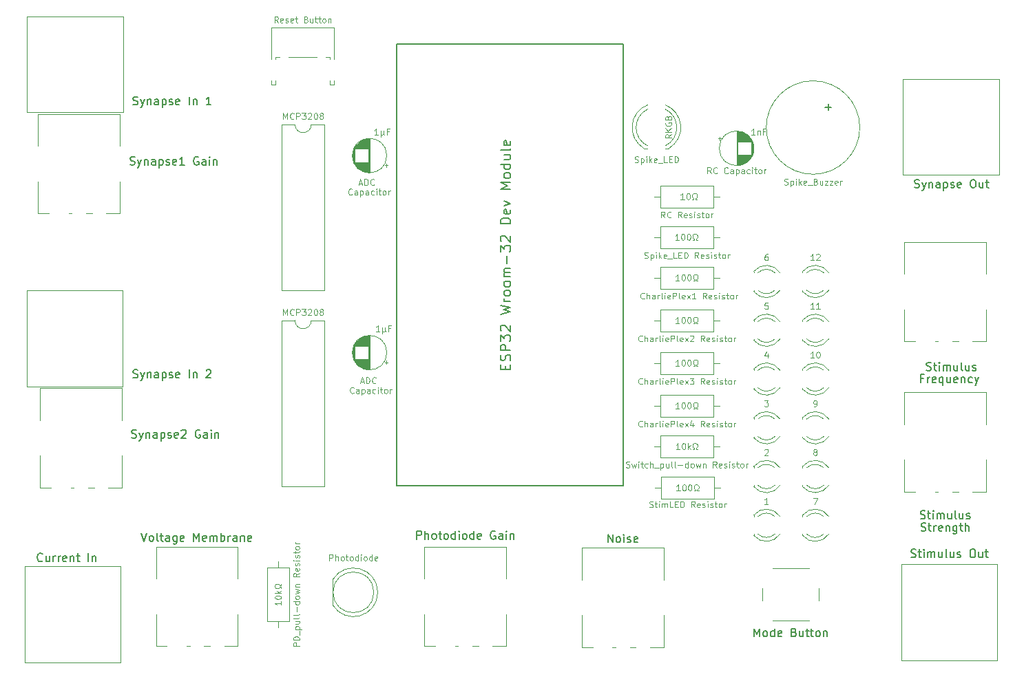
<source format=gbr>
%TF.GenerationSoftware,KiCad,Pcbnew,(6.0.4)*%
%TF.CreationDate,2022-09-15T01:26:24+02:00*%
%TF.ProjectId,_autosave-Spikeling_V2.1,5f617574-6f73-4617-9665-2d5370696b65,rev?*%
%TF.SameCoordinates,Original*%
%TF.FileFunction,Legend,Top*%
%TF.FilePolarity,Positive*%
%FSLAX46Y46*%
G04 Gerber Fmt 4.6, Leading zero omitted, Abs format (unit mm)*
G04 Created by KiCad (PCBNEW (6.0.4)) date 2022-09-15 01:26:24*
%MOMM*%
%LPD*%
G01*
G04 APERTURE LIST*
%ADD10C,0.100000*%
%ADD11C,0.150000*%
%ADD12C,0.120000*%
%ADD13C,0.127000*%
G04 APERTURE END LIST*
D10*
X141385714Y-95321250D02*
X141742857Y-95321250D01*
X141314285Y-95535535D02*
X141564285Y-94785535D01*
X141814285Y-95535535D01*
X142064285Y-95535535D02*
X142064285Y-94785535D01*
X142242857Y-94785535D01*
X142350000Y-94821250D01*
X142421428Y-94892678D01*
X142457142Y-94964107D01*
X142492857Y-95106964D01*
X142492857Y-95214107D01*
X142457142Y-95356964D01*
X142421428Y-95428392D01*
X142350000Y-95499821D01*
X142242857Y-95535535D01*
X142064285Y-95535535D01*
X143242857Y-95464107D02*
X143207142Y-95499821D01*
X143100000Y-95535535D01*
X143028571Y-95535535D01*
X142921428Y-95499821D01*
X142850000Y-95428392D01*
X142814285Y-95356964D01*
X142778571Y-95214107D01*
X142778571Y-95106964D01*
X142814285Y-94964107D01*
X142850000Y-94892678D01*
X142921428Y-94821250D01*
X143028571Y-94785535D01*
X143100000Y-94785535D01*
X143207142Y-94821250D01*
X143242857Y-94856964D01*
X140528571Y-96671607D02*
X140492857Y-96707321D01*
X140385714Y-96743035D01*
X140314285Y-96743035D01*
X140207142Y-96707321D01*
X140135714Y-96635892D01*
X140100000Y-96564464D01*
X140064285Y-96421607D01*
X140064285Y-96314464D01*
X140100000Y-96171607D01*
X140135714Y-96100178D01*
X140207142Y-96028750D01*
X140314285Y-95993035D01*
X140385714Y-95993035D01*
X140492857Y-96028750D01*
X140528571Y-96064464D01*
X141171428Y-96743035D02*
X141171428Y-96350178D01*
X141135714Y-96278750D01*
X141064285Y-96243035D01*
X140921428Y-96243035D01*
X140850000Y-96278750D01*
X141171428Y-96707321D02*
X141100000Y-96743035D01*
X140921428Y-96743035D01*
X140850000Y-96707321D01*
X140814285Y-96635892D01*
X140814285Y-96564464D01*
X140850000Y-96493035D01*
X140921428Y-96457321D01*
X141100000Y-96457321D01*
X141171428Y-96421607D01*
X141528571Y-96243035D02*
X141528571Y-96993035D01*
X141528571Y-96278750D02*
X141600000Y-96243035D01*
X141742857Y-96243035D01*
X141814285Y-96278750D01*
X141850000Y-96314464D01*
X141885714Y-96385892D01*
X141885714Y-96600178D01*
X141850000Y-96671607D01*
X141814285Y-96707321D01*
X141742857Y-96743035D01*
X141600000Y-96743035D01*
X141528571Y-96707321D01*
X142528571Y-96743035D02*
X142528571Y-96350178D01*
X142492857Y-96278750D01*
X142421428Y-96243035D01*
X142278571Y-96243035D01*
X142207142Y-96278750D01*
X142528571Y-96707321D02*
X142457142Y-96743035D01*
X142278571Y-96743035D01*
X142207142Y-96707321D01*
X142171428Y-96635892D01*
X142171428Y-96564464D01*
X142207142Y-96493035D01*
X142278571Y-96457321D01*
X142457142Y-96457321D01*
X142528571Y-96421607D01*
X143207142Y-96707321D02*
X143135714Y-96743035D01*
X142992857Y-96743035D01*
X142921428Y-96707321D01*
X142885714Y-96671607D01*
X142850000Y-96600178D01*
X142850000Y-96385892D01*
X142885714Y-96314464D01*
X142921428Y-96278750D01*
X142992857Y-96243035D01*
X143135714Y-96243035D01*
X143207142Y-96278750D01*
X143528571Y-96743035D02*
X143528571Y-96243035D01*
X143528571Y-95993035D02*
X143492857Y-96028750D01*
X143528571Y-96064464D01*
X143564285Y-96028750D01*
X143528571Y-95993035D01*
X143528571Y-96064464D01*
X143778571Y-96243035D02*
X144064285Y-96243035D01*
X143885714Y-95993035D02*
X143885714Y-96635892D01*
X143921428Y-96707321D01*
X143992857Y-96743035D01*
X144064285Y-96743035D01*
X144421428Y-96743035D02*
X144350000Y-96707321D01*
X144314285Y-96671607D01*
X144278571Y-96600178D01*
X144278571Y-96385892D01*
X144314285Y-96314464D01*
X144350000Y-96278750D01*
X144421428Y-96243035D01*
X144528571Y-96243035D01*
X144600000Y-96278750D01*
X144635714Y-96314464D01*
X144671428Y-96385892D01*
X144671428Y-96600178D01*
X144635714Y-96671607D01*
X144600000Y-96707321D01*
X144528571Y-96743035D01*
X144421428Y-96743035D01*
X144992857Y-96743035D02*
X144992857Y-96243035D01*
X144992857Y-96385892D02*
X145028571Y-96314464D01*
X145064285Y-96278750D01*
X145135714Y-96243035D01*
X145207142Y-96243035D01*
X141185714Y-70921250D02*
X141542857Y-70921250D01*
X141114285Y-71135535D02*
X141364285Y-70385535D01*
X141614285Y-71135535D01*
X141864285Y-71135535D02*
X141864285Y-70385535D01*
X142042857Y-70385535D01*
X142150000Y-70421250D01*
X142221428Y-70492678D01*
X142257142Y-70564107D01*
X142292857Y-70706964D01*
X142292857Y-70814107D01*
X142257142Y-70956964D01*
X142221428Y-71028392D01*
X142150000Y-71099821D01*
X142042857Y-71135535D01*
X141864285Y-71135535D01*
X143042857Y-71064107D02*
X143007142Y-71099821D01*
X142900000Y-71135535D01*
X142828571Y-71135535D01*
X142721428Y-71099821D01*
X142650000Y-71028392D01*
X142614285Y-70956964D01*
X142578571Y-70814107D01*
X142578571Y-70706964D01*
X142614285Y-70564107D01*
X142650000Y-70492678D01*
X142721428Y-70421250D01*
X142828571Y-70385535D01*
X142900000Y-70385535D01*
X143007142Y-70421250D01*
X143042857Y-70456964D01*
X140328571Y-72271607D02*
X140292857Y-72307321D01*
X140185714Y-72343035D01*
X140114285Y-72343035D01*
X140007142Y-72307321D01*
X139935714Y-72235892D01*
X139900000Y-72164464D01*
X139864285Y-72021607D01*
X139864285Y-71914464D01*
X139900000Y-71771607D01*
X139935714Y-71700178D01*
X140007142Y-71628750D01*
X140114285Y-71593035D01*
X140185714Y-71593035D01*
X140292857Y-71628750D01*
X140328571Y-71664464D01*
X140971428Y-72343035D02*
X140971428Y-71950178D01*
X140935714Y-71878750D01*
X140864285Y-71843035D01*
X140721428Y-71843035D01*
X140650000Y-71878750D01*
X140971428Y-72307321D02*
X140900000Y-72343035D01*
X140721428Y-72343035D01*
X140650000Y-72307321D01*
X140614285Y-72235892D01*
X140614285Y-72164464D01*
X140650000Y-72093035D01*
X140721428Y-72057321D01*
X140900000Y-72057321D01*
X140971428Y-72021607D01*
X141328571Y-71843035D02*
X141328571Y-72593035D01*
X141328571Y-71878750D02*
X141400000Y-71843035D01*
X141542857Y-71843035D01*
X141614285Y-71878750D01*
X141650000Y-71914464D01*
X141685714Y-71985892D01*
X141685714Y-72200178D01*
X141650000Y-72271607D01*
X141614285Y-72307321D01*
X141542857Y-72343035D01*
X141400000Y-72343035D01*
X141328571Y-72307321D01*
X142328571Y-72343035D02*
X142328571Y-71950178D01*
X142292857Y-71878750D01*
X142221428Y-71843035D01*
X142078571Y-71843035D01*
X142007142Y-71878750D01*
X142328571Y-72307321D02*
X142257142Y-72343035D01*
X142078571Y-72343035D01*
X142007142Y-72307321D01*
X141971428Y-72235892D01*
X141971428Y-72164464D01*
X142007142Y-72093035D01*
X142078571Y-72057321D01*
X142257142Y-72057321D01*
X142328571Y-72021607D01*
X143007142Y-72307321D02*
X142935714Y-72343035D01*
X142792857Y-72343035D01*
X142721428Y-72307321D01*
X142685714Y-72271607D01*
X142650000Y-72200178D01*
X142650000Y-71985892D01*
X142685714Y-71914464D01*
X142721428Y-71878750D01*
X142792857Y-71843035D01*
X142935714Y-71843035D01*
X143007142Y-71878750D01*
X143328571Y-72343035D02*
X143328571Y-71843035D01*
X143328571Y-71593035D02*
X143292857Y-71628750D01*
X143328571Y-71664464D01*
X143364285Y-71628750D01*
X143328571Y-71593035D01*
X143328571Y-71664464D01*
X143578571Y-71843035D02*
X143864285Y-71843035D01*
X143685714Y-71593035D02*
X143685714Y-72235892D01*
X143721428Y-72307321D01*
X143792857Y-72343035D01*
X143864285Y-72343035D01*
X144221428Y-72343035D02*
X144150000Y-72307321D01*
X144114285Y-72271607D01*
X144078571Y-72200178D01*
X144078571Y-71985892D01*
X144114285Y-71914464D01*
X144150000Y-71878750D01*
X144221428Y-71843035D01*
X144328571Y-71843035D01*
X144400000Y-71878750D01*
X144435714Y-71914464D01*
X144471428Y-71985892D01*
X144471428Y-72200178D01*
X144435714Y-72271607D01*
X144400000Y-72307321D01*
X144328571Y-72343035D01*
X144221428Y-72343035D01*
X144792857Y-72343035D02*
X144792857Y-71843035D01*
X144792857Y-71985892D02*
X144828571Y-71914464D01*
X144864285Y-71878750D01*
X144935714Y-71843035D01*
X145007142Y-71843035D01*
X133839285Y-127857142D02*
X133089285Y-127857142D01*
X133089285Y-127571428D01*
X133125000Y-127500000D01*
X133160714Y-127464285D01*
X133232142Y-127428571D01*
X133339285Y-127428571D01*
X133410714Y-127464285D01*
X133446428Y-127500000D01*
X133482142Y-127571428D01*
X133482142Y-127857142D01*
X133839285Y-127107142D02*
X133089285Y-127107142D01*
X133089285Y-126928571D01*
X133125000Y-126821428D01*
X133196428Y-126750000D01*
X133267857Y-126714285D01*
X133410714Y-126678571D01*
X133517857Y-126678571D01*
X133660714Y-126714285D01*
X133732142Y-126750000D01*
X133803571Y-126821428D01*
X133839285Y-126928571D01*
X133839285Y-127107142D01*
X133910714Y-126535714D02*
X133910714Y-125964285D01*
X133339285Y-125785714D02*
X134089285Y-125785714D01*
X133375000Y-125785714D02*
X133339285Y-125714285D01*
X133339285Y-125571428D01*
X133375000Y-125500000D01*
X133410714Y-125464285D01*
X133482142Y-125428571D01*
X133696428Y-125428571D01*
X133767857Y-125464285D01*
X133803571Y-125500000D01*
X133839285Y-125571428D01*
X133839285Y-125714285D01*
X133803571Y-125785714D01*
X133339285Y-124785714D02*
X133839285Y-124785714D01*
X133339285Y-125107142D02*
X133732142Y-125107142D01*
X133803571Y-125071428D01*
X133839285Y-125000000D01*
X133839285Y-124892857D01*
X133803571Y-124821428D01*
X133767857Y-124785714D01*
X133839285Y-124321428D02*
X133803571Y-124392857D01*
X133732142Y-124428571D01*
X133089285Y-124428571D01*
X133839285Y-123928571D02*
X133803571Y-124000000D01*
X133732142Y-124035714D01*
X133089285Y-124035714D01*
X133553571Y-123642857D02*
X133553571Y-123071428D01*
X133839285Y-122392857D02*
X133089285Y-122392857D01*
X133803571Y-122392857D02*
X133839285Y-122464285D01*
X133839285Y-122607142D01*
X133803571Y-122678571D01*
X133767857Y-122714285D01*
X133696428Y-122750000D01*
X133482142Y-122750000D01*
X133410714Y-122714285D01*
X133375000Y-122678571D01*
X133339285Y-122607142D01*
X133339285Y-122464285D01*
X133375000Y-122392857D01*
X133839285Y-121928571D02*
X133803571Y-122000000D01*
X133767857Y-122035714D01*
X133696428Y-122071428D01*
X133482142Y-122071428D01*
X133410714Y-122035714D01*
X133375000Y-122000000D01*
X133339285Y-121928571D01*
X133339285Y-121821428D01*
X133375000Y-121750000D01*
X133410714Y-121714285D01*
X133482142Y-121678571D01*
X133696428Y-121678571D01*
X133767857Y-121714285D01*
X133803571Y-121750000D01*
X133839285Y-121821428D01*
X133839285Y-121928571D01*
X133339285Y-121428571D02*
X133839285Y-121285714D01*
X133482142Y-121142857D01*
X133839285Y-121000000D01*
X133339285Y-120857142D01*
X133339285Y-120571428D02*
X133839285Y-120571428D01*
X133410714Y-120571428D02*
X133375000Y-120535714D01*
X133339285Y-120464285D01*
X133339285Y-120357142D01*
X133375000Y-120285714D01*
X133446428Y-120250000D01*
X133839285Y-120250000D01*
X133839285Y-118892857D02*
X133482142Y-119142857D01*
X133839285Y-119321428D02*
X133089285Y-119321428D01*
X133089285Y-119035714D01*
X133125000Y-118964285D01*
X133160714Y-118928571D01*
X133232142Y-118892857D01*
X133339285Y-118892857D01*
X133410714Y-118928571D01*
X133446428Y-118964285D01*
X133482142Y-119035714D01*
X133482142Y-119321428D01*
X133803571Y-118285714D02*
X133839285Y-118357142D01*
X133839285Y-118500000D01*
X133803571Y-118571428D01*
X133732142Y-118607142D01*
X133446428Y-118607142D01*
X133375000Y-118571428D01*
X133339285Y-118500000D01*
X133339285Y-118357142D01*
X133375000Y-118285714D01*
X133446428Y-118250000D01*
X133517857Y-118250000D01*
X133589285Y-118607142D01*
X133803571Y-117964285D02*
X133839285Y-117892857D01*
X133839285Y-117750000D01*
X133803571Y-117678571D01*
X133732142Y-117642857D01*
X133696428Y-117642857D01*
X133625000Y-117678571D01*
X133589285Y-117750000D01*
X133589285Y-117857142D01*
X133553571Y-117928571D01*
X133482142Y-117964285D01*
X133446428Y-117964285D01*
X133375000Y-117928571D01*
X133339285Y-117857142D01*
X133339285Y-117750000D01*
X133375000Y-117678571D01*
X133839285Y-117321428D02*
X133339285Y-117321428D01*
X133089285Y-117321428D02*
X133125000Y-117357142D01*
X133160714Y-117321428D01*
X133125000Y-117285714D01*
X133089285Y-117321428D01*
X133160714Y-117321428D01*
X133803571Y-117000000D02*
X133839285Y-116928571D01*
X133839285Y-116785714D01*
X133803571Y-116714285D01*
X133732142Y-116678571D01*
X133696428Y-116678571D01*
X133625000Y-116714285D01*
X133589285Y-116785714D01*
X133589285Y-116892857D01*
X133553571Y-116964285D01*
X133482142Y-117000000D01*
X133446428Y-117000000D01*
X133375000Y-116964285D01*
X133339285Y-116892857D01*
X133339285Y-116785714D01*
X133375000Y-116714285D01*
X133339285Y-116464285D02*
X133339285Y-116178571D01*
X133089285Y-116357142D02*
X133732142Y-116357142D01*
X133803571Y-116321428D01*
X133839285Y-116250000D01*
X133839285Y-116178571D01*
X133839285Y-115821428D02*
X133803571Y-115892857D01*
X133767857Y-115928571D01*
X133696428Y-115964285D01*
X133482142Y-115964285D01*
X133410714Y-115928571D01*
X133375000Y-115892857D01*
X133339285Y-115821428D01*
X133339285Y-115714285D01*
X133375000Y-115642857D01*
X133410714Y-115607142D01*
X133482142Y-115571428D01*
X133696428Y-115571428D01*
X133767857Y-115607142D01*
X133803571Y-115642857D01*
X133839285Y-115714285D01*
X133839285Y-115821428D01*
X133839285Y-115250000D02*
X133339285Y-115250000D01*
X133482142Y-115250000D02*
X133410714Y-115214285D01*
X133375000Y-115178571D01*
X133339285Y-115107142D01*
X133339285Y-115035714D01*
X176901428Y-110753571D02*
X177008571Y-110789285D01*
X177187142Y-110789285D01*
X177258571Y-110753571D01*
X177294285Y-110717857D01*
X177330000Y-110646428D01*
X177330000Y-110575000D01*
X177294285Y-110503571D01*
X177258571Y-110467857D01*
X177187142Y-110432142D01*
X177044285Y-110396428D01*
X176972857Y-110360714D01*
X176937142Y-110325000D01*
X176901428Y-110253571D01*
X176901428Y-110182142D01*
X176937142Y-110110714D01*
X176972857Y-110075000D01*
X177044285Y-110039285D01*
X177222857Y-110039285D01*
X177330000Y-110075000D01*
X177544285Y-110289285D02*
X177830000Y-110289285D01*
X177651428Y-110039285D02*
X177651428Y-110682142D01*
X177687142Y-110753571D01*
X177758571Y-110789285D01*
X177830000Y-110789285D01*
X178080000Y-110789285D02*
X178080000Y-110289285D01*
X178080000Y-110039285D02*
X178044285Y-110075000D01*
X178080000Y-110110714D01*
X178115714Y-110075000D01*
X178080000Y-110039285D01*
X178080000Y-110110714D01*
X178437142Y-110789285D02*
X178437142Y-110289285D01*
X178437142Y-110360714D02*
X178472857Y-110325000D01*
X178544285Y-110289285D01*
X178651428Y-110289285D01*
X178722857Y-110325000D01*
X178758571Y-110396428D01*
X178758571Y-110789285D01*
X178758571Y-110396428D02*
X178794285Y-110325000D01*
X178865714Y-110289285D01*
X178972857Y-110289285D01*
X179044285Y-110325000D01*
X179080000Y-110396428D01*
X179080000Y-110789285D01*
X179794285Y-110789285D02*
X179437142Y-110789285D01*
X179437142Y-110039285D01*
X180044285Y-110396428D02*
X180294285Y-110396428D01*
X180401428Y-110789285D02*
X180044285Y-110789285D01*
X180044285Y-110039285D01*
X180401428Y-110039285D01*
X180722857Y-110789285D02*
X180722857Y-110039285D01*
X180901428Y-110039285D01*
X181008571Y-110075000D01*
X181080000Y-110146428D01*
X181115714Y-110217857D01*
X181151428Y-110360714D01*
X181151428Y-110467857D01*
X181115714Y-110610714D01*
X181080000Y-110682142D01*
X181008571Y-110753571D01*
X180901428Y-110789285D01*
X180722857Y-110789285D01*
X182472857Y-110789285D02*
X182222857Y-110432142D01*
X182044285Y-110789285D02*
X182044285Y-110039285D01*
X182330000Y-110039285D01*
X182401428Y-110075000D01*
X182437142Y-110110714D01*
X182472857Y-110182142D01*
X182472857Y-110289285D01*
X182437142Y-110360714D01*
X182401428Y-110396428D01*
X182330000Y-110432142D01*
X182044285Y-110432142D01*
X183080000Y-110753571D02*
X183008571Y-110789285D01*
X182865714Y-110789285D01*
X182794285Y-110753571D01*
X182758571Y-110682142D01*
X182758571Y-110396428D01*
X182794285Y-110325000D01*
X182865714Y-110289285D01*
X183008571Y-110289285D01*
X183080000Y-110325000D01*
X183115714Y-110396428D01*
X183115714Y-110467857D01*
X182758571Y-110539285D01*
X183401428Y-110753571D02*
X183472857Y-110789285D01*
X183615714Y-110789285D01*
X183687142Y-110753571D01*
X183722857Y-110682142D01*
X183722857Y-110646428D01*
X183687142Y-110575000D01*
X183615714Y-110539285D01*
X183508571Y-110539285D01*
X183437142Y-110503571D01*
X183401428Y-110432142D01*
X183401428Y-110396428D01*
X183437142Y-110325000D01*
X183508571Y-110289285D01*
X183615714Y-110289285D01*
X183687142Y-110325000D01*
X184044285Y-110789285D02*
X184044285Y-110289285D01*
X184044285Y-110039285D02*
X184008571Y-110075000D01*
X184044285Y-110110714D01*
X184080000Y-110075000D01*
X184044285Y-110039285D01*
X184044285Y-110110714D01*
X184365714Y-110753571D02*
X184437142Y-110789285D01*
X184580000Y-110789285D01*
X184651428Y-110753571D01*
X184687142Y-110682142D01*
X184687142Y-110646428D01*
X184651428Y-110575000D01*
X184580000Y-110539285D01*
X184472857Y-110539285D01*
X184401428Y-110503571D01*
X184365714Y-110432142D01*
X184365714Y-110396428D01*
X184401428Y-110325000D01*
X184472857Y-110289285D01*
X184580000Y-110289285D01*
X184651428Y-110325000D01*
X184901428Y-110289285D02*
X185187142Y-110289285D01*
X185008571Y-110039285D02*
X185008571Y-110682142D01*
X185044285Y-110753571D01*
X185115714Y-110789285D01*
X185187142Y-110789285D01*
X185544285Y-110789285D02*
X185472857Y-110753571D01*
X185437142Y-110717857D01*
X185401428Y-110646428D01*
X185401428Y-110432142D01*
X185437142Y-110360714D01*
X185472857Y-110325000D01*
X185544285Y-110289285D01*
X185651428Y-110289285D01*
X185722857Y-110325000D01*
X185758571Y-110360714D01*
X185794285Y-110432142D01*
X185794285Y-110646428D01*
X185758571Y-110717857D01*
X185722857Y-110753571D01*
X185651428Y-110789285D01*
X185544285Y-110789285D01*
X186115714Y-110789285D02*
X186115714Y-110289285D01*
X186115714Y-110432142D02*
X186151428Y-110360714D01*
X186187142Y-110325000D01*
X186258571Y-110289285D01*
X186330000Y-110289285D01*
D11*
X210297619Y-113654761D02*
X210440476Y-113702380D01*
X210678571Y-113702380D01*
X210773809Y-113654761D01*
X210821428Y-113607142D01*
X210869047Y-113511904D01*
X210869047Y-113416666D01*
X210821428Y-113321428D01*
X210773809Y-113273809D01*
X210678571Y-113226190D01*
X210488095Y-113178571D01*
X210392857Y-113130952D01*
X210345238Y-113083333D01*
X210297619Y-112988095D01*
X210297619Y-112892857D01*
X210345238Y-112797619D01*
X210392857Y-112750000D01*
X210488095Y-112702380D01*
X210726190Y-112702380D01*
X210869047Y-112750000D01*
X211154761Y-113035714D02*
X211535714Y-113035714D01*
X211297619Y-112702380D02*
X211297619Y-113559523D01*
X211345238Y-113654761D01*
X211440476Y-113702380D01*
X211535714Y-113702380D01*
X211869047Y-113702380D02*
X211869047Y-113035714D01*
X211869047Y-113226190D02*
X211916666Y-113130952D01*
X211964285Y-113083333D01*
X212059523Y-113035714D01*
X212154761Y-113035714D01*
X212869047Y-113654761D02*
X212773809Y-113702380D01*
X212583333Y-113702380D01*
X212488095Y-113654761D01*
X212440476Y-113559523D01*
X212440476Y-113178571D01*
X212488095Y-113083333D01*
X212583333Y-113035714D01*
X212773809Y-113035714D01*
X212869047Y-113083333D01*
X212916666Y-113178571D01*
X212916666Y-113273809D01*
X212440476Y-113369047D01*
X213345238Y-113035714D02*
X213345238Y-113702380D01*
X213345238Y-113130952D02*
X213392857Y-113083333D01*
X213488095Y-113035714D01*
X213630952Y-113035714D01*
X213726190Y-113083333D01*
X213773809Y-113178571D01*
X213773809Y-113702380D01*
X214678571Y-113035714D02*
X214678571Y-113845238D01*
X214630952Y-113940476D01*
X214583333Y-113988095D01*
X214488095Y-114035714D01*
X214345238Y-114035714D01*
X214250000Y-113988095D01*
X214678571Y-113654761D02*
X214583333Y-113702380D01*
X214392857Y-113702380D01*
X214297619Y-113654761D01*
X214250000Y-113607142D01*
X214202380Y-113511904D01*
X214202380Y-113226190D01*
X214250000Y-113130952D01*
X214297619Y-113083333D01*
X214392857Y-113035714D01*
X214583333Y-113035714D01*
X214678571Y-113083333D01*
X215011904Y-113035714D02*
X215392857Y-113035714D01*
X215154761Y-112702380D02*
X215154761Y-113559523D01*
X215202380Y-113654761D01*
X215297619Y-113702380D01*
X215392857Y-113702380D01*
X215726190Y-113702380D02*
X215726190Y-112702380D01*
X216154761Y-113702380D02*
X216154761Y-113178571D01*
X216107142Y-113083333D01*
X216011904Y-113035714D01*
X215869047Y-113035714D01*
X215773809Y-113083333D01*
X215726190Y-113130952D01*
D10*
X174033571Y-105853571D02*
X174140714Y-105889285D01*
X174319285Y-105889285D01*
X174390714Y-105853571D01*
X174426428Y-105817857D01*
X174462142Y-105746428D01*
X174462142Y-105675000D01*
X174426428Y-105603571D01*
X174390714Y-105567857D01*
X174319285Y-105532142D01*
X174176428Y-105496428D01*
X174104999Y-105460714D01*
X174069285Y-105425000D01*
X174033571Y-105353571D01*
X174033571Y-105282142D01*
X174069285Y-105210714D01*
X174104999Y-105175000D01*
X174176428Y-105139285D01*
X174354999Y-105139285D01*
X174462142Y-105175000D01*
X174712142Y-105389285D02*
X174854999Y-105889285D01*
X174997857Y-105532142D01*
X175140714Y-105889285D01*
X175283571Y-105389285D01*
X175569285Y-105889285D02*
X175569285Y-105389285D01*
X175569285Y-105139285D02*
X175533571Y-105175000D01*
X175569285Y-105210714D01*
X175604999Y-105175000D01*
X175569285Y-105139285D01*
X175569285Y-105210714D01*
X175819285Y-105389285D02*
X176104999Y-105389285D01*
X175926428Y-105139285D02*
X175926428Y-105782142D01*
X175962142Y-105853571D01*
X176033571Y-105889285D01*
X176104999Y-105889285D01*
X176676428Y-105853571D02*
X176604999Y-105889285D01*
X176462142Y-105889285D01*
X176390714Y-105853571D01*
X176354999Y-105817857D01*
X176319285Y-105746428D01*
X176319285Y-105532142D01*
X176354999Y-105460714D01*
X176390714Y-105425000D01*
X176462142Y-105389285D01*
X176604999Y-105389285D01*
X176676428Y-105425000D01*
X176997857Y-105889285D02*
X176997857Y-105139285D01*
X177319285Y-105889285D02*
X177319285Y-105496428D01*
X177283571Y-105425000D01*
X177212142Y-105389285D01*
X177104999Y-105389285D01*
X177033571Y-105425000D01*
X176997857Y-105460714D01*
X177497857Y-105960714D02*
X178069285Y-105960714D01*
X178247857Y-105389285D02*
X178247857Y-106139285D01*
X178247857Y-105425000D02*
X178319285Y-105389285D01*
X178462142Y-105389285D01*
X178533571Y-105425000D01*
X178569285Y-105460714D01*
X178604999Y-105532142D01*
X178604999Y-105746428D01*
X178569285Y-105817857D01*
X178533571Y-105853571D01*
X178462142Y-105889285D01*
X178319285Y-105889285D01*
X178247857Y-105853571D01*
X179247857Y-105389285D02*
X179247857Y-105889285D01*
X178926428Y-105389285D02*
X178926428Y-105782142D01*
X178962142Y-105853571D01*
X179033571Y-105889285D01*
X179140714Y-105889285D01*
X179212142Y-105853571D01*
X179247857Y-105817857D01*
X179712142Y-105889285D02*
X179640714Y-105853571D01*
X179604999Y-105782142D01*
X179604999Y-105139285D01*
X180104999Y-105889285D02*
X180033571Y-105853571D01*
X179997857Y-105782142D01*
X179997857Y-105139285D01*
X180390714Y-105603571D02*
X180962142Y-105603571D01*
X181640714Y-105889285D02*
X181640714Y-105139285D01*
X181640714Y-105853571D02*
X181569285Y-105889285D01*
X181426428Y-105889285D01*
X181354999Y-105853571D01*
X181319285Y-105817857D01*
X181283571Y-105746428D01*
X181283571Y-105532142D01*
X181319285Y-105460714D01*
X181354999Y-105425000D01*
X181426428Y-105389285D01*
X181569285Y-105389285D01*
X181640714Y-105425000D01*
X182104999Y-105889285D02*
X182033571Y-105853571D01*
X181997857Y-105817857D01*
X181962142Y-105746428D01*
X181962142Y-105532142D01*
X181997857Y-105460714D01*
X182033571Y-105425000D01*
X182104999Y-105389285D01*
X182212142Y-105389285D01*
X182283571Y-105425000D01*
X182319285Y-105460714D01*
X182354999Y-105532142D01*
X182354999Y-105746428D01*
X182319285Y-105817857D01*
X182283571Y-105853571D01*
X182212142Y-105889285D01*
X182104999Y-105889285D01*
X182604999Y-105389285D02*
X182747857Y-105889285D01*
X182890714Y-105532142D01*
X183033571Y-105889285D01*
X183176428Y-105389285D01*
X183462142Y-105389285D02*
X183462142Y-105889285D01*
X183462142Y-105460714D02*
X183497857Y-105425000D01*
X183569285Y-105389285D01*
X183676428Y-105389285D01*
X183747857Y-105425000D01*
X183783571Y-105496428D01*
X183783571Y-105889285D01*
X185140714Y-105889285D02*
X184890714Y-105532142D01*
X184712142Y-105889285D02*
X184712142Y-105139285D01*
X184997857Y-105139285D01*
X185069285Y-105175000D01*
X185104999Y-105210714D01*
X185140714Y-105282142D01*
X185140714Y-105389285D01*
X185104999Y-105460714D01*
X185069285Y-105496428D01*
X184997857Y-105532142D01*
X184712142Y-105532142D01*
X185747857Y-105853571D02*
X185676428Y-105889285D01*
X185533571Y-105889285D01*
X185462142Y-105853571D01*
X185426428Y-105782142D01*
X185426428Y-105496428D01*
X185462142Y-105425000D01*
X185533571Y-105389285D01*
X185676428Y-105389285D01*
X185747857Y-105425000D01*
X185783571Y-105496428D01*
X185783571Y-105567857D01*
X185426428Y-105639285D01*
X186069285Y-105853571D02*
X186140714Y-105889285D01*
X186283571Y-105889285D01*
X186354999Y-105853571D01*
X186390714Y-105782142D01*
X186390714Y-105746428D01*
X186354999Y-105675000D01*
X186283571Y-105639285D01*
X186176428Y-105639285D01*
X186104999Y-105603571D01*
X186069285Y-105532142D01*
X186069285Y-105496428D01*
X186104999Y-105425000D01*
X186176428Y-105389285D01*
X186283571Y-105389285D01*
X186354999Y-105425000D01*
X186712142Y-105889285D02*
X186712142Y-105389285D01*
X186712142Y-105139285D02*
X186676428Y-105175000D01*
X186712142Y-105210714D01*
X186747857Y-105175000D01*
X186712142Y-105139285D01*
X186712142Y-105210714D01*
X187033571Y-105853571D02*
X187104999Y-105889285D01*
X187247857Y-105889285D01*
X187319285Y-105853571D01*
X187354999Y-105782142D01*
X187354999Y-105746428D01*
X187319285Y-105675000D01*
X187247857Y-105639285D01*
X187140714Y-105639285D01*
X187069285Y-105603571D01*
X187033571Y-105532142D01*
X187033571Y-105496428D01*
X187069285Y-105425000D01*
X187140714Y-105389285D01*
X187247857Y-105389285D01*
X187319285Y-105425000D01*
X187569285Y-105389285D02*
X187854999Y-105389285D01*
X187676428Y-105139285D02*
X187676428Y-105782142D01*
X187712142Y-105853571D01*
X187783571Y-105889285D01*
X187854999Y-105889285D01*
X188212142Y-105889285D02*
X188140714Y-105853571D01*
X188104999Y-105817857D01*
X188069285Y-105746428D01*
X188069285Y-105532142D01*
X188104999Y-105460714D01*
X188140714Y-105425000D01*
X188212142Y-105389285D01*
X188319285Y-105389285D01*
X188390714Y-105425000D01*
X188426428Y-105460714D01*
X188462142Y-105532142D01*
X188462142Y-105746428D01*
X188426428Y-105817857D01*
X188390714Y-105853571D01*
X188319285Y-105889285D01*
X188212142Y-105889285D01*
X188783571Y-105889285D02*
X188783571Y-105389285D01*
X188783571Y-105532142D02*
X188819285Y-105460714D01*
X188854999Y-105425000D01*
X188926428Y-105389285D01*
X188997857Y-105389285D01*
X175997857Y-95567857D02*
X175962142Y-95603571D01*
X175855000Y-95639285D01*
X175783571Y-95639285D01*
X175676428Y-95603571D01*
X175605000Y-95532142D01*
X175569285Y-95460714D01*
X175533571Y-95317857D01*
X175533571Y-95210714D01*
X175569285Y-95067857D01*
X175605000Y-94996428D01*
X175676428Y-94925000D01*
X175783571Y-94889285D01*
X175855000Y-94889285D01*
X175962142Y-94925000D01*
X175997857Y-94960714D01*
X176319285Y-95639285D02*
X176319285Y-94889285D01*
X176640714Y-95639285D02*
X176640714Y-95246428D01*
X176605000Y-95175000D01*
X176533571Y-95139285D01*
X176426428Y-95139285D01*
X176355000Y-95175000D01*
X176319285Y-95210714D01*
X177319285Y-95639285D02*
X177319285Y-95246428D01*
X177283571Y-95175000D01*
X177212142Y-95139285D01*
X177069285Y-95139285D01*
X176997857Y-95175000D01*
X177319285Y-95603571D02*
X177247857Y-95639285D01*
X177069285Y-95639285D01*
X176997857Y-95603571D01*
X176962142Y-95532142D01*
X176962142Y-95460714D01*
X176997857Y-95389285D01*
X177069285Y-95353571D01*
X177247857Y-95353571D01*
X177319285Y-95317857D01*
X177676428Y-95639285D02*
X177676428Y-95139285D01*
X177676428Y-95282142D02*
X177712142Y-95210714D01*
X177747857Y-95175000D01*
X177819285Y-95139285D01*
X177890714Y-95139285D01*
X178247857Y-95639285D02*
X178176428Y-95603571D01*
X178140714Y-95532142D01*
X178140714Y-94889285D01*
X178533571Y-95639285D02*
X178533571Y-95139285D01*
X178533571Y-94889285D02*
X178497857Y-94925000D01*
X178533571Y-94960714D01*
X178569285Y-94925000D01*
X178533571Y-94889285D01*
X178533571Y-94960714D01*
X179176428Y-95603571D02*
X179105000Y-95639285D01*
X178962142Y-95639285D01*
X178890714Y-95603571D01*
X178855000Y-95532142D01*
X178855000Y-95246428D01*
X178890714Y-95175000D01*
X178962142Y-95139285D01*
X179105000Y-95139285D01*
X179176428Y-95175000D01*
X179212142Y-95246428D01*
X179212142Y-95317857D01*
X178855000Y-95389285D01*
X179533571Y-95639285D02*
X179533571Y-94889285D01*
X179819285Y-94889285D01*
X179890714Y-94925000D01*
X179926428Y-94960714D01*
X179962142Y-95032142D01*
X179962142Y-95139285D01*
X179926428Y-95210714D01*
X179890714Y-95246428D01*
X179819285Y-95282142D01*
X179533571Y-95282142D01*
X180390714Y-95639285D02*
X180319285Y-95603571D01*
X180283571Y-95532142D01*
X180283571Y-94889285D01*
X180962142Y-95603571D02*
X180890714Y-95639285D01*
X180747857Y-95639285D01*
X180676428Y-95603571D01*
X180640714Y-95532142D01*
X180640714Y-95246428D01*
X180676428Y-95175000D01*
X180747857Y-95139285D01*
X180890714Y-95139285D01*
X180962142Y-95175000D01*
X180997857Y-95246428D01*
X180997857Y-95317857D01*
X180640714Y-95389285D01*
X181247857Y-95639285D02*
X181640714Y-95139285D01*
X181247857Y-95139285D02*
X181640714Y-95639285D01*
X181855000Y-94889285D02*
X182319285Y-94889285D01*
X182069285Y-95175000D01*
X182176428Y-95175000D01*
X182247857Y-95210714D01*
X182283571Y-95246428D01*
X182319285Y-95317857D01*
X182319285Y-95496428D01*
X182283571Y-95567857D01*
X182247857Y-95603571D01*
X182176428Y-95639285D01*
X181962142Y-95639285D01*
X181890714Y-95603571D01*
X181855000Y-95567857D01*
X183640714Y-95639285D02*
X183390714Y-95282142D01*
X183212142Y-95639285D02*
X183212142Y-94889285D01*
X183497857Y-94889285D01*
X183569285Y-94925000D01*
X183605000Y-94960714D01*
X183640714Y-95032142D01*
X183640714Y-95139285D01*
X183605000Y-95210714D01*
X183569285Y-95246428D01*
X183497857Y-95282142D01*
X183212142Y-95282142D01*
X184247857Y-95603571D02*
X184176428Y-95639285D01*
X184033571Y-95639285D01*
X183962142Y-95603571D01*
X183926428Y-95532142D01*
X183926428Y-95246428D01*
X183962142Y-95175000D01*
X184033571Y-95139285D01*
X184176428Y-95139285D01*
X184247857Y-95175000D01*
X184283571Y-95246428D01*
X184283571Y-95317857D01*
X183926428Y-95389285D01*
X184569285Y-95603571D02*
X184640714Y-95639285D01*
X184783571Y-95639285D01*
X184855000Y-95603571D01*
X184890714Y-95532142D01*
X184890714Y-95496428D01*
X184855000Y-95425000D01*
X184783571Y-95389285D01*
X184676428Y-95389285D01*
X184605000Y-95353571D01*
X184569285Y-95282142D01*
X184569285Y-95246428D01*
X184605000Y-95175000D01*
X184676428Y-95139285D01*
X184783571Y-95139285D01*
X184855000Y-95175000D01*
X185212142Y-95639285D02*
X185212142Y-95139285D01*
X185212142Y-94889285D02*
X185176428Y-94925000D01*
X185212142Y-94960714D01*
X185247857Y-94925000D01*
X185212142Y-94889285D01*
X185212142Y-94960714D01*
X185533571Y-95603571D02*
X185605000Y-95639285D01*
X185747857Y-95639285D01*
X185819285Y-95603571D01*
X185855000Y-95532142D01*
X185855000Y-95496428D01*
X185819285Y-95425000D01*
X185747857Y-95389285D01*
X185640714Y-95389285D01*
X185569285Y-95353571D01*
X185533571Y-95282142D01*
X185533571Y-95246428D01*
X185569285Y-95175000D01*
X185640714Y-95139285D01*
X185747857Y-95139285D01*
X185819285Y-95175000D01*
X186069285Y-95139285D02*
X186355000Y-95139285D01*
X186176428Y-94889285D02*
X186176428Y-95532142D01*
X186212142Y-95603571D01*
X186283571Y-95639285D01*
X186355000Y-95639285D01*
X186712142Y-95639285D02*
X186640714Y-95603571D01*
X186605000Y-95567857D01*
X186569285Y-95496428D01*
X186569285Y-95282142D01*
X186605000Y-95210714D01*
X186640714Y-95175000D01*
X186712142Y-95139285D01*
X186819285Y-95139285D01*
X186890714Y-95175000D01*
X186926428Y-95210714D01*
X186962142Y-95282142D01*
X186962142Y-95496428D01*
X186926428Y-95567857D01*
X186890714Y-95603571D01*
X186819285Y-95639285D01*
X186712142Y-95639285D01*
X187283571Y-95639285D02*
X187283571Y-95139285D01*
X187283571Y-95282142D02*
X187319285Y-95210714D01*
X187355000Y-95175000D01*
X187426428Y-95139285D01*
X187497857Y-95139285D01*
D11*
X210559523Y-94928571D02*
X210226190Y-94928571D01*
X210226190Y-95452380D02*
X210226190Y-94452380D01*
X210702380Y-94452380D01*
X211083333Y-95452380D02*
X211083333Y-94785714D01*
X211083333Y-94976190D02*
X211130952Y-94880952D01*
X211178571Y-94833333D01*
X211273809Y-94785714D01*
X211369047Y-94785714D01*
X212083333Y-95404761D02*
X211988095Y-95452380D01*
X211797619Y-95452380D01*
X211702380Y-95404761D01*
X211654761Y-95309523D01*
X211654761Y-94928571D01*
X211702380Y-94833333D01*
X211797619Y-94785714D01*
X211988095Y-94785714D01*
X212083333Y-94833333D01*
X212130952Y-94928571D01*
X212130952Y-95023809D01*
X211654761Y-95119047D01*
X212988095Y-94785714D02*
X212988095Y-95785714D01*
X212988095Y-95404761D02*
X212892857Y-95452380D01*
X212702380Y-95452380D01*
X212607142Y-95404761D01*
X212559523Y-95357142D01*
X212511904Y-95261904D01*
X212511904Y-94976190D01*
X212559523Y-94880952D01*
X212607142Y-94833333D01*
X212702380Y-94785714D01*
X212892857Y-94785714D01*
X212988095Y-94833333D01*
X213892857Y-94785714D02*
X213892857Y-95452380D01*
X213464285Y-94785714D02*
X213464285Y-95309523D01*
X213511904Y-95404761D01*
X213607142Y-95452380D01*
X213750000Y-95452380D01*
X213845238Y-95404761D01*
X213892857Y-95357142D01*
X214750000Y-95404761D02*
X214654761Y-95452380D01*
X214464285Y-95452380D01*
X214369047Y-95404761D01*
X214321428Y-95309523D01*
X214321428Y-94928571D01*
X214369047Y-94833333D01*
X214464285Y-94785714D01*
X214654761Y-94785714D01*
X214750000Y-94833333D01*
X214797619Y-94928571D01*
X214797619Y-95023809D01*
X214321428Y-95119047D01*
X215226190Y-94785714D02*
X215226190Y-95452380D01*
X215226190Y-94880952D02*
X215273809Y-94833333D01*
X215369047Y-94785714D01*
X215511904Y-94785714D01*
X215607142Y-94833333D01*
X215654761Y-94928571D01*
X215654761Y-95452380D01*
X216559523Y-95404761D02*
X216464285Y-95452380D01*
X216273809Y-95452380D01*
X216178571Y-95404761D01*
X216130952Y-95357142D01*
X216083333Y-95261904D01*
X216083333Y-94976190D01*
X216130952Y-94880952D01*
X216178571Y-94833333D01*
X216273809Y-94785714D01*
X216464285Y-94785714D01*
X216559523Y-94833333D01*
X216892857Y-94785714D02*
X217130952Y-95452380D01*
X217369047Y-94785714D02*
X217130952Y-95452380D01*
X217035714Y-95690476D01*
X216988095Y-95738095D01*
X216892857Y-95785714D01*
D10*
X175997857Y-90317857D02*
X175962142Y-90353571D01*
X175855000Y-90389285D01*
X175783571Y-90389285D01*
X175676428Y-90353571D01*
X175605000Y-90282142D01*
X175569285Y-90210714D01*
X175533571Y-90067857D01*
X175533571Y-89960714D01*
X175569285Y-89817857D01*
X175605000Y-89746428D01*
X175676428Y-89675000D01*
X175783571Y-89639285D01*
X175855000Y-89639285D01*
X175962142Y-89675000D01*
X175997857Y-89710714D01*
X176319285Y-90389285D02*
X176319285Y-89639285D01*
X176640714Y-90389285D02*
X176640714Y-89996428D01*
X176605000Y-89925000D01*
X176533571Y-89889285D01*
X176426428Y-89889285D01*
X176355000Y-89925000D01*
X176319285Y-89960714D01*
X177319285Y-90389285D02*
X177319285Y-89996428D01*
X177283571Y-89925000D01*
X177212142Y-89889285D01*
X177069285Y-89889285D01*
X176997857Y-89925000D01*
X177319285Y-90353571D02*
X177247857Y-90389285D01*
X177069285Y-90389285D01*
X176997857Y-90353571D01*
X176962142Y-90282142D01*
X176962142Y-90210714D01*
X176997857Y-90139285D01*
X177069285Y-90103571D01*
X177247857Y-90103571D01*
X177319285Y-90067857D01*
X177676428Y-90389285D02*
X177676428Y-89889285D01*
X177676428Y-90032142D02*
X177712142Y-89960714D01*
X177747857Y-89925000D01*
X177819285Y-89889285D01*
X177890714Y-89889285D01*
X178247857Y-90389285D02*
X178176428Y-90353571D01*
X178140714Y-90282142D01*
X178140714Y-89639285D01*
X178533571Y-90389285D02*
X178533571Y-89889285D01*
X178533571Y-89639285D02*
X178497857Y-89675000D01*
X178533571Y-89710714D01*
X178569285Y-89675000D01*
X178533571Y-89639285D01*
X178533571Y-89710714D01*
X179176428Y-90353571D02*
X179105000Y-90389285D01*
X178962142Y-90389285D01*
X178890714Y-90353571D01*
X178855000Y-90282142D01*
X178855000Y-89996428D01*
X178890714Y-89925000D01*
X178962142Y-89889285D01*
X179105000Y-89889285D01*
X179176428Y-89925000D01*
X179212142Y-89996428D01*
X179212142Y-90067857D01*
X178855000Y-90139285D01*
X179533571Y-90389285D02*
X179533571Y-89639285D01*
X179819285Y-89639285D01*
X179890714Y-89675000D01*
X179926428Y-89710714D01*
X179962142Y-89782142D01*
X179962142Y-89889285D01*
X179926428Y-89960714D01*
X179890714Y-89996428D01*
X179819285Y-90032142D01*
X179533571Y-90032142D01*
X180390714Y-90389285D02*
X180319285Y-90353571D01*
X180283571Y-90282142D01*
X180283571Y-89639285D01*
X180962142Y-90353571D02*
X180890714Y-90389285D01*
X180747857Y-90389285D01*
X180676428Y-90353571D01*
X180640714Y-90282142D01*
X180640714Y-89996428D01*
X180676428Y-89925000D01*
X180747857Y-89889285D01*
X180890714Y-89889285D01*
X180962142Y-89925000D01*
X180997857Y-89996428D01*
X180997857Y-90067857D01*
X180640714Y-90139285D01*
X181247857Y-90389285D02*
X181640714Y-89889285D01*
X181247857Y-89889285D02*
X181640714Y-90389285D01*
X181890714Y-89710714D02*
X181926428Y-89675000D01*
X181997857Y-89639285D01*
X182176428Y-89639285D01*
X182247857Y-89675000D01*
X182283571Y-89710714D01*
X182319285Y-89782142D01*
X182319285Y-89853571D01*
X182283571Y-89960714D01*
X181855000Y-90389285D01*
X182319285Y-90389285D01*
X183640714Y-90389285D02*
X183390714Y-90032142D01*
X183212142Y-90389285D02*
X183212142Y-89639285D01*
X183497857Y-89639285D01*
X183569285Y-89675000D01*
X183605000Y-89710714D01*
X183640714Y-89782142D01*
X183640714Y-89889285D01*
X183605000Y-89960714D01*
X183569285Y-89996428D01*
X183497857Y-90032142D01*
X183212142Y-90032142D01*
X184247857Y-90353571D02*
X184176428Y-90389285D01*
X184033571Y-90389285D01*
X183962142Y-90353571D01*
X183926428Y-90282142D01*
X183926428Y-89996428D01*
X183962142Y-89925000D01*
X184033571Y-89889285D01*
X184176428Y-89889285D01*
X184247857Y-89925000D01*
X184283571Y-89996428D01*
X184283571Y-90067857D01*
X183926428Y-90139285D01*
X184569285Y-90353571D02*
X184640714Y-90389285D01*
X184783571Y-90389285D01*
X184855000Y-90353571D01*
X184890714Y-90282142D01*
X184890714Y-90246428D01*
X184855000Y-90175000D01*
X184783571Y-90139285D01*
X184676428Y-90139285D01*
X184605000Y-90103571D01*
X184569285Y-90032142D01*
X184569285Y-89996428D01*
X184605000Y-89925000D01*
X184676428Y-89889285D01*
X184783571Y-89889285D01*
X184855000Y-89925000D01*
X185212142Y-90389285D02*
X185212142Y-89889285D01*
X185212142Y-89639285D02*
X185176428Y-89675000D01*
X185212142Y-89710714D01*
X185247857Y-89675000D01*
X185212142Y-89639285D01*
X185212142Y-89710714D01*
X185533571Y-90353571D02*
X185605000Y-90389285D01*
X185747857Y-90389285D01*
X185819285Y-90353571D01*
X185855000Y-90282142D01*
X185855000Y-90246428D01*
X185819285Y-90175000D01*
X185747857Y-90139285D01*
X185640714Y-90139285D01*
X185569285Y-90103571D01*
X185533571Y-90032142D01*
X185533571Y-89996428D01*
X185569285Y-89925000D01*
X185640714Y-89889285D01*
X185747857Y-89889285D01*
X185819285Y-89925000D01*
X186069285Y-89889285D02*
X186355000Y-89889285D01*
X186176428Y-89639285D02*
X186176428Y-90282142D01*
X186212142Y-90353571D01*
X186283571Y-90389285D01*
X186355000Y-90389285D01*
X186712142Y-90389285D02*
X186640714Y-90353571D01*
X186605000Y-90317857D01*
X186569285Y-90246428D01*
X186569285Y-90032142D01*
X186605000Y-89960714D01*
X186640714Y-89925000D01*
X186712142Y-89889285D01*
X186819285Y-89889285D01*
X186890714Y-89925000D01*
X186926428Y-89960714D01*
X186962142Y-90032142D01*
X186962142Y-90246428D01*
X186926428Y-90317857D01*
X186890714Y-90353571D01*
X186819285Y-90389285D01*
X186712142Y-90389285D01*
X187283571Y-90389285D02*
X187283571Y-89889285D01*
X187283571Y-90032142D02*
X187319285Y-89960714D01*
X187355000Y-89925000D01*
X187426428Y-89889285D01*
X187497857Y-89889285D01*
X176265714Y-80103571D02*
X176372857Y-80139285D01*
X176551428Y-80139285D01*
X176622857Y-80103571D01*
X176658571Y-80067857D01*
X176694285Y-79996428D01*
X176694285Y-79925000D01*
X176658571Y-79853571D01*
X176622857Y-79817857D01*
X176551428Y-79782142D01*
X176408571Y-79746428D01*
X176337142Y-79710714D01*
X176301428Y-79675000D01*
X176265714Y-79603571D01*
X176265714Y-79532142D01*
X176301428Y-79460714D01*
X176337142Y-79425000D01*
X176408571Y-79389285D01*
X176587142Y-79389285D01*
X176694285Y-79425000D01*
X177015714Y-79639285D02*
X177015714Y-80389285D01*
X177015714Y-79675000D02*
X177087142Y-79639285D01*
X177230000Y-79639285D01*
X177301428Y-79675000D01*
X177337142Y-79710714D01*
X177372857Y-79782142D01*
X177372857Y-79996428D01*
X177337142Y-80067857D01*
X177301428Y-80103571D01*
X177230000Y-80139285D01*
X177087142Y-80139285D01*
X177015714Y-80103571D01*
X177694285Y-80139285D02*
X177694285Y-79639285D01*
X177694285Y-79389285D02*
X177658571Y-79425000D01*
X177694285Y-79460714D01*
X177730000Y-79425000D01*
X177694285Y-79389285D01*
X177694285Y-79460714D01*
X178051428Y-80139285D02*
X178051428Y-79389285D01*
X178122857Y-79853571D02*
X178337142Y-80139285D01*
X178337142Y-79639285D02*
X178051428Y-79925000D01*
X178944285Y-80103571D02*
X178872857Y-80139285D01*
X178730000Y-80139285D01*
X178658571Y-80103571D01*
X178622857Y-80032142D01*
X178622857Y-79746428D01*
X178658571Y-79675000D01*
X178730000Y-79639285D01*
X178872857Y-79639285D01*
X178944285Y-79675000D01*
X178980000Y-79746428D01*
X178980000Y-79817857D01*
X178622857Y-79889285D01*
X179122857Y-80210714D02*
X179694285Y-80210714D01*
X180230000Y-80139285D02*
X179872857Y-80139285D01*
X179872857Y-79389285D01*
X180480000Y-79746428D02*
X180730000Y-79746428D01*
X180837142Y-80139285D02*
X180480000Y-80139285D01*
X180480000Y-79389285D01*
X180837142Y-79389285D01*
X181158571Y-80139285D02*
X181158571Y-79389285D01*
X181337142Y-79389285D01*
X181444285Y-79425000D01*
X181515714Y-79496428D01*
X181551428Y-79567857D01*
X181587142Y-79710714D01*
X181587142Y-79817857D01*
X181551428Y-79960714D01*
X181515714Y-80032142D01*
X181444285Y-80103571D01*
X181337142Y-80139285D01*
X181158571Y-80139285D01*
X182908571Y-80139285D02*
X182658571Y-79782142D01*
X182480000Y-80139285D02*
X182480000Y-79389285D01*
X182765714Y-79389285D01*
X182837142Y-79425000D01*
X182872857Y-79460714D01*
X182908571Y-79532142D01*
X182908571Y-79639285D01*
X182872857Y-79710714D01*
X182837142Y-79746428D01*
X182765714Y-79782142D01*
X182480000Y-79782142D01*
X183515714Y-80103571D02*
X183444285Y-80139285D01*
X183301428Y-80139285D01*
X183230000Y-80103571D01*
X183194285Y-80032142D01*
X183194285Y-79746428D01*
X183230000Y-79675000D01*
X183301428Y-79639285D01*
X183444285Y-79639285D01*
X183515714Y-79675000D01*
X183551428Y-79746428D01*
X183551428Y-79817857D01*
X183194285Y-79889285D01*
X183837142Y-80103571D02*
X183908571Y-80139285D01*
X184051428Y-80139285D01*
X184122857Y-80103571D01*
X184158571Y-80032142D01*
X184158571Y-79996428D01*
X184122857Y-79925000D01*
X184051428Y-79889285D01*
X183944285Y-79889285D01*
X183872857Y-79853571D01*
X183837142Y-79782142D01*
X183837142Y-79746428D01*
X183872857Y-79675000D01*
X183944285Y-79639285D01*
X184051428Y-79639285D01*
X184122857Y-79675000D01*
X184480000Y-80139285D02*
X184480000Y-79639285D01*
X184480000Y-79389285D02*
X184444285Y-79425000D01*
X184480000Y-79460714D01*
X184515714Y-79425000D01*
X184480000Y-79389285D01*
X184480000Y-79460714D01*
X184801428Y-80103571D02*
X184872857Y-80139285D01*
X185015714Y-80139285D01*
X185087142Y-80103571D01*
X185122857Y-80032142D01*
X185122857Y-79996428D01*
X185087142Y-79925000D01*
X185015714Y-79889285D01*
X184908571Y-79889285D01*
X184837142Y-79853571D01*
X184801428Y-79782142D01*
X184801428Y-79746428D01*
X184837142Y-79675000D01*
X184908571Y-79639285D01*
X185015714Y-79639285D01*
X185087142Y-79675000D01*
X185337142Y-79639285D02*
X185622857Y-79639285D01*
X185444285Y-79389285D02*
X185444285Y-80032142D01*
X185480000Y-80103571D01*
X185551428Y-80139285D01*
X185622857Y-80139285D01*
X185980000Y-80139285D02*
X185908571Y-80103571D01*
X185872857Y-80067857D01*
X185837142Y-79996428D01*
X185837142Y-79782142D01*
X185872857Y-79710714D01*
X185908571Y-79675000D01*
X185980000Y-79639285D01*
X186087142Y-79639285D01*
X186158571Y-79675000D01*
X186194285Y-79710714D01*
X186230000Y-79782142D01*
X186230000Y-79996428D01*
X186194285Y-80067857D01*
X186158571Y-80103571D01*
X186087142Y-80139285D01*
X185980000Y-80139285D01*
X186551428Y-80139285D02*
X186551428Y-79639285D01*
X186551428Y-79782142D02*
X186587142Y-79710714D01*
X186622857Y-79675000D01*
X186694285Y-79639285D01*
X186765714Y-79639285D01*
X176247857Y-85067857D02*
X176212142Y-85103571D01*
X176105000Y-85139285D01*
X176033571Y-85139285D01*
X175926428Y-85103571D01*
X175855000Y-85032142D01*
X175819285Y-84960714D01*
X175783571Y-84817857D01*
X175783571Y-84710714D01*
X175819285Y-84567857D01*
X175855000Y-84496428D01*
X175926428Y-84425000D01*
X176033571Y-84389285D01*
X176105000Y-84389285D01*
X176212142Y-84425000D01*
X176247857Y-84460714D01*
X176569285Y-85139285D02*
X176569285Y-84389285D01*
X176890714Y-85139285D02*
X176890714Y-84746428D01*
X176855000Y-84675000D01*
X176783571Y-84639285D01*
X176676428Y-84639285D01*
X176605000Y-84675000D01*
X176569285Y-84710714D01*
X177569285Y-85139285D02*
X177569285Y-84746428D01*
X177533571Y-84675000D01*
X177462142Y-84639285D01*
X177319285Y-84639285D01*
X177247857Y-84675000D01*
X177569285Y-85103571D02*
X177497857Y-85139285D01*
X177319285Y-85139285D01*
X177247857Y-85103571D01*
X177212142Y-85032142D01*
X177212142Y-84960714D01*
X177247857Y-84889285D01*
X177319285Y-84853571D01*
X177497857Y-84853571D01*
X177569285Y-84817857D01*
X177926428Y-85139285D02*
X177926428Y-84639285D01*
X177926428Y-84782142D02*
X177962142Y-84710714D01*
X177997857Y-84675000D01*
X178069285Y-84639285D01*
X178140714Y-84639285D01*
X178497857Y-85139285D02*
X178426428Y-85103571D01*
X178390714Y-85032142D01*
X178390714Y-84389285D01*
X178783571Y-85139285D02*
X178783571Y-84639285D01*
X178783571Y-84389285D02*
X178747857Y-84425000D01*
X178783571Y-84460714D01*
X178819285Y-84425000D01*
X178783571Y-84389285D01*
X178783571Y-84460714D01*
X179426428Y-85103571D02*
X179355000Y-85139285D01*
X179212142Y-85139285D01*
X179140714Y-85103571D01*
X179105000Y-85032142D01*
X179105000Y-84746428D01*
X179140714Y-84675000D01*
X179212142Y-84639285D01*
X179355000Y-84639285D01*
X179426428Y-84675000D01*
X179462142Y-84746428D01*
X179462142Y-84817857D01*
X179105000Y-84889285D01*
X179783571Y-85139285D02*
X179783571Y-84389285D01*
X180069285Y-84389285D01*
X180140714Y-84425000D01*
X180176428Y-84460714D01*
X180212142Y-84532142D01*
X180212142Y-84639285D01*
X180176428Y-84710714D01*
X180140714Y-84746428D01*
X180069285Y-84782142D01*
X179783571Y-84782142D01*
X180640714Y-85139285D02*
X180569285Y-85103571D01*
X180533571Y-85032142D01*
X180533571Y-84389285D01*
X181212142Y-85103571D02*
X181140714Y-85139285D01*
X180997857Y-85139285D01*
X180926428Y-85103571D01*
X180890714Y-85032142D01*
X180890714Y-84746428D01*
X180926428Y-84675000D01*
X180997857Y-84639285D01*
X181140714Y-84639285D01*
X181212142Y-84675000D01*
X181247857Y-84746428D01*
X181247857Y-84817857D01*
X180890714Y-84889285D01*
X181497857Y-85139285D02*
X181890714Y-84639285D01*
X181497857Y-84639285D02*
X181890714Y-85139285D01*
X182569285Y-85139285D02*
X182140714Y-85139285D01*
X182355000Y-85139285D02*
X182355000Y-84389285D01*
X182283571Y-84496428D01*
X182212142Y-84567857D01*
X182140714Y-84603571D01*
X183890714Y-85139285D02*
X183640714Y-84782142D01*
X183462142Y-85139285D02*
X183462142Y-84389285D01*
X183747857Y-84389285D01*
X183819285Y-84425000D01*
X183855000Y-84460714D01*
X183890714Y-84532142D01*
X183890714Y-84639285D01*
X183855000Y-84710714D01*
X183819285Y-84746428D01*
X183747857Y-84782142D01*
X183462142Y-84782142D01*
X184497857Y-85103571D02*
X184426428Y-85139285D01*
X184283571Y-85139285D01*
X184212142Y-85103571D01*
X184176428Y-85032142D01*
X184176428Y-84746428D01*
X184212142Y-84675000D01*
X184283571Y-84639285D01*
X184426428Y-84639285D01*
X184497857Y-84675000D01*
X184533571Y-84746428D01*
X184533571Y-84817857D01*
X184176428Y-84889285D01*
X184819285Y-85103571D02*
X184890714Y-85139285D01*
X185033571Y-85139285D01*
X185105000Y-85103571D01*
X185140714Y-85032142D01*
X185140714Y-84996428D01*
X185105000Y-84925000D01*
X185033571Y-84889285D01*
X184926428Y-84889285D01*
X184855000Y-84853571D01*
X184819285Y-84782142D01*
X184819285Y-84746428D01*
X184855000Y-84675000D01*
X184926428Y-84639285D01*
X185033571Y-84639285D01*
X185105000Y-84675000D01*
X185462142Y-85139285D02*
X185462142Y-84639285D01*
X185462142Y-84389285D02*
X185426428Y-84425000D01*
X185462142Y-84460714D01*
X185497857Y-84425000D01*
X185462142Y-84389285D01*
X185462142Y-84460714D01*
X185783571Y-85103571D02*
X185855000Y-85139285D01*
X185997857Y-85139285D01*
X186069285Y-85103571D01*
X186105000Y-85032142D01*
X186105000Y-84996428D01*
X186069285Y-84925000D01*
X185997857Y-84889285D01*
X185890714Y-84889285D01*
X185819285Y-84853571D01*
X185783571Y-84782142D01*
X185783571Y-84746428D01*
X185819285Y-84675000D01*
X185890714Y-84639285D01*
X185997857Y-84639285D01*
X186069285Y-84675000D01*
X186319285Y-84639285D02*
X186605000Y-84639285D01*
X186426428Y-84389285D02*
X186426428Y-85032142D01*
X186462142Y-85103571D01*
X186533571Y-85139285D01*
X186605000Y-85139285D01*
X186962142Y-85139285D02*
X186890714Y-85103571D01*
X186855000Y-85067857D01*
X186819285Y-84996428D01*
X186819285Y-84782142D01*
X186855000Y-84710714D01*
X186890714Y-84675000D01*
X186962142Y-84639285D01*
X187069285Y-84639285D01*
X187140714Y-84675000D01*
X187176428Y-84710714D01*
X187212142Y-84782142D01*
X187212142Y-84996428D01*
X187176428Y-85067857D01*
X187140714Y-85103571D01*
X187069285Y-85139285D01*
X186962142Y-85139285D01*
X187533571Y-85139285D02*
X187533571Y-84639285D01*
X187533571Y-84782142D02*
X187569285Y-84710714D01*
X187605000Y-84675000D01*
X187676428Y-84639285D01*
X187747857Y-84639285D01*
X179589285Y-64892857D02*
X179232142Y-65142857D01*
X179589285Y-65321428D02*
X178839285Y-65321428D01*
X178839285Y-65035714D01*
X178875000Y-64964285D01*
X178910714Y-64928571D01*
X178982142Y-64892857D01*
X179089285Y-64892857D01*
X179160714Y-64928571D01*
X179196428Y-64964285D01*
X179232142Y-65035714D01*
X179232142Y-65321428D01*
X179589285Y-64571428D02*
X178839285Y-64571428D01*
X179589285Y-64142857D02*
X179160714Y-64464285D01*
X178839285Y-64142857D02*
X179267857Y-64571428D01*
X178875000Y-63428571D02*
X178839285Y-63500000D01*
X178839285Y-63607142D01*
X178875000Y-63714285D01*
X178946428Y-63785714D01*
X179017857Y-63821428D01*
X179160714Y-63857142D01*
X179267857Y-63857142D01*
X179410714Y-63821428D01*
X179482142Y-63785714D01*
X179553571Y-63714285D01*
X179589285Y-63607142D01*
X179589285Y-63535714D01*
X179553571Y-63428571D01*
X179517857Y-63392857D01*
X179267857Y-63392857D01*
X179267857Y-63535714D01*
X179196428Y-62821428D02*
X179232142Y-62714285D01*
X179267857Y-62678571D01*
X179339285Y-62642857D01*
X179446428Y-62642857D01*
X179517857Y-62678571D01*
X179553571Y-62714285D01*
X179589285Y-62785714D01*
X179589285Y-63071428D01*
X178839285Y-63071428D01*
X178839285Y-62821428D01*
X178875000Y-62750000D01*
X178910714Y-62714285D01*
X178982142Y-62678571D01*
X179053571Y-62678571D01*
X179125000Y-62714285D01*
X179160714Y-62750000D01*
X179196428Y-62821428D01*
X179196428Y-63071428D01*
X184465456Y-69689285D02*
X184215456Y-69332142D01*
X184036884Y-69689285D02*
X184036884Y-68939285D01*
X184322599Y-68939285D01*
X184394027Y-68975000D01*
X184429741Y-69010714D01*
X184465456Y-69082142D01*
X184465456Y-69189285D01*
X184429741Y-69260714D01*
X184394027Y-69296428D01*
X184322599Y-69332142D01*
X184036884Y-69332142D01*
X185215456Y-69617857D02*
X185179741Y-69653571D01*
X185072599Y-69689285D01*
X185001170Y-69689285D01*
X184894027Y-69653571D01*
X184822599Y-69582142D01*
X184786884Y-69510714D01*
X184751170Y-69367857D01*
X184751170Y-69260714D01*
X184786884Y-69117857D01*
X184822599Y-69046428D01*
X184894027Y-68975000D01*
X185001170Y-68939285D01*
X185072599Y-68939285D01*
X185179741Y-68975000D01*
X185215456Y-69010714D01*
X186536884Y-69617857D02*
X186501170Y-69653571D01*
X186394027Y-69689285D01*
X186322599Y-69689285D01*
X186215456Y-69653571D01*
X186144027Y-69582142D01*
X186108313Y-69510714D01*
X186072599Y-69367857D01*
X186072599Y-69260714D01*
X186108313Y-69117857D01*
X186144027Y-69046428D01*
X186215456Y-68975000D01*
X186322599Y-68939285D01*
X186394027Y-68939285D01*
X186501170Y-68975000D01*
X186536884Y-69010714D01*
X187179741Y-69689285D02*
X187179741Y-69296428D01*
X187144027Y-69225000D01*
X187072599Y-69189285D01*
X186929741Y-69189285D01*
X186858313Y-69225000D01*
X187179741Y-69653571D02*
X187108313Y-69689285D01*
X186929741Y-69689285D01*
X186858313Y-69653571D01*
X186822599Y-69582142D01*
X186822599Y-69510714D01*
X186858313Y-69439285D01*
X186929741Y-69403571D01*
X187108313Y-69403571D01*
X187179741Y-69367857D01*
X187536884Y-69189285D02*
X187536884Y-69939285D01*
X187536884Y-69225000D02*
X187608313Y-69189285D01*
X187751170Y-69189285D01*
X187822599Y-69225000D01*
X187858313Y-69260714D01*
X187894027Y-69332142D01*
X187894027Y-69546428D01*
X187858313Y-69617857D01*
X187822599Y-69653571D01*
X187751170Y-69689285D01*
X187608313Y-69689285D01*
X187536884Y-69653571D01*
X188536884Y-69689285D02*
X188536884Y-69296428D01*
X188501170Y-69225000D01*
X188429741Y-69189285D01*
X188286884Y-69189285D01*
X188215456Y-69225000D01*
X188536884Y-69653571D02*
X188465456Y-69689285D01*
X188286884Y-69689285D01*
X188215456Y-69653571D01*
X188179741Y-69582142D01*
X188179741Y-69510714D01*
X188215456Y-69439285D01*
X188286884Y-69403571D01*
X188465456Y-69403571D01*
X188536884Y-69367857D01*
X189215456Y-69653571D02*
X189144027Y-69689285D01*
X189001170Y-69689285D01*
X188929741Y-69653571D01*
X188894027Y-69617857D01*
X188858313Y-69546428D01*
X188858313Y-69332142D01*
X188894027Y-69260714D01*
X188929741Y-69225000D01*
X189001170Y-69189285D01*
X189144027Y-69189285D01*
X189215456Y-69225000D01*
X189536884Y-69689285D02*
X189536884Y-69189285D01*
X189536884Y-68939285D02*
X189501170Y-68975000D01*
X189536884Y-69010714D01*
X189572599Y-68975000D01*
X189536884Y-68939285D01*
X189536884Y-69010714D01*
X189786884Y-69189285D02*
X190072599Y-69189285D01*
X189894027Y-68939285D02*
X189894027Y-69582142D01*
X189929741Y-69653571D01*
X190001170Y-69689285D01*
X190072599Y-69689285D01*
X190429741Y-69689285D02*
X190358313Y-69653571D01*
X190322599Y-69617857D01*
X190286884Y-69546428D01*
X190286884Y-69332142D01*
X190322599Y-69260714D01*
X190358313Y-69225000D01*
X190429741Y-69189285D01*
X190536884Y-69189285D01*
X190608313Y-69225000D01*
X190644027Y-69260714D01*
X190679741Y-69332142D01*
X190679741Y-69546428D01*
X190644027Y-69617857D01*
X190608313Y-69653571D01*
X190536884Y-69689285D01*
X190429741Y-69689285D01*
X191001170Y-69689285D02*
X191001170Y-69189285D01*
X191001170Y-69332142D02*
X191036884Y-69260714D01*
X191072599Y-69225000D01*
X191144027Y-69189285D01*
X191215456Y-69189285D01*
X178783571Y-75139285D02*
X178533571Y-74782142D01*
X178355000Y-75139285D02*
X178355000Y-74389285D01*
X178640714Y-74389285D01*
X178712142Y-74425000D01*
X178747857Y-74460714D01*
X178783571Y-74532142D01*
X178783571Y-74639285D01*
X178747857Y-74710714D01*
X178712142Y-74746428D01*
X178640714Y-74782142D01*
X178355000Y-74782142D01*
X179533571Y-75067857D02*
X179497857Y-75103571D01*
X179390714Y-75139285D01*
X179319285Y-75139285D01*
X179212142Y-75103571D01*
X179140714Y-75032142D01*
X179105000Y-74960714D01*
X179069285Y-74817857D01*
X179069285Y-74710714D01*
X179105000Y-74567857D01*
X179140714Y-74496428D01*
X179212142Y-74425000D01*
X179319285Y-74389285D01*
X179390714Y-74389285D01*
X179497857Y-74425000D01*
X179533571Y-74460714D01*
X180855000Y-75139285D02*
X180605000Y-74782142D01*
X180426428Y-75139285D02*
X180426428Y-74389285D01*
X180712142Y-74389285D01*
X180783571Y-74425000D01*
X180819285Y-74460714D01*
X180855000Y-74532142D01*
X180855000Y-74639285D01*
X180819285Y-74710714D01*
X180783571Y-74746428D01*
X180712142Y-74782142D01*
X180426428Y-74782142D01*
X181462142Y-75103571D02*
X181390714Y-75139285D01*
X181247857Y-75139285D01*
X181176428Y-75103571D01*
X181140714Y-75032142D01*
X181140714Y-74746428D01*
X181176428Y-74675000D01*
X181247857Y-74639285D01*
X181390714Y-74639285D01*
X181462142Y-74675000D01*
X181497857Y-74746428D01*
X181497857Y-74817857D01*
X181140714Y-74889285D01*
X181783571Y-75103571D02*
X181855000Y-75139285D01*
X181997857Y-75139285D01*
X182069285Y-75103571D01*
X182105000Y-75032142D01*
X182105000Y-74996428D01*
X182069285Y-74925000D01*
X181997857Y-74889285D01*
X181890714Y-74889285D01*
X181819285Y-74853571D01*
X181783571Y-74782142D01*
X181783571Y-74746428D01*
X181819285Y-74675000D01*
X181890714Y-74639285D01*
X181997857Y-74639285D01*
X182069285Y-74675000D01*
X182426428Y-75139285D02*
X182426428Y-74639285D01*
X182426428Y-74389285D02*
X182390714Y-74425000D01*
X182426428Y-74460714D01*
X182462142Y-74425000D01*
X182426428Y-74389285D01*
X182426428Y-74460714D01*
X182747857Y-75103571D02*
X182819285Y-75139285D01*
X182962142Y-75139285D01*
X183033571Y-75103571D01*
X183069285Y-75032142D01*
X183069285Y-74996428D01*
X183033571Y-74925000D01*
X182962142Y-74889285D01*
X182855000Y-74889285D01*
X182783571Y-74853571D01*
X182747857Y-74782142D01*
X182747857Y-74746428D01*
X182783571Y-74675000D01*
X182855000Y-74639285D01*
X182962142Y-74639285D01*
X183033571Y-74675000D01*
X183283571Y-74639285D02*
X183569285Y-74639285D01*
X183390714Y-74389285D02*
X183390714Y-75032142D01*
X183426428Y-75103571D01*
X183497857Y-75139285D01*
X183569285Y-75139285D01*
X183926428Y-75139285D02*
X183855000Y-75103571D01*
X183819285Y-75067857D01*
X183783571Y-74996428D01*
X183783571Y-74782142D01*
X183819285Y-74710714D01*
X183855000Y-74675000D01*
X183926428Y-74639285D01*
X184033571Y-74639285D01*
X184105000Y-74675000D01*
X184140714Y-74710714D01*
X184176428Y-74782142D01*
X184176428Y-74996428D01*
X184140714Y-75067857D01*
X184105000Y-75103571D01*
X184033571Y-75139285D01*
X183926428Y-75139285D01*
X184497857Y-75139285D02*
X184497857Y-74639285D01*
X184497857Y-74782142D02*
X184533571Y-74710714D01*
X184569285Y-74675000D01*
X184640714Y-74639285D01*
X184712142Y-74639285D01*
X175997857Y-100817857D02*
X175962142Y-100853571D01*
X175855000Y-100889285D01*
X175783571Y-100889285D01*
X175676428Y-100853571D01*
X175605000Y-100782142D01*
X175569285Y-100710714D01*
X175533571Y-100567857D01*
X175533571Y-100460714D01*
X175569285Y-100317857D01*
X175605000Y-100246428D01*
X175676428Y-100175000D01*
X175783571Y-100139285D01*
X175855000Y-100139285D01*
X175962142Y-100175000D01*
X175997857Y-100210714D01*
X176319285Y-100889285D02*
X176319285Y-100139285D01*
X176640714Y-100889285D02*
X176640714Y-100496428D01*
X176605000Y-100425000D01*
X176533571Y-100389285D01*
X176426428Y-100389285D01*
X176355000Y-100425000D01*
X176319285Y-100460714D01*
X177319285Y-100889285D02*
X177319285Y-100496428D01*
X177283571Y-100425000D01*
X177212142Y-100389285D01*
X177069285Y-100389285D01*
X176997857Y-100425000D01*
X177319285Y-100853571D02*
X177247857Y-100889285D01*
X177069285Y-100889285D01*
X176997857Y-100853571D01*
X176962142Y-100782142D01*
X176962142Y-100710714D01*
X176997857Y-100639285D01*
X177069285Y-100603571D01*
X177247857Y-100603571D01*
X177319285Y-100567857D01*
X177676428Y-100889285D02*
X177676428Y-100389285D01*
X177676428Y-100532142D02*
X177712142Y-100460714D01*
X177747857Y-100425000D01*
X177819285Y-100389285D01*
X177890714Y-100389285D01*
X178247857Y-100889285D02*
X178176428Y-100853571D01*
X178140714Y-100782142D01*
X178140714Y-100139285D01*
X178533571Y-100889285D02*
X178533571Y-100389285D01*
X178533571Y-100139285D02*
X178497857Y-100175000D01*
X178533571Y-100210714D01*
X178569285Y-100175000D01*
X178533571Y-100139285D01*
X178533571Y-100210714D01*
X179176428Y-100853571D02*
X179105000Y-100889285D01*
X178962142Y-100889285D01*
X178890714Y-100853571D01*
X178855000Y-100782142D01*
X178855000Y-100496428D01*
X178890714Y-100425000D01*
X178962142Y-100389285D01*
X179105000Y-100389285D01*
X179176428Y-100425000D01*
X179212142Y-100496428D01*
X179212142Y-100567857D01*
X178855000Y-100639285D01*
X179533571Y-100889285D02*
X179533571Y-100139285D01*
X179819285Y-100139285D01*
X179890714Y-100175000D01*
X179926428Y-100210714D01*
X179962142Y-100282142D01*
X179962142Y-100389285D01*
X179926428Y-100460714D01*
X179890714Y-100496428D01*
X179819285Y-100532142D01*
X179533571Y-100532142D01*
X180390714Y-100889285D02*
X180319285Y-100853571D01*
X180283571Y-100782142D01*
X180283571Y-100139285D01*
X180962142Y-100853571D02*
X180890714Y-100889285D01*
X180747857Y-100889285D01*
X180676428Y-100853571D01*
X180640714Y-100782142D01*
X180640714Y-100496428D01*
X180676428Y-100425000D01*
X180747857Y-100389285D01*
X180890714Y-100389285D01*
X180962142Y-100425000D01*
X180997857Y-100496428D01*
X180997857Y-100567857D01*
X180640714Y-100639285D01*
X181247857Y-100889285D02*
X181640714Y-100389285D01*
X181247857Y-100389285D02*
X181640714Y-100889285D01*
X182247857Y-100389285D02*
X182247857Y-100889285D01*
X182069285Y-100103571D02*
X181890714Y-100639285D01*
X182355000Y-100639285D01*
X183640714Y-100889285D02*
X183390714Y-100532142D01*
X183212142Y-100889285D02*
X183212142Y-100139285D01*
X183497857Y-100139285D01*
X183569285Y-100175000D01*
X183605000Y-100210714D01*
X183640714Y-100282142D01*
X183640714Y-100389285D01*
X183605000Y-100460714D01*
X183569285Y-100496428D01*
X183497857Y-100532142D01*
X183212142Y-100532142D01*
X184247857Y-100853571D02*
X184176428Y-100889285D01*
X184033571Y-100889285D01*
X183962142Y-100853571D01*
X183926428Y-100782142D01*
X183926428Y-100496428D01*
X183962142Y-100425000D01*
X184033571Y-100389285D01*
X184176428Y-100389285D01*
X184247857Y-100425000D01*
X184283571Y-100496428D01*
X184283571Y-100567857D01*
X183926428Y-100639285D01*
X184569285Y-100853571D02*
X184640714Y-100889285D01*
X184783571Y-100889285D01*
X184855000Y-100853571D01*
X184890714Y-100782142D01*
X184890714Y-100746428D01*
X184855000Y-100675000D01*
X184783571Y-100639285D01*
X184676428Y-100639285D01*
X184605000Y-100603571D01*
X184569285Y-100532142D01*
X184569285Y-100496428D01*
X184605000Y-100425000D01*
X184676428Y-100389285D01*
X184783571Y-100389285D01*
X184855000Y-100425000D01*
X185212142Y-100889285D02*
X185212142Y-100389285D01*
X185212142Y-100139285D02*
X185176428Y-100175000D01*
X185212142Y-100210714D01*
X185247857Y-100175000D01*
X185212142Y-100139285D01*
X185212142Y-100210714D01*
X185533571Y-100853571D02*
X185605000Y-100889285D01*
X185747857Y-100889285D01*
X185819285Y-100853571D01*
X185855000Y-100782142D01*
X185855000Y-100746428D01*
X185819285Y-100675000D01*
X185747857Y-100639285D01*
X185640714Y-100639285D01*
X185569285Y-100603571D01*
X185533571Y-100532142D01*
X185533571Y-100496428D01*
X185569285Y-100425000D01*
X185640714Y-100389285D01*
X185747857Y-100389285D01*
X185819285Y-100425000D01*
X186069285Y-100389285D02*
X186355000Y-100389285D01*
X186176428Y-100139285D02*
X186176428Y-100782142D01*
X186212142Y-100853571D01*
X186283571Y-100889285D01*
X186355000Y-100889285D01*
X186712142Y-100889285D02*
X186640714Y-100853571D01*
X186605000Y-100817857D01*
X186569285Y-100746428D01*
X186569285Y-100532142D01*
X186605000Y-100460714D01*
X186640714Y-100425000D01*
X186712142Y-100389285D01*
X186819285Y-100389285D01*
X186890714Y-100425000D01*
X186926428Y-100460714D01*
X186962142Y-100532142D01*
X186962142Y-100746428D01*
X186926428Y-100817857D01*
X186890714Y-100853571D01*
X186819285Y-100889285D01*
X186712142Y-100889285D01*
X187283571Y-100889285D02*
X187283571Y-100389285D01*
X187283571Y-100532142D02*
X187319285Y-100460714D01*
X187355000Y-100425000D01*
X187426428Y-100389285D01*
X187497857Y-100389285D01*
%TO.C,Spike_LED*%
X175089285Y-68303571D02*
X175196428Y-68339285D01*
X175375000Y-68339285D01*
X175446428Y-68303571D01*
X175482142Y-68267857D01*
X175517857Y-68196428D01*
X175517857Y-68125000D01*
X175482142Y-68053571D01*
X175446428Y-68017857D01*
X175375000Y-67982142D01*
X175232142Y-67946428D01*
X175160714Y-67910714D01*
X175125000Y-67875000D01*
X175089285Y-67803571D01*
X175089285Y-67732142D01*
X175125000Y-67660714D01*
X175160714Y-67625000D01*
X175232142Y-67589285D01*
X175410714Y-67589285D01*
X175517857Y-67625000D01*
X175839285Y-67839285D02*
X175839285Y-68589285D01*
X175839285Y-67875000D02*
X175910714Y-67839285D01*
X176053571Y-67839285D01*
X176125000Y-67875000D01*
X176160714Y-67910714D01*
X176196428Y-67982142D01*
X176196428Y-68196428D01*
X176160714Y-68267857D01*
X176125000Y-68303571D01*
X176053571Y-68339285D01*
X175910714Y-68339285D01*
X175839285Y-68303571D01*
X176517857Y-68339285D02*
X176517857Y-67839285D01*
X176517857Y-67589285D02*
X176482142Y-67625000D01*
X176517857Y-67660714D01*
X176553571Y-67625000D01*
X176517857Y-67589285D01*
X176517857Y-67660714D01*
X176875000Y-68339285D02*
X176875000Y-67589285D01*
X176946428Y-68053571D02*
X177160714Y-68339285D01*
X177160714Y-67839285D02*
X176875000Y-68125000D01*
X177767857Y-68303571D02*
X177696428Y-68339285D01*
X177553571Y-68339285D01*
X177482142Y-68303571D01*
X177446428Y-68232142D01*
X177446428Y-67946428D01*
X177482142Y-67875000D01*
X177553571Y-67839285D01*
X177696428Y-67839285D01*
X177767857Y-67875000D01*
X177803571Y-67946428D01*
X177803571Y-68017857D01*
X177446428Y-68089285D01*
X177946428Y-68410714D02*
X178517857Y-68410714D01*
X179053571Y-68339285D02*
X178696428Y-68339285D01*
X178696428Y-67589285D01*
X179303571Y-67946428D02*
X179553571Y-67946428D01*
X179660714Y-68339285D02*
X179303571Y-68339285D01*
X179303571Y-67589285D01*
X179660714Y-67589285D01*
X179982142Y-68339285D02*
X179982142Y-67589285D01*
X180160714Y-67589285D01*
X180267857Y-67625000D01*
X180339285Y-67696428D01*
X180375000Y-67767857D01*
X180410714Y-67910714D01*
X180410714Y-68017857D01*
X180375000Y-68160714D01*
X180339285Y-68232142D01*
X180267857Y-68303571D01*
X180160714Y-68339285D01*
X179982142Y-68339285D01*
D11*
%TO.C, *%
D10*
%TO.C,6*%
X191412857Y-79629285D02*
X191270000Y-79629285D01*
X191198571Y-79665000D01*
X191162857Y-79700714D01*
X191091428Y-79807857D01*
X191055714Y-79950714D01*
X191055714Y-80236428D01*
X191091428Y-80307857D01*
X191127142Y-80343571D01*
X191198571Y-80379285D01*
X191341428Y-80379285D01*
X191412857Y-80343571D01*
X191448571Y-80307857D01*
X191484285Y-80236428D01*
X191484285Y-80057857D01*
X191448571Y-79986428D01*
X191412857Y-79950714D01*
X191341428Y-79915000D01*
X191198571Y-79915000D01*
X191127142Y-79950714D01*
X191091428Y-79986428D01*
X191055714Y-80057857D01*
%TO.C,1*%
X191484285Y-110379285D02*
X191055714Y-110379285D01*
X191270000Y-110379285D02*
X191270000Y-109629285D01*
X191198571Y-109736428D01*
X191127142Y-109807857D01*
X191055714Y-109843571D01*
%TO.C,10k\u03A9*%
X180605000Y-103639285D02*
X180176428Y-103639285D01*
X180390714Y-103639285D02*
X180390714Y-102889285D01*
X180319285Y-102996428D01*
X180247857Y-103067857D01*
X180176428Y-103103571D01*
X181069285Y-102889285D02*
X181140714Y-102889285D01*
X181212142Y-102925000D01*
X181247857Y-102960714D01*
X181283571Y-103032142D01*
X181319285Y-103175000D01*
X181319285Y-103353571D01*
X181283571Y-103496428D01*
X181247857Y-103567857D01*
X181212142Y-103603571D01*
X181140714Y-103639285D01*
X181069285Y-103639285D01*
X180997857Y-103603571D01*
X180962142Y-103567857D01*
X180926428Y-103496428D01*
X180890714Y-103353571D01*
X180890714Y-103175000D01*
X180926428Y-103032142D01*
X180962142Y-102960714D01*
X180997857Y-102925000D01*
X181069285Y-102889285D01*
X181640714Y-103639285D02*
X181640714Y-102889285D01*
X181712142Y-103353571D02*
X181926428Y-103639285D01*
X181926428Y-103139285D02*
X181640714Y-103425000D01*
X182212142Y-103639285D02*
X182390714Y-103639285D01*
X182390714Y-103496428D01*
X182319285Y-103460714D01*
X182247857Y-103389285D01*
X182212142Y-103282142D01*
X182212142Y-103103571D01*
X182247857Y-102996428D01*
X182319285Y-102925000D01*
X182426428Y-102889285D01*
X182569285Y-102889285D01*
X182676428Y-102925000D01*
X182747857Y-102996428D01*
X182783571Y-103103571D01*
X182783571Y-103282142D01*
X182747857Y-103389285D01*
X182676428Y-103460714D01*
X182605000Y-103496428D01*
X182605000Y-103639285D01*
X182783571Y-103639285D01*
%TO.C,MCP3208*%
X131881428Y-87134285D02*
X131881428Y-86384285D01*
X132131428Y-86920000D01*
X132381428Y-86384285D01*
X132381428Y-87134285D01*
X133167142Y-87062857D02*
X133131428Y-87098571D01*
X133024285Y-87134285D01*
X132952857Y-87134285D01*
X132845714Y-87098571D01*
X132774285Y-87027142D01*
X132738571Y-86955714D01*
X132702857Y-86812857D01*
X132702857Y-86705714D01*
X132738571Y-86562857D01*
X132774285Y-86491428D01*
X132845714Y-86420000D01*
X132952857Y-86384285D01*
X133024285Y-86384285D01*
X133131428Y-86420000D01*
X133167142Y-86455714D01*
X133488571Y-87134285D02*
X133488571Y-86384285D01*
X133774285Y-86384285D01*
X133845714Y-86420000D01*
X133881428Y-86455714D01*
X133917142Y-86527142D01*
X133917142Y-86634285D01*
X133881428Y-86705714D01*
X133845714Y-86741428D01*
X133774285Y-86777142D01*
X133488571Y-86777142D01*
X134167142Y-86384285D02*
X134631428Y-86384285D01*
X134381428Y-86670000D01*
X134488571Y-86670000D01*
X134560000Y-86705714D01*
X134595714Y-86741428D01*
X134631428Y-86812857D01*
X134631428Y-86991428D01*
X134595714Y-87062857D01*
X134560000Y-87098571D01*
X134488571Y-87134285D01*
X134274285Y-87134285D01*
X134202857Y-87098571D01*
X134167142Y-87062857D01*
X134917142Y-86455714D02*
X134952857Y-86420000D01*
X135024285Y-86384285D01*
X135202857Y-86384285D01*
X135274285Y-86420000D01*
X135310000Y-86455714D01*
X135345714Y-86527142D01*
X135345714Y-86598571D01*
X135310000Y-86705714D01*
X134881428Y-87134285D01*
X135345714Y-87134285D01*
X135810000Y-86384285D02*
X135881428Y-86384285D01*
X135952857Y-86420000D01*
X135988571Y-86455714D01*
X136024285Y-86527142D01*
X136060000Y-86670000D01*
X136060000Y-86848571D01*
X136024285Y-86991428D01*
X135988571Y-87062857D01*
X135952857Y-87098571D01*
X135881428Y-87134285D01*
X135810000Y-87134285D01*
X135738571Y-87098571D01*
X135702857Y-87062857D01*
X135667142Y-86991428D01*
X135631428Y-86848571D01*
X135631428Y-86670000D01*
X135667142Y-86527142D01*
X135702857Y-86455714D01*
X135738571Y-86420000D01*
X135810000Y-86384285D01*
X136488571Y-86705714D02*
X136417142Y-86670000D01*
X136381428Y-86634285D01*
X136345714Y-86562857D01*
X136345714Y-86527142D01*
X136381428Y-86455714D01*
X136417142Y-86420000D01*
X136488571Y-86384285D01*
X136631428Y-86384285D01*
X136702857Y-86420000D01*
X136738571Y-86455714D01*
X136774285Y-86527142D01*
X136774285Y-86562857D01*
X136738571Y-86634285D01*
X136702857Y-86670000D01*
X136631428Y-86705714D01*
X136488571Y-86705714D01*
X136417142Y-86741428D01*
X136381428Y-86777142D01*
X136345714Y-86848571D01*
X136345714Y-86991428D01*
X136381428Y-87062857D01*
X136417142Y-87098571D01*
X136488571Y-87134285D01*
X136631428Y-87134285D01*
X136702857Y-87098571D01*
X136738571Y-87062857D01*
X136774285Y-86991428D01*
X136774285Y-86848571D01*
X136738571Y-86777142D01*
X136702857Y-86741428D01*
X136631428Y-86705714D01*
D11*
%TO.C,Stimulus*%
X210202380Y-112154761D02*
X210345238Y-112202380D01*
X210583333Y-112202380D01*
X210678571Y-112154761D01*
X210726190Y-112107142D01*
X210773809Y-112011904D01*
X210773809Y-111916666D01*
X210726190Y-111821428D01*
X210678571Y-111773809D01*
X210583333Y-111726190D01*
X210392857Y-111678571D01*
X210297619Y-111630952D01*
X210250000Y-111583333D01*
X210202380Y-111488095D01*
X210202380Y-111392857D01*
X210250000Y-111297619D01*
X210297619Y-111250000D01*
X210392857Y-111202380D01*
X210630952Y-111202380D01*
X210773809Y-111250000D01*
X211059523Y-111535714D02*
X211440476Y-111535714D01*
X211202380Y-111202380D02*
X211202380Y-112059523D01*
X211250000Y-112154761D01*
X211345238Y-112202380D01*
X211440476Y-112202380D01*
X211773809Y-112202380D02*
X211773809Y-111535714D01*
X211773809Y-111202380D02*
X211726190Y-111250000D01*
X211773809Y-111297619D01*
X211821428Y-111250000D01*
X211773809Y-111202380D01*
X211773809Y-111297619D01*
X212250000Y-112202380D02*
X212250000Y-111535714D01*
X212250000Y-111630952D02*
X212297619Y-111583333D01*
X212392857Y-111535714D01*
X212535714Y-111535714D01*
X212630952Y-111583333D01*
X212678571Y-111678571D01*
X212678571Y-112202380D01*
X212678571Y-111678571D02*
X212726190Y-111583333D01*
X212821428Y-111535714D01*
X212964285Y-111535714D01*
X213059523Y-111583333D01*
X213107142Y-111678571D01*
X213107142Y-112202380D01*
X214011904Y-111535714D02*
X214011904Y-112202380D01*
X213583333Y-111535714D02*
X213583333Y-112059523D01*
X213630952Y-112154761D01*
X213726190Y-112202380D01*
X213869047Y-112202380D01*
X213964285Y-112154761D01*
X214011904Y-112107142D01*
X214630952Y-112202380D02*
X214535714Y-112154761D01*
X214488095Y-112059523D01*
X214488095Y-111202380D01*
X215440476Y-111535714D02*
X215440476Y-112202380D01*
X215011904Y-111535714D02*
X215011904Y-112059523D01*
X215059523Y-112154761D01*
X215154761Y-112202380D01*
X215297619Y-112202380D01*
X215392857Y-112154761D01*
X215440476Y-112107142D01*
X215869047Y-112154761D02*
X215964285Y-112202380D01*
X216154761Y-112202380D01*
X216250000Y-112154761D01*
X216297619Y-112059523D01*
X216297619Y-112011904D01*
X216250000Y-111916666D01*
X216154761Y-111869047D01*
X216011904Y-111869047D01*
X215916666Y-111821428D01*
X215869047Y-111726190D01*
X215869047Y-111678571D01*
X215916666Y-111583333D01*
X216011904Y-111535714D01*
X216154761Y-111535714D01*
X216250000Y-111583333D01*
%TO.C,Noise*%
X171790476Y-115102380D02*
X171790476Y-114102380D01*
X172361904Y-115102380D01*
X172361904Y-114102380D01*
X172980952Y-115102380D02*
X172885714Y-115054761D01*
X172838095Y-115007142D01*
X172790476Y-114911904D01*
X172790476Y-114626190D01*
X172838095Y-114530952D01*
X172885714Y-114483333D01*
X172980952Y-114435714D01*
X173123809Y-114435714D01*
X173219047Y-114483333D01*
X173266666Y-114530952D01*
X173314285Y-114626190D01*
X173314285Y-114911904D01*
X173266666Y-115007142D01*
X173219047Y-115054761D01*
X173123809Y-115102380D01*
X172980952Y-115102380D01*
X173742857Y-115102380D02*
X173742857Y-114435714D01*
X173742857Y-114102380D02*
X173695238Y-114150000D01*
X173742857Y-114197619D01*
X173790476Y-114150000D01*
X173742857Y-114102380D01*
X173742857Y-114197619D01*
X174171428Y-115054761D02*
X174266666Y-115102380D01*
X174457142Y-115102380D01*
X174552380Y-115054761D01*
X174600000Y-114959523D01*
X174600000Y-114911904D01*
X174552380Y-114816666D01*
X174457142Y-114769047D01*
X174314285Y-114769047D01*
X174219047Y-114721428D01*
X174171428Y-114626190D01*
X174171428Y-114578571D01*
X174219047Y-114483333D01*
X174314285Y-114435714D01*
X174457142Y-114435714D01*
X174552380Y-114483333D01*
X175409523Y-115054761D02*
X175314285Y-115102380D01*
X175123809Y-115102380D01*
X175028571Y-115054761D01*
X174980952Y-114959523D01*
X174980952Y-114578571D01*
X175028571Y-114483333D01*
X175123809Y-114435714D01*
X175314285Y-114435714D01*
X175409523Y-114483333D01*
X175457142Y-114578571D01*
X175457142Y-114673809D01*
X174980952Y-114769047D01*
%TO.C,Synapse In 1*%
X113414285Y-61204761D02*
X113557142Y-61252380D01*
X113795238Y-61252380D01*
X113890476Y-61204761D01*
X113938095Y-61157142D01*
X113985714Y-61061904D01*
X113985714Y-60966666D01*
X113938095Y-60871428D01*
X113890476Y-60823809D01*
X113795238Y-60776190D01*
X113604761Y-60728571D01*
X113509523Y-60680952D01*
X113461904Y-60633333D01*
X113414285Y-60538095D01*
X113414285Y-60442857D01*
X113461904Y-60347619D01*
X113509523Y-60300000D01*
X113604761Y-60252380D01*
X113842857Y-60252380D01*
X113985714Y-60300000D01*
X114319047Y-60585714D02*
X114557142Y-61252380D01*
X114795238Y-60585714D02*
X114557142Y-61252380D01*
X114461904Y-61490476D01*
X114414285Y-61538095D01*
X114319047Y-61585714D01*
X115176190Y-60585714D02*
X115176190Y-61252380D01*
X115176190Y-60680952D02*
X115223809Y-60633333D01*
X115319047Y-60585714D01*
X115461904Y-60585714D01*
X115557142Y-60633333D01*
X115604761Y-60728571D01*
X115604761Y-61252380D01*
X116509523Y-61252380D02*
X116509523Y-60728571D01*
X116461904Y-60633333D01*
X116366666Y-60585714D01*
X116176190Y-60585714D01*
X116080952Y-60633333D01*
X116509523Y-61204761D02*
X116414285Y-61252380D01*
X116176190Y-61252380D01*
X116080952Y-61204761D01*
X116033333Y-61109523D01*
X116033333Y-61014285D01*
X116080952Y-60919047D01*
X116176190Y-60871428D01*
X116414285Y-60871428D01*
X116509523Y-60823809D01*
X116985714Y-60585714D02*
X116985714Y-61585714D01*
X116985714Y-60633333D02*
X117080952Y-60585714D01*
X117271428Y-60585714D01*
X117366666Y-60633333D01*
X117414285Y-60680952D01*
X117461904Y-60776190D01*
X117461904Y-61061904D01*
X117414285Y-61157142D01*
X117366666Y-61204761D01*
X117271428Y-61252380D01*
X117080952Y-61252380D01*
X116985714Y-61204761D01*
X117842857Y-61204761D02*
X117938095Y-61252380D01*
X118128571Y-61252380D01*
X118223809Y-61204761D01*
X118271428Y-61109523D01*
X118271428Y-61061904D01*
X118223809Y-60966666D01*
X118128571Y-60919047D01*
X117985714Y-60919047D01*
X117890476Y-60871428D01*
X117842857Y-60776190D01*
X117842857Y-60728571D01*
X117890476Y-60633333D01*
X117985714Y-60585714D01*
X118128571Y-60585714D01*
X118223809Y-60633333D01*
X119080952Y-61204761D02*
X118985714Y-61252380D01*
X118795238Y-61252380D01*
X118700000Y-61204761D01*
X118652380Y-61109523D01*
X118652380Y-60728571D01*
X118700000Y-60633333D01*
X118795238Y-60585714D01*
X118985714Y-60585714D01*
X119080952Y-60633333D01*
X119128571Y-60728571D01*
X119128571Y-60823809D01*
X118652380Y-60919047D01*
X120319047Y-61252380D02*
X120319047Y-60252380D01*
X120795238Y-60585714D02*
X120795238Y-61252380D01*
X120795238Y-60680952D02*
X120842857Y-60633333D01*
X120938095Y-60585714D01*
X121080952Y-60585714D01*
X121176190Y-60633333D01*
X121223809Y-60728571D01*
X121223809Y-61252380D01*
X122985714Y-61252380D02*
X122414285Y-61252380D01*
X122700000Y-61252380D02*
X122700000Y-60252380D01*
X122604761Y-60395238D01*
X122509523Y-60490476D01*
X122414285Y-60538095D01*
%TO.C,Synapse Out*%
X209500000Y-71404761D02*
X209642857Y-71452380D01*
X209880952Y-71452380D01*
X209976190Y-71404761D01*
X210023809Y-71357142D01*
X210071428Y-71261904D01*
X210071428Y-71166666D01*
X210023809Y-71071428D01*
X209976190Y-71023809D01*
X209880952Y-70976190D01*
X209690476Y-70928571D01*
X209595238Y-70880952D01*
X209547619Y-70833333D01*
X209500000Y-70738095D01*
X209500000Y-70642857D01*
X209547619Y-70547619D01*
X209595238Y-70500000D01*
X209690476Y-70452380D01*
X209928571Y-70452380D01*
X210071428Y-70500000D01*
X210404761Y-70785714D02*
X210642857Y-71452380D01*
X210880952Y-70785714D02*
X210642857Y-71452380D01*
X210547619Y-71690476D01*
X210500000Y-71738095D01*
X210404761Y-71785714D01*
X211261904Y-70785714D02*
X211261904Y-71452380D01*
X211261904Y-70880952D02*
X211309523Y-70833333D01*
X211404761Y-70785714D01*
X211547619Y-70785714D01*
X211642857Y-70833333D01*
X211690476Y-70928571D01*
X211690476Y-71452380D01*
X212595238Y-71452380D02*
X212595238Y-70928571D01*
X212547619Y-70833333D01*
X212452380Y-70785714D01*
X212261904Y-70785714D01*
X212166666Y-70833333D01*
X212595238Y-71404761D02*
X212500000Y-71452380D01*
X212261904Y-71452380D01*
X212166666Y-71404761D01*
X212119047Y-71309523D01*
X212119047Y-71214285D01*
X212166666Y-71119047D01*
X212261904Y-71071428D01*
X212500000Y-71071428D01*
X212595238Y-71023809D01*
X213071428Y-70785714D02*
X213071428Y-71785714D01*
X213071428Y-70833333D02*
X213166666Y-70785714D01*
X213357142Y-70785714D01*
X213452380Y-70833333D01*
X213500000Y-70880952D01*
X213547619Y-70976190D01*
X213547619Y-71261904D01*
X213500000Y-71357142D01*
X213452380Y-71404761D01*
X213357142Y-71452380D01*
X213166666Y-71452380D01*
X213071428Y-71404761D01*
X213928571Y-71404761D02*
X214023809Y-71452380D01*
X214214285Y-71452380D01*
X214309523Y-71404761D01*
X214357142Y-71309523D01*
X214357142Y-71261904D01*
X214309523Y-71166666D01*
X214214285Y-71119047D01*
X214071428Y-71119047D01*
X213976190Y-71071428D01*
X213928571Y-70976190D01*
X213928571Y-70928571D01*
X213976190Y-70833333D01*
X214071428Y-70785714D01*
X214214285Y-70785714D01*
X214309523Y-70833333D01*
X215166666Y-71404761D02*
X215071428Y-71452380D01*
X214880952Y-71452380D01*
X214785714Y-71404761D01*
X214738095Y-71309523D01*
X214738095Y-70928571D01*
X214785714Y-70833333D01*
X214880952Y-70785714D01*
X215071428Y-70785714D01*
X215166666Y-70833333D01*
X215214285Y-70928571D01*
X215214285Y-71023809D01*
X214738095Y-71119047D01*
X216595238Y-70452380D02*
X216785714Y-70452380D01*
X216880952Y-70500000D01*
X216976190Y-70595238D01*
X217023809Y-70785714D01*
X217023809Y-71119047D01*
X216976190Y-71309523D01*
X216880952Y-71404761D01*
X216785714Y-71452380D01*
X216595238Y-71452380D01*
X216500000Y-71404761D01*
X216404761Y-71309523D01*
X216357142Y-71119047D01*
X216357142Y-70785714D01*
X216404761Y-70595238D01*
X216500000Y-70500000D01*
X216595238Y-70452380D01*
X217880952Y-70785714D02*
X217880952Y-71452380D01*
X217452380Y-70785714D02*
X217452380Y-71309523D01*
X217500000Y-71404761D01*
X217595238Y-71452380D01*
X217738095Y-71452380D01*
X217833333Y-71404761D01*
X217880952Y-71357142D01*
X218214285Y-70785714D02*
X218595238Y-70785714D01*
X218357142Y-70452380D02*
X218357142Y-71309523D01*
X218404761Y-71404761D01*
X218500000Y-71452380D01*
X218595238Y-71452380D01*
%TO.C,Synapse1 Gain*%
X113042857Y-68604761D02*
X113185714Y-68652380D01*
X113423809Y-68652380D01*
X113519047Y-68604761D01*
X113566666Y-68557142D01*
X113614285Y-68461904D01*
X113614285Y-68366666D01*
X113566666Y-68271428D01*
X113519047Y-68223809D01*
X113423809Y-68176190D01*
X113233333Y-68128571D01*
X113138095Y-68080952D01*
X113090476Y-68033333D01*
X113042857Y-67938095D01*
X113042857Y-67842857D01*
X113090476Y-67747619D01*
X113138095Y-67700000D01*
X113233333Y-67652380D01*
X113471428Y-67652380D01*
X113614285Y-67700000D01*
X113947619Y-67985714D02*
X114185714Y-68652380D01*
X114423809Y-67985714D02*
X114185714Y-68652380D01*
X114090476Y-68890476D01*
X114042857Y-68938095D01*
X113947619Y-68985714D01*
X114804761Y-67985714D02*
X114804761Y-68652380D01*
X114804761Y-68080952D02*
X114852380Y-68033333D01*
X114947619Y-67985714D01*
X115090476Y-67985714D01*
X115185714Y-68033333D01*
X115233333Y-68128571D01*
X115233333Y-68652380D01*
X116138095Y-68652380D02*
X116138095Y-68128571D01*
X116090476Y-68033333D01*
X115995238Y-67985714D01*
X115804761Y-67985714D01*
X115709523Y-68033333D01*
X116138095Y-68604761D02*
X116042857Y-68652380D01*
X115804761Y-68652380D01*
X115709523Y-68604761D01*
X115661904Y-68509523D01*
X115661904Y-68414285D01*
X115709523Y-68319047D01*
X115804761Y-68271428D01*
X116042857Y-68271428D01*
X116138095Y-68223809D01*
X116614285Y-67985714D02*
X116614285Y-68985714D01*
X116614285Y-68033333D02*
X116709523Y-67985714D01*
X116900000Y-67985714D01*
X116995238Y-68033333D01*
X117042857Y-68080952D01*
X117090476Y-68176190D01*
X117090476Y-68461904D01*
X117042857Y-68557142D01*
X116995238Y-68604761D01*
X116900000Y-68652380D01*
X116709523Y-68652380D01*
X116614285Y-68604761D01*
X117471428Y-68604761D02*
X117566666Y-68652380D01*
X117757142Y-68652380D01*
X117852380Y-68604761D01*
X117900000Y-68509523D01*
X117900000Y-68461904D01*
X117852380Y-68366666D01*
X117757142Y-68319047D01*
X117614285Y-68319047D01*
X117519047Y-68271428D01*
X117471428Y-68176190D01*
X117471428Y-68128571D01*
X117519047Y-68033333D01*
X117614285Y-67985714D01*
X117757142Y-67985714D01*
X117852380Y-68033333D01*
X118709523Y-68604761D02*
X118614285Y-68652380D01*
X118423809Y-68652380D01*
X118328571Y-68604761D01*
X118280952Y-68509523D01*
X118280952Y-68128571D01*
X118328571Y-68033333D01*
X118423809Y-67985714D01*
X118614285Y-67985714D01*
X118709523Y-68033333D01*
X118757142Y-68128571D01*
X118757142Y-68223809D01*
X118280952Y-68319047D01*
X119709523Y-68652380D02*
X119138095Y-68652380D01*
X119423809Y-68652380D02*
X119423809Y-67652380D01*
X119328571Y-67795238D01*
X119233333Y-67890476D01*
X119138095Y-67938095D01*
X121423809Y-67700000D02*
X121328571Y-67652380D01*
X121185714Y-67652380D01*
X121042857Y-67700000D01*
X120947619Y-67795238D01*
X120900000Y-67890476D01*
X120852380Y-68080952D01*
X120852380Y-68223809D01*
X120900000Y-68414285D01*
X120947619Y-68509523D01*
X121042857Y-68604761D01*
X121185714Y-68652380D01*
X121280952Y-68652380D01*
X121423809Y-68604761D01*
X121471428Y-68557142D01*
X121471428Y-68223809D01*
X121280952Y-68223809D01*
X122328571Y-68652380D02*
X122328571Y-68128571D01*
X122280952Y-68033333D01*
X122185714Y-67985714D01*
X121995238Y-67985714D01*
X121900000Y-68033333D01*
X122328571Y-68604761D02*
X122233333Y-68652380D01*
X121995238Y-68652380D01*
X121900000Y-68604761D01*
X121852380Y-68509523D01*
X121852380Y-68414285D01*
X121900000Y-68319047D01*
X121995238Y-68271428D01*
X122233333Y-68271428D01*
X122328571Y-68223809D01*
X122804761Y-68652380D02*
X122804761Y-67985714D01*
X122804761Y-67652380D02*
X122757142Y-67700000D01*
X122804761Y-67747619D01*
X122852380Y-67700000D01*
X122804761Y-67652380D01*
X122804761Y-67747619D01*
X123280952Y-67985714D02*
X123280952Y-68652380D01*
X123280952Y-68080952D02*
X123328571Y-68033333D01*
X123423809Y-67985714D01*
X123566666Y-67985714D01*
X123661904Y-68033333D01*
X123709523Y-68128571D01*
X123709523Y-68652380D01*
D10*
%TO.C,3*%
X191020000Y-97629285D02*
X191484285Y-97629285D01*
X191234285Y-97915000D01*
X191341428Y-97915000D01*
X191412857Y-97950714D01*
X191448571Y-97986428D01*
X191484285Y-98057857D01*
X191484285Y-98236428D01*
X191448571Y-98307857D01*
X191412857Y-98343571D01*
X191341428Y-98379285D01*
X191127142Y-98379285D01*
X191055714Y-98343571D01*
X191020000Y-98307857D01*
D11*
%TO.C,Voltage Membrane*%
X114440476Y-113952380D02*
X114773809Y-114952380D01*
X115107142Y-113952380D01*
X115583333Y-114952380D02*
X115488095Y-114904761D01*
X115440476Y-114857142D01*
X115392857Y-114761904D01*
X115392857Y-114476190D01*
X115440476Y-114380952D01*
X115488095Y-114333333D01*
X115583333Y-114285714D01*
X115726190Y-114285714D01*
X115821428Y-114333333D01*
X115869047Y-114380952D01*
X115916666Y-114476190D01*
X115916666Y-114761904D01*
X115869047Y-114857142D01*
X115821428Y-114904761D01*
X115726190Y-114952380D01*
X115583333Y-114952380D01*
X116488095Y-114952380D02*
X116392857Y-114904761D01*
X116345238Y-114809523D01*
X116345238Y-113952380D01*
X116726190Y-114285714D02*
X117107142Y-114285714D01*
X116869047Y-113952380D02*
X116869047Y-114809523D01*
X116916666Y-114904761D01*
X117011904Y-114952380D01*
X117107142Y-114952380D01*
X117869047Y-114952380D02*
X117869047Y-114428571D01*
X117821428Y-114333333D01*
X117726190Y-114285714D01*
X117535714Y-114285714D01*
X117440476Y-114333333D01*
X117869047Y-114904761D02*
X117773809Y-114952380D01*
X117535714Y-114952380D01*
X117440476Y-114904761D01*
X117392857Y-114809523D01*
X117392857Y-114714285D01*
X117440476Y-114619047D01*
X117535714Y-114571428D01*
X117773809Y-114571428D01*
X117869047Y-114523809D01*
X118773809Y-114285714D02*
X118773809Y-115095238D01*
X118726190Y-115190476D01*
X118678571Y-115238095D01*
X118583333Y-115285714D01*
X118440476Y-115285714D01*
X118345238Y-115238095D01*
X118773809Y-114904761D02*
X118678571Y-114952380D01*
X118488095Y-114952380D01*
X118392857Y-114904761D01*
X118345238Y-114857142D01*
X118297619Y-114761904D01*
X118297619Y-114476190D01*
X118345238Y-114380952D01*
X118392857Y-114333333D01*
X118488095Y-114285714D01*
X118678571Y-114285714D01*
X118773809Y-114333333D01*
X119630952Y-114904761D02*
X119535714Y-114952380D01*
X119345238Y-114952380D01*
X119250000Y-114904761D01*
X119202380Y-114809523D01*
X119202380Y-114428571D01*
X119250000Y-114333333D01*
X119345238Y-114285714D01*
X119535714Y-114285714D01*
X119630952Y-114333333D01*
X119678571Y-114428571D01*
X119678571Y-114523809D01*
X119202380Y-114619047D01*
X120869047Y-114952380D02*
X120869047Y-113952380D01*
X121202380Y-114666666D01*
X121535714Y-113952380D01*
X121535714Y-114952380D01*
X122392857Y-114904761D02*
X122297619Y-114952380D01*
X122107142Y-114952380D01*
X122011904Y-114904761D01*
X121964285Y-114809523D01*
X121964285Y-114428571D01*
X122011904Y-114333333D01*
X122107142Y-114285714D01*
X122297619Y-114285714D01*
X122392857Y-114333333D01*
X122440476Y-114428571D01*
X122440476Y-114523809D01*
X121964285Y-114619047D01*
X122869047Y-114952380D02*
X122869047Y-114285714D01*
X122869047Y-114380952D02*
X122916666Y-114333333D01*
X123011904Y-114285714D01*
X123154761Y-114285714D01*
X123250000Y-114333333D01*
X123297619Y-114428571D01*
X123297619Y-114952380D01*
X123297619Y-114428571D02*
X123345238Y-114333333D01*
X123440476Y-114285714D01*
X123583333Y-114285714D01*
X123678571Y-114333333D01*
X123726190Y-114428571D01*
X123726190Y-114952380D01*
X124202380Y-114952380D02*
X124202380Y-113952380D01*
X124202380Y-114333333D02*
X124297619Y-114285714D01*
X124488095Y-114285714D01*
X124583333Y-114333333D01*
X124630952Y-114380952D01*
X124678571Y-114476190D01*
X124678571Y-114761904D01*
X124630952Y-114857142D01*
X124583333Y-114904761D01*
X124488095Y-114952380D01*
X124297619Y-114952380D01*
X124202380Y-114904761D01*
X125107142Y-114952380D02*
X125107142Y-114285714D01*
X125107142Y-114476190D02*
X125154761Y-114380952D01*
X125202380Y-114333333D01*
X125297619Y-114285714D01*
X125392857Y-114285714D01*
X126154761Y-114952380D02*
X126154761Y-114428571D01*
X126107142Y-114333333D01*
X126011904Y-114285714D01*
X125821428Y-114285714D01*
X125726190Y-114333333D01*
X126154761Y-114904761D02*
X126059523Y-114952380D01*
X125821428Y-114952380D01*
X125726190Y-114904761D01*
X125678571Y-114809523D01*
X125678571Y-114714285D01*
X125726190Y-114619047D01*
X125821428Y-114571428D01*
X126059523Y-114571428D01*
X126154761Y-114523809D01*
X126630952Y-114285714D02*
X126630952Y-114952380D01*
X126630952Y-114380952D02*
X126678571Y-114333333D01*
X126773809Y-114285714D01*
X126916666Y-114285714D01*
X127011904Y-114333333D01*
X127059523Y-114428571D01*
X127059523Y-114952380D01*
X127916666Y-114904761D02*
X127821428Y-114952380D01*
X127630952Y-114952380D01*
X127535714Y-114904761D01*
X127488095Y-114809523D01*
X127488095Y-114428571D01*
X127535714Y-114333333D01*
X127630952Y-114285714D01*
X127821428Y-114285714D01*
X127916666Y-114333333D01*
X127964285Y-114428571D01*
X127964285Y-114523809D01*
X127488095Y-114619047D01*
D10*
%TO.C,100\u03A9*%
X180651428Y-108739285D02*
X180222857Y-108739285D01*
X180437142Y-108739285D02*
X180437142Y-107989285D01*
X180365714Y-108096428D01*
X180294285Y-108167857D01*
X180222857Y-108203571D01*
X181115714Y-107989285D02*
X181187142Y-107989285D01*
X181258571Y-108025000D01*
X181294285Y-108060714D01*
X181330000Y-108132142D01*
X181365714Y-108275000D01*
X181365714Y-108453571D01*
X181330000Y-108596428D01*
X181294285Y-108667857D01*
X181258571Y-108703571D01*
X181187142Y-108739285D01*
X181115714Y-108739285D01*
X181044285Y-108703571D01*
X181008571Y-108667857D01*
X180972857Y-108596428D01*
X180937142Y-108453571D01*
X180937142Y-108275000D01*
X180972857Y-108132142D01*
X181008571Y-108060714D01*
X181044285Y-108025000D01*
X181115714Y-107989285D01*
X181830000Y-107989285D02*
X181901428Y-107989285D01*
X181972857Y-108025000D01*
X182008571Y-108060714D01*
X182044285Y-108132142D01*
X182080000Y-108275000D01*
X182080000Y-108453571D01*
X182044285Y-108596428D01*
X182008571Y-108667857D01*
X181972857Y-108703571D01*
X181901428Y-108739285D01*
X181830000Y-108739285D01*
X181758571Y-108703571D01*
X181722857Y-108667857D01*
X181687142Y-108596428D01*
X181651428Y-108453571D01*
X181651428Y-108275000D01*
X181687142Y-108132142D01*
X181722857Y-108060714D01*
X181758571Y-108025000D01*
X181830000Y-107989285D01*
X182365714Y-108739285D02*
X182544285Y-108739285D01*
X182544285Y-108596428D01*
X182472857Y-108560714D01*
X182401428Y-108489285D01*
X182365714Y-108382142D01*
X182365714Y-108203571D01*
X182401428Y-108096428D01*
X182472857Y-108025000D01*
X182580000Y-107989285D01*
X182722857Y-107989285D01*
X182830000Y-108025000D01*
X182901428Y-108096428D01*
X182937142Y-108203571D01*
X182937142Y-108382142D01*
X182901428Y-108489285D01*
X182830000Y-108560714D01*
X182758571Y-108596428D01*
X182758571Y-108739285D01*
X182937142Y-108739285D01*
D11*
%TO.C, *%
D10*
%TO.C,MCP3208*%
X131881428Y-63009285D02*
X131881428Y-62259285D01*
X132131428Y-62795000D01*
X132381428Y-62259285D01*
X132381428Y-63009285D01*
X133167142Y-62937857D02*
X133131428Y-62973571D01*
X133024285Y-63009285D01*
X132952857Y-63009285D01*
X132845714Y-62973571D01*
X132774285Y-62902142D01*
X132738571Y-62830714D01*
X132702857Y-62687857D01*
X132702857Y-62580714D01*
X132738571Y-62437857D01*
X132774285Y-62366428D01*
X132845714Y-62295000D01*
X132952857Y-62259285D01*
X133024285Y-62259285D01*
X133131428Y-62295000D01*
X133167142Y-62330714D01*
X133488571Y-63009285D02*
X133488571Y-62259285D01*
X133774285Y-62259285D01*
X133845714Y-62295000D01*
X133881428Y-62330714D01*
X133917142Y-62402142D01*
X133917142Y-62509285D01*
X133881428Y-62580714D01*
X133845714Y-62616428D01*
X133774285Y-62652142D01*
X133488571Y-62652142D01*
X134167142Y-62259285D02*
X134631428Y-62259285D01*
X134381428Y-62545000D01*
X134488571Y-62545000D01*
X134560000Y-62580714D01*
X134595714Y-62616428D01*
X134631428Y-62687857D01*
X134631428Y-62866428D01*
X134595714Y-62937857D01*
X134560000Y-62973571D01*
X134488571Y-63009285D01*
X134274285Y-63009285D01*
X134202857Y-62973571D01*
X134167142Y-62937857D01*
X134917142Y-62330714D02*
X134952857Y-62295000D01*
X135024285Y-62259285D01*
X135202857Y-62259285D01*
X135274285Y-62295000D01*
X135310000Y-62330714D01*
X135345714Y-62402142D01*
X135345714Y-62473571D01*
X135310000Y-62580714D01*
X134881428Y-63009285D01*
X135345714Y-63009285D01*
X135810000Y-62259285D02*
X135881428Y-62259285D01*
X135952857Y-62295000D01*
X135988571Y-62330714D01*
X136024285Y-62402142D01*
X136060000Y-62545000D01*
X136060000Y-62723571D01*
X136024285Y-62866428D01*
X135988571Y-62937857D01*
X135952857Y-62973571D01*
X135881428Y-63009285D01*
X135810000Y-63009285D01*
X135738571Y-62973571D01*
X135702857Y-62937857D01*
X135667142Y-62866428D01*
X135631428Y-62723571D01*
X135631428Y-62545000D01*
X135667142Y-62402142D01*
X135702857Y-62330714D01*
X135738571Y-62295000D01*
X135810000Y-62259285D01*
X136488571Y-62580714D02*
X136417142Y-62545000D01*
X136381428Y-62509285D01*
X136345714Y-62437857D01*
X136345714Y-62402142D01*
X136381428Y-62330714D01*
X136417142Y-62295000D01*
X136488571Y-62259285D01*
X136631428Y-62259285D01*
X136702857Y-62295000D01*
X136738571Y-62330714D01*
X136774285Y-62402142D01*
X136774285Y-62437857D01*
X136738571Y-62509285D01*
X136702857Y-62545000D01*
X136631428Y-62580714D01*
X136488571Y-62580714D01*
X136417142Y-62616428D01*
X136381428Y-62652142D01*
X136345714Y-62723571D01*
X136345714Y-62866428D01*
X136381428Y-62937857D01*
X136417142Y-62973571D01*
X136488571Y-63009285D01*
X136631428Y-63009285D01*
X136702857Y-62973571D01*
X136738571Y-62937857D01*
X136774285Y-62866428D01*
X136774285Y-62723571D01*
X136738571Y-62652142D01*
X136702857Y-62616428D01*
X136631428Y-62580714D01*
%TO.C,1\u03BCF*%
X143700000Y-89139285D02*
X143271428Y-89139285D01*
X143485714Y-89139285D02*
X143485714Y-88389285D01*
X143414285Y-88496428D01*
X143342857Y-88567857D01*
X143271428Y-88603571D01*
X144021428Y-88639285D02*
X144021428Y-89389285D01*
X144378571Y-89032142D02*
X144414285Y-89103571D01*
X144485714Y-89139285D01*
X144021428Y-89032142D02*
X144057142Y-89103571D01*
X144128571Y-89139285D01*
X144271428Y-89139285D01*
X144342857Y-89103571D01*
X144378571Y-89032142D01*
X144378571Y-88639285D01*
X145057142Y-88746428D02*
X144807142Y-88746428D01*
X144807142Y-89139285D02*
X144807142Y-88389285D01*
X145164285Y-88389285D01*
D11*
%TO.C,Stimulus Out*%
X209059523Y-116904761D02*
X209202380Y-116952380D01*
X209440476Y-116952380D01*
X209535714Y-116904761D01*
X209583333Y-116857142D01*
X209630952Y-116761904D01*
X209630952Y-116666666D01*
X209583333Y-116571428D01*
X209535714Y-116523809D01*
X209440476Y-116476190D01*
X209250000Y-116428571D01*
X209154761Y-116380952D01*
X209107142Y-116333333D01*
X209059523Y-116238095D01*
X209059523Y-116142857D01*
X209107142Y-116047619D01*
X209154761Y-116000000D01*
X209250000Y-115952380D01*
X209488095Y-115952380D01*
X209630952Y-116000000D01*
X209916666Y-116285714D02*
X210297619Y-116285714D01*
X210059523Y-115952380D02*
X210059523Y-116809523D01*
X210107142Y-116904761D01*
X210202380Y-116952380D01*
X210297619Y-116952380D01*
X210630952Y-116952380D02*
X210630952Y-116285714D01*
X210630952Y-115952380D02*
X210583333Y-116000000D01*
X210630952Y-116047619D01*
X210678571Y-116000000D01*
X210630952Y-115952380D01*
X210630952Y-116047619D01*
X211107142Y-116952380D02*
X211107142Y-116285714D01*
X211107142Y-116380952D02*
X211154761Y-116333333D01*
X211250000Y-116285714D01*
X211392857Y-116285714D01*
X211488095Y-116333333D01*
X211535714Y-116428571D01*
X211535714Y-116952380D01*
X211535714Y-116428571D02*
X211583333Y-116333333D01*
X211678571Y-116285714D01*
X211821428Y-116285714D01*
X211916666Y-116333333D01*
X211964285Y-116428571D01*
X211964285Y-116952380D01*
X212869047Y-116285714D02*
X212869047Y-116952380D01*
X212440476Y-116285714D02*
X212440476Y-116809523D01*
X212488095Y-116904761D01*
X212583333Y-116952380D01*
X212726190Y-116952380D01*
X212821428Y-116904761D01*
X212869047Y-116857142D01*
X213488095Y-116952380D02*
X213392857Y-116904761D01*
X213345238Y-116809523D01*
X213345238Y-115952380D01*
X214297619Y-116285714D02*
X214297619Y-116952380D01*
X213869047Y-116285714D02*
X213869047Y-116809523D01*
X213916666Y-116904761D01*
X214011904Y-116952380D01*
X214154761Y-116952380D01*
X214250000Y-116904761D01*
X214297619Y-116857142D01*
X214726190Y-116904761D02*
X214821428Y-116952380D01*
X215011904Y-116952380D01*
X215107142Y-116904761D01*
X215154761Y-116809523D01*
X215154761Y-116761904D01*
X215107142Y-116666666D01*
X215011904Y-116619047D01*
X214869047Y-116619047D01*
X214773809Y-116571428D01*
X214726190Y-116476190D01*
X214726190Y-116428571D01*
X214773809Y-116333333D01*
X214869047Y-116285714D01*
X215011904Y-116285714D01*
X215107142Y-116333333D01*
X216535714Y-115952380D02*
X216726190Y-115952380D01*
X216821428Y-116000000D01*
X216916666Y-116095238D01*
X216964285Y-116285714D01*
X216964285Y-116619047D01*
X216916666Y-116809523D01*
X216821428Y-116904761D01*
X216726190Y-116952380D01*
X216535714Y-116952380D01*
X216440476Y-116904761D01*
X216345238Y-116809523D01*
X216297619Y-116619047D01*
X216297619Y-116285714D01*
X216345238Y-116095238D01*
X216440476Y-116000000D01*
X216535714Y-115952380D01*
X217821428Y-116285714D02*
X217821428Y-116952380D01*
X217392857Y-116285714D02*
X217392857Y-116809523D01*
X217440476Y-116904761D01*
X217535714Y-116952380D01*
X217678571Y-116952380D01*
X217773809Y-116904761D01*
X217821428Y-116857142D01*
X218154761Y-116285714D02*
X218535714Y-116285714D01*
X218297619Y-115952380D02*
X218297619Y-116809523D01*
X218345238Y-116904761D01*
X218440476Y-116952380D01*
X218535714Y-116952380D01*
D10*
%TO.C,Reset Button*%
X131214285Y-51139285D02*
X130964285Y-50782142D01*
X130785714Y-51139285D02*
X130785714Y-50389285D01*
X131071428Y-50389285D01*
X131142857Y-50425000D01*
X131178571Y-50460714D01*
X131214285Y-50532142D01*
X131214285Y-50639285D01*
X131178571Y-50710714D01*
X131142857Y-50746428D01*
X131071428Y-50782142D01*
X130785714Y-50782142D01*
X131821428Y-51103571D02*
X131750000Y-51139285D01*
X131607142Y-51139285D01*
X131535714Y-51103571D01*
X131500000Y-51032142D01*
X131500000Y-50746428D01*
X131535714Y-50675000D01*
X131607142Y-50639285D01*
X131750000Y-50639285D01*
X131821428Y-50675000D01*
X131857142Y-50746428D01*
X131857142Y-50817857D01*
X131500000Y-50889285D01*
X132142857Y-51103571D02*
X132214285Y-51139285D01*
X132357142Y-51139285D01*
X132428571Y-51103571D01*
X132464285Y-51032142D01*
X132464285Y-50996428D01*
X132428571Y-50925000D01*
X132357142Y-50889285D01*
X132250000Y-50889285D01*
X132178571Y-50853571D01*
X132142857Y-50782142D01*
X132142857Y-50746428D01*
X132178571Y-50675000D01*
X132250000Y-50639285D01*
X132357142Y-50639285D01*
X132428571Y-50675000D01*
X133071428Y-51103571D02*
X133000000Y-51139285D01*
X132857142Y-51139285D01*
X132785714Y-51103571D01*
X132750000Y-51032142D01*
X132750000Y-50746428D01*
X132785714Y-50675000D01*
X132857142Y-50639285D01*
X133000000Y-50639285D01*
X133071428Y-50675000D01*
X133107142Y-50746428D01*
X133107142Y-50817857D01*
X132750000Y-50889285D01*
X133321428Y-50639285D02*
X133607142Y-50639285D01*
X133428571Y-50389285D02*
X133428571Y-51032142D01*
X133464285Y-51103571D01*
X133535714Y-51139285D01*
X133607142Y-51139285D01*
X134678571Y-50746428D02*
X134785714Y-50782142D01*
X134821428Y-50817857D01*
X134857142Y-50889285D01*
X134857142Y-50996428D01*
X134821428Y-51067857D01*
X134785714Y-51103571D01*
X134714285Y-51139285D01*
X134428571Y-51139285D01*
X134428571Y-50389285D01*
X134678571Y-50389285D01*
X134750000Y-50425000D01*
X134785714Y-50460714D01*
X134821428Y-50532142D01*
X134821428Y-50603571D01*
X134785714Y-50675000D01*
X134750000Y-50710714D01*
X134678571Y-50746428D01*
X134428571Y-50746428D01*
X135500000Y-50639285D02*
X135500000Y-51139285D01*
X135178571Y-50639285D02*
X135178571Y-51032142D01*
X135214285Y-51103571D01*
X135285714Y-51139285D01*
X135392857Y-51139285D01*
X135464285Y-51103571D01*
X135500000Y-51067857D01*
X135750000Y-50639285D02*
X136035714Y-50639285D01*
X135857142Y-50389285D02*
X135857142Y-51032142D01*
X135892857Y-51103571D01*
X135964285Y-51139285D01*
X136035714Y-51139285D01*
X136178571Y-50639285D02*
X136464285Y-50639285D01*
X136285714Y-50389285D02*
X136285714Y-51032142D01*
X136321428Y-51103571D01*
X136392857Y-51139285D01*
X136464285Y-51139285D01*
X136821428Y-51139285D02*
X136750000Y-51103571D01*
X136714285Y-51067857D01*
X136678571Y-50996428D01*
X136678571Y-50782142D01*
X136714285Y-50710714D01*
X136750000Y-50675000D01*
X136821428Y-50639285D01*
X136928571Y-50639285D01*
X137000000Y-50675000D01*
X137035714Y-50710714D01*
X137071428Y-50782142D01*
X137071428Y-50996428D01*
X137035714Y-51067857D01*
X137000000Y-51103571D01*
X136928571Y-51139285D01*
X136821428Y-51139285D01*
X137392857Y-50639285D02*
X137392857Y-51139285D01*
X137392857Y-50710714D02*
X137428571Y-50675000D01*
X137500000Y-50639285D01*
X137607142Y-50639285D01*
X137678571Y-50675000D01*
X137714285Y-50746428D01*
X137714285Y-51139285D01*
%TO.C,10*%
X197127142Y-92379285D02*
X196698571Y-92379285D01*
X196912857Y-92379285D02*
X196912857Y-91629285D01*
X196841428Y-91736428D01*
X196770000Y-91807857D01*
X196698571Y-91843571D01*
X197591428Y-91629285D02*
X197662857Y-91629285D01*
X197734285Y-91665000D01*
X197770000Y-91700714D01*
X197805714Y-91772142D01*
X197841428Y-91915000D01*
X197841428Y-92093571D01*
X197805714Y-92236428D01*
X197770000Y-92307857D01*
X197734285Y-92343571D01*
X197662857Y-92379285D01*
X197591428Y-92379285D01*
X197520000Y-92343571D01*
X197484285Y-92307857D01*
X197448571Y-92236428D01*
X197412857Y-92093571D01*
X197412857Y-91915000D01*
X197448571Y-91772142D01*
X197484285Y-91700714D01*
X197520000Y-91665000D01*
X197591428Y-91629285D01*
%TO.C,8*%
X197198571Y-103950714D02*
X197127142Y-103915000D01*
X197091428Y-103879285D01*
X197055714Y-103807857D01*
X197055714Y-103772142D01*
X197091428Y-103700714D01*
X197127142Y-103665000D01*
X197198571Y-103629285D01*
X197341428Y-103629285D01*
X197412857Y-103665000D01*
X197448571Y-103700714D01*
X197484285Y-103772142D01*
X197484285Y-103807857D01*
X197448571Y-103879285D01*
X197412857Y-103915000D01*
X197341428Y-103950714D01*
X197198571Y-103950714D01*
X197127142Y-103986428D01*
X197091428Y-104022142D01*
X197055714Y-104093571D01*
X197055714Y-104236428D01*
X197091428Y-104307857D01*
X197127142Y-104343571D01*
X197198571Y-104379285D01*
X197341428Y-104379285D01*
X197412857Y-104343571D01*
X197448571Y-104307857D01*
X197484285Y-104236428D01*
X197484285Y-104093571D01*
X197448571Y-104022142D01*
X197412857Y-103986428D01*
X197341428Y-103950714D01*
%TO.C,1\u03BCF*%
X143500000Y-64939285D02*
X143071428Y-64939285D01*
X143285714Y-64939285D02*
X143285714Y-64189285D01*
X143214285Y-64296428D01*
X143142857Y-64367857D01*
X143071428Y-64403571D01*
X143821428Y-64439285D02*
X143821428Y-65189285D01*
X144178571Y-64832142D02*
X144214285Y-64903571D01*
X144285714Y-64939285D01*
X143821428Y-64832142D02*
X143857142Y-64903571D01*
X143928571Y-64939285D01*
X144071428Y-64939285D01*
X144142857Y-64903571D01*
X144178571Y-64832142D01*
X144178571Y-64439285D01*
X144857142Y-64546428D02*
X144607142Y-64546428D01*
X144607142Y-64939285D02*
X144607142Y-64189285D01*
X144964285Y-64189285D01*
%TO.C,100\u03A9*%
X180551428Y-98639285D02*
X180122857Y-98639285D01*
X180337142Y-98639285D02*
X180337142Y-97889285D01*
X180265714Y-97996428D01*
X180194285Y-98067857D01*
X180122857Y-98103571D01*
X181015714Y-97889285D02*
X181087142Y-97889285D01*
X181158571Y-97925000D01*
X181194285Y-97960714D01*
X181230000Y-98032142D01*
X181265714Y-98175000D01*
X181265714Y-98353571D01*
X181230000Y-98496428D01*
X181194285Y-98567857D01*
X181158571Y-98603571D01*
X181087142Y-98639285D01*
X181015714Y-98639285D01*
X180944285Y-98603571D01*
X180908571Y-98567857D01*
X180872857Y-98496428D01*
X180837142Y-98353571D01*
X180837142Y-98175000D01*
X180872857Y-98032142D01*
X180908571Y-97960714D01*
X180944285Y-97925000D01*
X181015714Y-97889285D01*
X181730000Y-97889285D02*
X181801428Y-97889285D01*
X181872857Y-97925000D01*
X181908571Y-97960714D01*
X181944285Y-98032142D01*
X181980000Y-98175000D01*
X181980000Y-98353571D01*
X181944285Y-98496428D01*
X181908571Y-98567857D01*
X181872857Y-98603571D01*
X181801428Y-98639285D01*
X181730000Y-98639285D01*
X181658571Y-98603571D01*
X181622857Y-98567857D01*
X181587142Y-98496428D01*
X181551428Y-98353571D01*
X181551428Y-98175000D01*
X181587142Y-98032142D01*
X181622857Y-97960714D01*
X181658571Y-97925000D01*
X181730000Y-97889285D01*
X182265714Y-98639285D02*
X182444285Y-98639285D01*
X182444285Y-98496428D01*
X182372857Y-98460714D01*
X182301428Y-98389285D01*
X182265714Y-98282142D01*
X182265714Y-98103571D01*
X182301428Y-97996428D01*
X182372857Y-97925000D01*
X182480000Y-97889285D01*
X182622857Y-97889285D01*
X182730000Y-97925000D01*
X182801428Y-97996428D01*
X182837142Y-98103571D01*
X182837142Y-98282142D01*
X182801428Y-98389285D01*
X182730000Y-98460714D01*
X182658571Y-98496428D01*
X182658571Y-98639285D01*
X182837142Y-98639285D01*
%TO.C,12*%
X197127142Y-80379285D02*
X196698571Y-80379285D01*
X196912857Y-80379285D02*
X196912857Y-79629285D01*
X196841428Y-79736428D01*
X196770000Y-79807857D01*
X196698571Y-79843571D01*
X197412857Y-79700714D02*
X197448571Y-79665000D01*
X197520000Y-79629285D01*
X197698571Y-79629285D01*
X197770000Y-79665000D01*
X197805714Y-79700714D01*
X197841428Y-79772142D01*
X197841428Y-79843571D01*
X197805714Y-79950714D01*
X197377142Y-80379285D01*
X197841428Y-80379285D01*
%TO.C,11*%
X197127142Y-86379285D02*
X196698571Y-86379285D01*
X196912857Y-86379285D02*
X196912857Y-85629285D01*
X196841428Y-85736428D01*
X196770000Y-85807857D01*
X196698571Y-85843571D01*
X197841428Y-86379285D02*
X197412857Y-86379285D01*
X197627142Y-86379285D02*
X197627142Y-85629285D01*
X197555714Y-85736428D01*
X197484285Y-85807857D01*
X197412857Y-85843571D01*
%TO.C,9*%
X197127142Y-98379285D02*
X197270000Y-98379285D01*
X197341428Y-98343571D01*
X197377142Y-98307857D01*
X197448571Y-98200714D01*
X197484285Y-98057857D01*
X197484285Y-97772142D01*
X197448571Y-97700714D01*
X197412857Y-97665000D01*
X197341428Y-97629285D01*
X197198571Y-97629285D01*
X197127142Y-97665000D01*
X197091428Y-97700714D01*
X197055714Y-97772142D01*
X197055714Y-97950714D01*
X197091428Y-98022142D01*
X197127142Y-98057857D01*
X197198571Y-98093571D01*
X197341428Y-98093571D01*
X197412857Y-98057857D01*
X197448571Y-98022142D01*
X197484285Y-97950714D01*
%TO.C,10\u03A9*%
X181158571Y-72889285D02*
X180730000Y-72889285D01*
X180944285Y-72889285D02*
X180944285Y-72139285D01*
X180872857Y-72246428D01*
X180801428Y-72317857D01*
X180730000Y-72353571D01*
X181622857Y-72139285D02*
X181694285Y-72139285D01*
X181765714Y-72175000D01*
X181801428Y-72210714D01*
X181837142Y-72282142D01*
X181872857Y-72425000D01*
X181872857Y-72603571D01*
X181837142Y-72746428D01*
X181801428Y-72817857D01*
X181765714Y-72853571D01*
X181694285Y-72889285D01*
X181622857Y-72889285D01*
X181551428Y-72853571D01*
X181515714Y-72817857D01*
X181480000Y-72746428D01*
X181444285Y-72603571D01*
X181444285Y-72425000D01*
X181480000Y-72282142D01*
X181515714Y-72210714D01*
X181551428Y-72175000D01*
X181622857Y-72139285D01*
X182158571Y-72889285D02*
X182337142Y-72889285D01*
X182337142Y-72746428D01*
X182265714Y-72710714D01*
X182194285Y-72639285D01*
X182158571Y-72532142D01*
X182158571Y-72353571D01*
X182194285Y-72246428D01*
X182265714Y-72175000D01*
X182372857Y-72139285D01*
X182515714Y-72139285D01*
X182622857Y-72175000D01*
X182694285Y-72246428D01*
X182730000Y-72353571D01*
X182730000Y-72532142D01*
X182694285Y-72639285D01*
X182622857Y-72710714D01*
X182551428Y-72746428D01*
X182551428Y-72889285D01*
X182730000Y-72889285D01*
%TO.C,Photodiode*%
X137548571Y-117339285D02*
X137548571Y-116589285D01*
X137834285Y-116589285D01*
X137905714Y-116625000D01*
X137941428Y-116660714D01*
X137977142Y-116732142D01*
X137977142Y-116839285D01*
X137941428Y-116910714D01*
X137905714Y-116946428D01*
X137834285Y-116982142D01*
X137548571Y-116982142D01*
X138298571Y-117339285D02*
X138298571Y-116589285D01*
X138620000Y-117339285D02*
X138620000Y-116946428D01*
X138584285Y-116875000D01*
X138512857Y-116839285D01*
X138405714Y-116839285D01*
X138334285Y-116875000D01*
X138298571Y-116910714D01*
X139084285Y-117339285D02*
X139012857Y-117303571D01*
X138977142Y-117267857D01*
X138941428Y-117196428D01*
X138941428Y-116982142D01*
X138977142Y-116910714D01*
X139012857Y-116875000D01*
X139084285Y-116839285D01*
X139191428Y-116839285D01*
X139262857Y-116875000D01*
X139298571Y-116910714D01*
X139334285Y-116982142D01*
X139334285Y-117196428D01*
X139298571Y-117267857D01*
X139262857Y-117303571D01*
X139191428Y-117339285D01*
X139084285Y-117339285D01*
X139548571Y-116839285D02*
X139834285Y-116839285D01*
X139655714Y-116589285D02*
X139655714Y-117232142D01*
X139691428Y-117303571D01*
X139762857Y-117339285D01*
X139834285Y-117339285D01*
X140191428Y-117339285D02*
X140120000Y-117303571D01*
X140084285Y-117267857D01*
X140048571Y-117196428D01*
X140048571Y-116982142D01*
X140084285Y-116910714D01*
X140120000Y-116875000D01*
X140191428Y-116839285D01*
X140298571Y-116839285D01*
X140370000Y-116875000D01*
X140405714Y-116910714D01*
X140441428Y-116982142D01*
X140441428Y-117196428D01*
X140405714Y-117267857D01*
X140370000Y-117303571D01*
X140298571Y-117339285D01*
X140191428Y-117339285D01*
X141084285Y-117339285D02*
X141084285Y-116589285D01*
X141084285Y-117303571D02*
X141012857Y-117339285D01*
X140870000Y-117339285D01*
X140798571Y-117303571D01*
X140762857Y-117267857D01*
X140727142Y-117196428D01*
X140727142Y-116982142D01*
X140762857Y-116910714D01*
X140798571Y-116875000D01*
X140870000Y-116839285D01*
X141012857Y-116839285D01*
X141084285Y-116875000D01*
X141441428Y-117339285D02*
X141441428Y-116839285D01*
X141441428Y-116589285D02*
X141405714Y-116625000D01*
X141441428Y-116660714D01*
X141477142Y-116625000D01*
X141441428Y-116589285D01*
X141441428Y-116660714D01*
X141905714Y-117339285D02*
X141834285Y-117303571D01*
X141798571Y-117267857D01*
X141762857Y-117196428D01*
X141762857Y-116982142D01*
X141798571Y-116910714D01*
X141834285Y-116875000D01*
X141905714Y-116839285D01*
X142012857Y-116839285D01*
X142084285Y-116875000D01*
X142120000Y-116910714D01*
X142155714Y-116982142D01*
X142155714Y-117196428D01*
X142120000Y-117267857D01*
X142084285Y-117303571D01*
X142012857Y-117339285D01*
X141905714Y-117339285D01*
X142798571Y-117339285D02*
X142798571Y-116589285D01*
X142798571Y-117303571D02*
X142727142Y-117339285D01*
X142584285Y-117339285D01*
X142512857Y-117303571D01*
X142477142Y-117267857D01*
X142441428Y-117196428D01*
X142441428Y-116982142D01*
X142477142Y-116910714D01*
X142512857Y-116875000D01*
X142584285Y-116839285D01*
X142727142Y-116839285D01*
X142798571Y-116875000D01*
X143441428Y-117303571D02*
X143370000Y-117339285D01*
X143227142Y-117339285D01*
X143155714Y-117303571D01*
X143120000Y-117232142D01*
X143120000Y-116946428D01*
X143155714Y-116875000D01*
X143227142Y-116839285D01*
X143370000Y-116839285D01*
X143441428Y-116875000D01*
X143477142Y-116946428D01*
X143477142Y-117017857D01*
X143120000Y-117089285D01*
D11*
%TO.C,Stimulus*%
X210952380Y-93904761D02*
X211095238Y-93952380D01*
X211333333Y-93952380D01*
X211428571Y-93904761D01*
X211476190Y-93857142D01*
X211523809Y-93761904D01*
X211523809Y-93666666D01*
X211476190Y-93571428D01*
X211428571Y-93523809D01*
X211333333Y-93476190D01*
X211142857Y-93428571D01*
X211047619Y-93380952D01*
X211000000Y-93333333D01*
X210952380Y-93238095D01*
X210952380Y-93142857D01*
X211000000Y-93047619D01*
X211047619Y-93000000D01*
X211142857Y-92952380D01*
X211380952Y-92952380D01*
X211523809Y-93000000D01*
X211809523Y-93285714D02*
X212190476Y-93285714D01*
X211952380Y-92952380D02*
X211952380Y-93809523D01*
X212000000Y-93904761D01*
X212095238Y-93952380D01*
X212190476Y-93952380D01*
X212523809Y-93952380D02*
X212523809Y-93285714D01*
X212523809Y-92952380D02*
X212476190Y-93000000D01*
X212523809Y-93047619D01*
X212571428Y-93000000D01*
X212523809Y-92952380D01*
X212523809Y-93047619D01*
X213000000Y-93952380D02*
X213000000Y-93285714D01*
X213000000Y-93380952D02*
X213047619Y-93333333D01*
X213142857Y-93285714D01*
X213285714Y-93285714D01*
X213380952Y-93333333D01*
X213428571Y-93428571D01*
X213428571Y-93952380D01*
X213428571Y-93428571D02*
X213476190Y-93333333D01*
X213571428Y-93285714D01*
X213714285Y-93285714D01*
X213809523Y-93333333D01*
X213857142Y-93428571D01*
X213857142Y-93952380D01*
X214761904Y-93285714D02*
X214761904Y-93952380D01*
X214333333Y-93285714D02*
X214333333Y-93809523D01*
X214380952Y-93904761D01*
X214476190Y-93952380D01*
X214619047Y-93952380D01*
X214714285Y-93904761D01*
X214761904Y-93857142D01*
X215380952Y-93952380D02*
X215285714Y-93904761D01*
X215238095Y-93809523D01*
X215238095Y-92952380D01*
X216190476Y-93285714D02*
X216190476Y-93952380D01*
X215761904Y-93285714D02*
X215761904Y-93809523D01*
X215809523Y-93904761D01*
X215904761Y-93952380D01*
X216047619Y-93952380D01*
X216142857Y-93904761D01*
X216190476Y-93857142D01*
X216619047Y-93904761D02*
X216714285Y-93952380D01*
X216904761Y-93952380D01*
X217000000Y-93904761D01*
X217047619Y-93809523D01*
X217047619Y-93761904D01*
X217000000Y-93666666D01*
X216904761Y-93619047D01*
X216761904Y-93619047D01*
X216666666Y-93571428D01*
X216619047Y-93476190D01*
X216619047Y-93428571D01*
X216666666Y-93333333D01*
X216761904Y-93285714D01*
X216904761Y-93285714D01*
X217000000Y-93333333D01*
%TO.C,Synapse2 Gain*%
X113242857Y-102204761D02*
X113385714Y-102252380D01*
X113623809Y-102252380D01*
X113719047Y-102204761D01*
X113766666Y-102157142D01*
X113814285Y-102061904D01*
X113814285Y-101966666D01*
X113766666Y-101871428D01*
X113719047Y-101823809D01*
X113623809Y-101776190D01*
X113433333Y-101728571D01*
X113338095Y-101680952D01*
X113290476Y-101633333D01*
X113242857Y-101538095D01*
X113242857Y-101442857D01*
X113290476Y-101347619D01*
X113338095Y-101300000D01*
X113433333Y-101252380D01*
X113671428Y-101252380D01*
X113814285Y-101300000D01*
X114147619Y-101585714D02*
X114385714Y-102252380D01*
X114623809Y-101585714D02*
X114385714Y-102252380D01*
X114290476Y-102490476D01*
X114242857Y-102538095D01*
X114147619Y-102585714D01*
X115004761Y-101585714D02*
X115004761Y-102252380D01*
X115004761Y-101680952D02*
X115052380Y-101633333D01*
X115147619Y-101585714D01*
X115290476Y-101585714D01*
X115385714Y-101633333D01*
X115433333Y-101728571D01*
X115433333Y-102252380D01*
X116338095Y-102252380D02*
X116338095Y-101728571D01*
X116290476Y-101633333D01*
X116195238Y-101585714D01*
X116004761Y-101585714D01*
X115909523Y-101633333D01*
X116338095Y-102204761D02*
X116242857Y-102252380D01*
X116004761Y-102252380D01*
X115909523Y-102204761D01*
X115861904Y-102109523D01*
X115861904Y-102014285D01*
X115909523Y-101919047D01*
X116004761Y-101871428D01*
X116242857Y-101871428D01*
X116338095Y-101823809D01*
X116814285Y-101585714D02*
X116814285Y-102585714D01*
X116814285Y-101633333D02*
X116909523Y-101585714D01*
X117100000Y-101585714D01*
X117195238Y-101633333D01*
X117242857Y-101680952D01*
X117290476Y-101776190D01*
X117290476Y-102061904D01*
X117242857Y-102157142D01*
X117195238Y-102204761D01*
X117100000Y-102252380D01*
X116909523Y-102252380D01*
X116814285Y-102204761D01*
X117671428Y-102204761D02*
X117766666Y-102252380D01*
X117957142Y-102252380D01*
X118052380Y-102204761D01*
X118100000Y-102109523D01*
X118100000Y-102061904D01*
X118052380Y-101966666D01*
X117957142Y-101919047D01*
X117814285Y-101919047D01*
X117719047Y-101871428D01*
X117671428Y-101776190D01*
X117671428Y-101728571D01*
X117719047Y-101633333D01*
X117814285Y-101585714D01*
X117957142Y-101585714D01*
X118052380Y-101633333D01*
X118909523Y-102204761D02*
X118814285Y-102252380D01*
X118623809Y-102252380D01*
X118528571Y-102204761D01*
X118480952Y-102109523D01*
X118480952Y-101728571D01*
X118528571Y-101633333D01*
X118623809Y-101585714D01*
X118814285Y-101585714D01*
X118909523Y-101633333D01*
X118957142Y-101728571D01*
X118957142Y-101823809D01*
X118480952Y-101919047D01*
X119338095Y-101347619D02*
X119385714Y-101300000D01*
X119480952Y-101252380D01*
X119719047Y-101252380D01*
X119814285Y-101300000D01*
X119861904Y-101347619D01*
X119909523Y-101442857D01*
X119909523Y-101538095D01*
X119861904Y-101680952D01*
X119290476Y-102252380D01*
X119909523Y-102252380D01*
X121623809Y-101300000D02*
X121528571Y-101252380D01*
X121385714Y-101252380D01*
X121242857Y-101300000D01*
X121147619Y-101395238D01*
X121100000Y-101490476D01*
X121052380Y-101680952D01*
X121052380Y-101823809D01*
X121100000Y-102014285D01*
X121147619Y-102109523D01*
X121242857Y-102204761D01*
X121385714Y-102252380D01*
X121480952Y-102252380D01*
X121623809Y-102204761D01*
X121671428Y-102157142D01*
X121671428Y-101823809D01*
X121480952Y-101823809D01*
X122528571Y-102252380D02*
X122528571Y-101728571D01*
X122480952Y-101633333D01*
X122385714Y-101585714D01*
X122195238Y-101585714D01*
X122100000Y-101633333D01*
X122528571Y-102204761D02*
X122433333Y-102252380D01*
X122195238Y-102252380D01*
X122100000Y-102204761D01*
X122052380Y-102109523D01*
X122052380Y-102014285D01*
X122100000Y-101919047D01*
X122195238Y-101871428D01*
X122433333Y-101871428D01*
X122528571Y-101823809D01*
X123004761Y-102252380D02*
X123004761Y-101585714D01*
X123004761Y-101252380D02*
X122957142Y-101300000D01*
X123004761Y-101347619D01*
X123052380Y-101300000D01*
X123004761Y-101252380D01*
X123004761Y-101347619D01*
X123480952Y-101585714D02*
X123480952Y-102252380D01*
X123480952Y-101680952D02*
X123528571Y-101633333D01*
X123623809Y-101585714D01*
X123766666Y-101585714D01*
X123861904Y-101633333D01*
X123909523Y-101728571D01*
X123909523Y-102252380D01*
%TO.C,Synapse In 2*%
X113414285Y-94804761D02*
X113557142Y-94852380D01*
X113795238Y-94852380D01*
X113890476Y-94804761D01*
X113938095Y-94757142D01*
X113985714Y-94661904D01*
X113985714Y-94566666D01*
X113938095Y-94471428D01*
X113890476Y-94423809D01*
X113795238Y-94376190D01*
X113604761Y-94328571D01*
X113509523Y-94280952D01*
X113461904Y-94233333D01*
X113414285Y-94138095D01*
X113414285Y-94042857D01*
X113461904Y-93947619D01*
X113509523Y-93900000D01*
X113604761Y-93852380D01*
X113842857Y-93852380D01*
X113985714Y-93900000D01*
X114319047Y-94185714D02*
X114557142Y-94852380D01*
X114795238Y-94185714D02*
X114557142Y-94852380D01*
X114461904Y-95090476D01*
X114414285Y-95138095D01*
X114319047Y-95185714D01*
X115176190Y-94185714D02*
X115176190Y-94852380D01*
X115176190Y-94280952D02*
X115223809Y-94233333D01*
X115319047Y-94185714D01*
X115461904Y-94185714D01*
X115557142Y-94233333D01*
X115604761Y-94328571D01*
X115604761Y-94852380D01*
X116509523Y-94852380D02*
X116509523Y-94328571D01*
X116461904Y-94233333D01*
X116366666Y-94185714D01*
X116176190Y-94185714D01*
X116080952Y-94233333D01*
X116509523Y-94804761D02*
X116414285Y-94852380D01*
X116176190Y-94852380D01*
X116080952Y-94804761D01*
X116033333Y-94709523D01*
X116033333Y-94614285D01*
X116080952Y-94519047D01*
X116176190Y-94471428D01*
X116414285Y-94471428D01*
X116509523Y-94423809D01*
X116985714Y-94185714D02*
X116985714Y-95185714D01*
X116985714Y-94233333D02*
X117080952Y-94185714D01*
X117271428Y-94185714D01*
X117366666Y-94233333D01*
X117414285Y-94280952D01*
X117461904Y-94376190D01*
X117461904Y-94661904D01*
X117414285Y-94757142D01*
X117366666Y-94804761D01*
X117271428Y-94852380D01*
X117080952Y-94852380D01*
X116985714Y-94804761D01*
X117842857Y-94804761D02*
X117938095Y-94852380D01*
X118128571Y-94852380D01*
X118223809Y-94804761D01*
X118271428Y-94709523D01*
X118271428Y-94661904D01*
X118223809Y-94566666D01*
X118128571Y-94519047D01*
X117985714Y-94519047D01*
X117890476Y-94471428D01*
X117842857Y-94376190D01*
X117842857Y-94328571D01*
X117890476Y-94233333D01*
X117985714Y-94185714D01*
X118128571Y-94185714D01*
X118223809Y-94233333D01*
X119080952Y-94804761D02*
X118985714Y-94852380D01*
X118795238Y-94852380D01*
X118700000Y-94804761D01*
X118652380Y-94709523D01*
X118652380Y-94328571D01*
X118700000Y-94233333D01*
X118795238Y-94185714D01*
X118985714Y-94185714D01*
X119080952Y-94233333D01*
X119128571Y-94328571D01*
X119128571Y-94423809D01*
X118652380Y-94519047D01*
X120319047Y-94852380D02*
X120319047Y-93852380D01*
X120795238Y-94185714D02*
X120795238Y-94852380D01*
X120795238Y-94280952D02*
X120842857Y-94233333D01*
X120938095Y-94185714D01*
X121080952Y-94185714D01*
X121176190Y-94233333D01*
X121223809Y-94328571D01*
X121223809Y-94852380D01*
X122414285Y-93947619D02*
X122461904Y-93900000D01*
X122557142Y-93852380D01*
X122795238Y-93852380D01*
X122890476Y-93900000D01*
X122938095Y-93947619D01*
X122985714Y-94042857D01*
X122985714Y-94138095D01*
X122938095Y-94280952D01*
X122366666Y-94852380D01*
X122985714Y-94852380D01*
D10*
%TO.C,2*%
X191055714Y-103700714D02*
X191091428Y-103665000D01*
X191162857Y-103629285D01*
X191341428Y-103629285D01*
X191412857Y-103665000D01*
X191448571Y-103700714D01*
X191484285Y-103772142D01*
X191484285Y-103843571D01*
X191448571Y-103950714D01*
X191020000Y-104379285D01*
X191484285Y-104379285D01*
D11*
%TO.C, *%
D10*
%TO.C,4*%
X191412857Y-91879285D02*
X191412857Y-92379285D01*
X191234285Y-91593571D02*
X191055714Y-92129285D01*
X191520000Y-92129285D01*
D11*
%TO.C,Current In*%
X102250000Y-117357142D02*
X102202380Y-117404761D01*
X102059523Y-117452380D01*
X101964285Y-117452380D01*
X101821428Y-117404761D01*
X101726190Y-117309523D01*
X101678571Y-117214285D01*
X101630952Y-117023809D01*
X101630952Y-116880952D01*
X101678571Y-116690476D01*
X101726190Y-116595238D01*
X101821428Y-116500000D01*
X101964285Y-116452380D01*
X102059523Y-116452380D01*
X102202380Y-116500000D01*
X102250000Y-116547619D01*
X103107142Y-116785714D02*
X103107142Y-117452380D01*
X102678571Y-116785714D02*
X102678571Y-117309523D01*
X102726190Y-117404761D01*
X102821428Y-117452380D01*
X102964285Y-117452380D01*
X103059523Y-117404761D01*
X103107142Y-117357142D01*
X103583333Y-117452380D02*
X103583333Y-116785714D01*
X103583333Y-116976190D02*
X103630952Y-116880952D01*
X103678571Y-116833333D01*
X103773809Y-116785714D01*
X103869047Y-116785714D01*
X104202380Y-117452380D02*
X104202380Y-116785714D01*
X104202380Y-116976190D02*
X104250000Y-116880952D01*
X104297619Y-116833333D01*
X104392857Y-116785714D01*
X104488095Y-116785714D01*
X105202380Y-117404761D02*
X105107142Y-117452380D01*
X104916666Y-117452380D01*
X104821428Y-117404761D01*
X104773809Y-117309523D01*
X104773809Y-116928571D01*
X104821428Y-116833333D01*
X104916666Y-116785714D01*
X105107142Y-116785714D01*
X105202380Y-116833333D01*
X105250000Y-116928571D01*
X105250000Y-117023809D01*
X104773809Y-117119047D01*
X105678571Y-116785714D02*
X105678571Y-117452380D01*
X105678571Y-116880952D02*
X105726190Y-116833333D01*
X105821428Y-116785714D01*
X105964285Y-116785714D01*
X106059523Y-116833333D01*
X106107142Y-116928571D01*
X106107142Y-117452380D01*
X106440476Y-116785714D02*
X106821428Y-116785714D01*
X106583333Y-116452380D02*
X106583333Y-117309523D01*
X106630952Y-117404761D01*
X106726190Y-117452380D01*
X106821428Y-117452380D01*
X107916666Y-117452380D02*
X107916666Y-116452380D01*
X108392857Y-116785714D02*
X108392857Y-117452380D01*
X108392857Y-116880952D02*
X108440476Y-116833333D01*
X108535714Y-116785714D01*
X108678571Y-116785714D01*
X108773809Y-116833333D01*
X108821428Y-116928571D01*
X108821428Y-117452380D01*
D10*
%TO.C,100\u03A9*%
X180551428Y-93389285D02*
X180122857Y-93389285D01*
X180337142Y-93389285D02*
X180337142Y-92639285D01*
X180265714Y-92746428D01*
X180194285Y-92817857D01*
X180122857Y-92853571D01*
X181015714Y-92639285D02*
X181087142Y-92639285D01*
X181158571Y-92675000D01*
X181194285Y-92710714D01*
X181230000Y-92782142D01*
X181265714Y-92925000D01*
X181265714Y-93103571D01*
X181230000Y-93246428D01*
X181194285Y-93317857D01*
X181158571Y-93353571D01*
X181087142Y-93389285D01*
X181015714Y-93389285D01*
X180944285Y-93353571D01*
X180908571Y-93317857D01*
X180872857Y-93246428D01*
X180837142Y-93103571D01*
X180837142Y-92925000D01*
X180872857Y-92782142D01*
X180908571Y-92710714D01*
X180944285Y-92675000D01*
X181015714Y-92639285D01*
X181730000Y-92639285D02*
X181801428Y-92639285D01*
X181872857Y-92675000D01*
X181908571Y-92710714D01*
X181944285Y-92782142D01*
X181980000Y-92925000D01*
X181980000Y-93103571D01*
X181944285Y-93246428D01*
X181908571Y-93317857D01*
X181872857Y-93353571D01*
X181801428Y-93389285D01*
X181730000Y-93389285D01*
X181658571Y-93353571D01*
X181622857Y-93317857D01*
X181587142Y-93246428D01*
X181551428Y-93103571D01*
X181551428Y-92925000D01*
X181587142Y-92782142D01*
X181622857Y-92710714D01*
X181658571Y-92675000D01*
X181730000Y-92639285D01*
X182265714Y-93389285D02*
X182444285Y-93389285D01*
X182444285Y-93246428D01*
X182372857Y-93210714D01*
X182301428Y-93139285D01*
X182265714Y-93032142D01*
X182265714Y-92853571D01*
X182301428Y-92746428D01*
X182372857Y-92675000D01*
X182480000Y-92639285D01*
X182622857Y-92639285D01*
X182730000Y-92675000D01*
X182801428Y-92746428D01*
X182837142Y-92853571D01*
X182837142Y-93032142D01*
X182801428Y-93139285D01*
X182730000Y-93210714D01*
X182658571Y-93246428D01*
X182658571Y-93389285D01*
X182837142Y-93389285D01*
%TO.C,10k\u03A9*%
X131589285Y-122375000D02*
X131589285Y-122803571D01*
X131589285Y-122589285D02*
X130839285Y-122589285D01*
X130946428Y-122660714D01*
X131017857Y-122732142D01*
X131053571Y-122803571D01*
X130839285Y-121910714D02*
X130839285Y-121839285D01*
X130875000Y-121767857D01*
X130910714Y-121732142D01*
X130982142Y-121696428D01*
X131125000Y-121660714D01*
X131303571Y-121660714D01*
X131446428Y-121696428D01*
X131517857Y-121732142D01*
X131553571Y-121767857D01*
X131589285Y-121839285D01*
X131589285Y-121910714D01*
X131553571Y-121982142D01*
X131517857Y-122017857D01*
X131446428Y-122053571D01*
X131303571Y-122089285D01*
X131125000Y-122089285D01*
X130982142Y-122053571D01*
X130910714Y-122017857D01*
X130875000Y-121982142D01*
X130839285Y-121910714D01*
X131589285Y-121339285D02*
X130839285Y-121339285D01*
X131303571Y-121267857D02*
X131589285Y-121053571D01*
X131089285Y-121053571D02*
X131375000Y-121339285D01*
X131589285Y-120767857D02*
X131589285Y-120589285D01*
X131446428Y-120589285D01*
X131410714Y-120660714D01*
X131339285Y-120732142D01*
X131232142Y-120767857D01*
X131053571Y-120767857D01*
X130946428Y-120732142D01*
X130875000Y-120660714D01*
X130839285Y-120553571D01*
X130839285Y-120410714D01*
X130875000Y-120303571D01*
X130946428Y-120232142D01*
X131053571Y-120196428D01*
X131232142Y-120196428D01*
X131339285Y-120232142D01*
X131410714Y-120303571D01*
X131446428Y-120375000D01*
X131589285Y-120375000D01*
X131589285Y-120196428D01*
D11*
%TO.C,Photodiode Gain*%
X148297619Y-114702380D02*
X148297619Y-113702380D01*
X148678571Y-113702380D01*
X148773809Y-113750000D01*
X148821428Y-113797619D01*
X148869047Y-113892857D01*
X148869047Y-114035714D01*
X148821428Y-114130952D01*
X148773809Y-114178571D01*
X148678571Y-114226190D01*
X148297619Y-114226190D01*
X149297619Y-114702380D02*
X149297619Y-113702380D01*
X149726190Y-114702380D02*
X149726190Y-114178571D01*
X149678571Y-114083333D01*
X149583333Y-114035714D01*
X149440476Y-114035714D01*
X149345238Y-114083333D01*
X149297619Y-114130952D01*
X150345238Y-114702380D02*
X150250000Y-114654761D01*
X150202380Y-114607142D01*
X150154761Y-114511904D01*
X150154761Y-114226190D01*
X150202380Y-114130952D01*
X150250000Y-114083333D01*
X150345238Y-114035714D01*
X150488095Y-114035714D01*
X150583333Y-114083333D01*
X150630952Y-114130952D01*
X150678571Y-114226190D01*
X150678571Y-114511904D01*
X150630952Y-114607142D01*
X150583333Y-114654761D01*
X150488095Y-114702380D01*
X150345238Y-114702380D01*
X150964285Y-114035714D02*
X151345238Y-114035714D01*
X151107142Y-113702380D02*
X151107142Y-114559523D01*
X151154761Y-114654761D01*
X151250000Y-114702380D01*
X151345238Y-114702380D01*
X151821428Y-114702380D02*
X151726190Y-114654761D01*
X151678571Y-114607142D01*
X151630952Y-114511904D01*
X151630952Y-114226190D01*
X151678571Y-114130952D01*
X151726190Y-114083333D01*
X151821428Y-114035714D01*
X151964285Y-114035714D01*
X152059523Y-114083333D01*
X152107142Y-114130952D01*
X152154761Y-114226190D01*
X152154761Y-114511904D01*
X152107142Y-114607142D01*
X152059523Y-114654761D01*
X151964285Y-114702380D01*
X151821428Y-114702380D01*
X153011904Y-114702380D02*
X153011904Y-113702380D01*
X153011904Y-114654761D02*
X152916666Y-114702380D01*
X152726190Y-114702380D01*
X152630952Y-114654761D01*
X152583333Y-114607142D01*
X152535714Y-114511904D01*
X152535714Y-114226190D01*
X152583333Y-114130952D01*
X152630952Y-114083333D01*
X152726190Y-114035714D01*
X152916666Y-114035714D01*
X153011904Y-114083333D01*
X153488095Y-114702380D02*
X153488095Y-114035714D01*
X153488095Y-113702380D02*
X153440476Y-113750000D01*
X153488095Y-113797619D01*
X153535714Y-113750000D01*
X153488095Y-113702380D01*
X153488095Y-113797619D01*
X154107142Y-114702380D02*
X154011904Y-114654761D01*
X153964285Y-114607142D01*
X153916666Y-114511904D01*
X153916666Y-114226190D01*
X153964285Y-114130952D01*
X154011904Y-114083333D01*
X154107142Y-114035714D01*
X154250000Y-114035714D01*
X154345238Y-114083333D01*
X154392857Y-114130952D01*
X154440476Y-114226190D01*
X154440476Y-114511904D01*
X154392857Y-114607142D01*
X154345238Y-114654761D01*
X154250000Y-114702380D01*
X154107142Y-114702380D01*
X155297619Y-114702380D02*
X155297619Y-113702380D01*
X155297619Y-114654761D02*
X155202380Y-114702380D01*
X155011904Y-114702380D01*
X154916666Y-114654761D01*
X154869047Y-114607142D01*
X154821428Y-114511904D01*
X154821428Y-114226190D01*
X154869047Y-114130952D01*
X154916666Y-114083333D01*
X155011904Y-114035714D01*
X155202380Y-114035714D01*
X155297619Y-114083333D01*
X156154761Y-114654761D02*
X156059523Y-114702380D01*
X155869047Y-114702380D01*
X155773809Y-114654761D01*
X155726190Y-114559523D01*
X155726190Y-114178571D01*
X155773809Y-114083333D01*
X155869047Y-114035714D01*
X156059523Y-114035714D01*
X156154761Y-114083333D01*
X156202380Y-114178571D01*
X156202380Y-114273809D01*
X155726190Y-114369047D01*
X157916666Y-113750000D02*
X157821428Y-113702380D01*
X157678571Y-113702380D01*
X157535714Y-113750000D01*
X157440476Y-113845238D01*
X157392857Y-113940476D01*
X157345238Y-114130952D01*
X157345238Y-114273809D01*
X157392857Y-114464285D01*
X157440476Y-114559523D01*
X157535714Y-114654761D01*
X157678571Y-114702380D01*
X157773809Y-114702380D01*
X157916666Y-114654761D01*
X157964285Y-114607142D01*
X157964285Y-114273809D01*
X157773809Y-114273809D01*
X158821428Y-114702380D02*
X158821428Y-114178571D01*
X158773809Y-114083333D01*
X158678571Y-114035714D01*
X158488095Y-114035714D01*
X158392857Y-114083333D01*
X158821428Y-114654761D02*
X158726190Y-114702380D01*
X158488095Y-114702380D01*
X158392857Y-114654761D01*
X158345238Y-114559523D01*
X158345238Y-114464285D01*
X158392857Y-114369047D01*
X158488095Y-114321428D01*
X158726190Y-114321428D01*
X158821428Y-114273809D01*
X159297619Y-114702380D02*
X159297619Y-114035714D01*
X159297619Y-113702380D02*
X159250000Y-113750000D01*
X159297619Y-113797619D01*
X159345238Y-113750000D01*
X159297619Y-113702380D01*
X159297619Y-113797619D01*
X159773809Y-114035714D02*
X159773809Y-114702380D01*
X159773809Y-114130952D02*
X159821428Y-114083333D01*
X159916666Y-114035714D01*
X160059523Y-114035714D01*
X160154761Y-114083333D01*
X160202380Y-114178571D01*
X160202380Y-114702380D01*
D10*
%TO.C,1nF*%
X189876170Y-64939285D02*
X189447599Y-64939285D01*
X189661884Y-64939285D02*
X189661884Y-64189285D01*
X189590456Y-64296428D01*
X189519027Y-64367857D01*
X189447599Y-64403571D01*
X190197599Y-64439285D02*
X190197599Y-64939285D01*
X190197599Y-64510714D02*
X190233313Y-64475000D01*
X190304741Y-64439285D01*
X190411884Y-64439285D01*
X190483313Y-64475000D01*
X190519027Y-64546428D01*
X190519027Y-64939285D01*
X191126170Y-64546428D02*
X190876170Y-64546428D01*
X190876170Y-64939285D02*
X190876170Y-64189285D01*
X191233313Y-64189285D01*
%TO.C,100\u03A9*%
X180551428Y-88139285D02*
X180122857Y-88139285D01*
X180337142Y-88139285D02*
X180337142Y-87389285D01*
X180265714Y-87496428D01*
X180194285Y-87567857D01*
X180122857Y-87603571D01*
X181015714Y-87389285D02*
X181087142Y-87389285D01*
X181158571Y-87425000D01*
X181194285Y-87460714D01*
X181230000Y-87532142D01*
X181265714Y-87675000D01*
X181265714Y-87853571D01*
X181230000Y-87996428D01*
X181194285Y-88067857D01*
X181158571Y-88103571D01*
X181087142Y-88139285D01*
X181015714Y-88139285D01*
X180944285Y-88103571D01*
X180908571Y-88067857D01*
X180872857Y-87996428D01*
X180837142Y-87853571D01*
X180837142Y-87675000D01*
X180872857Y-87532142D01*
X180908571Y-87460714D01*
X180944285Y-87425000D01*
X181015714Y-87389285D01*
X181730000Y-87389285D02*
X181801428Y-87389285D01*
X181872857Y-87425000D01*
X181908571Y-87460714D01*
X181944285Y-87532142D01*
X181980000Y-87675000D01*
X181980000Y-87853571D01*
X181944285Y-87996428D01*
X181908571Y-88067857D01*
X181872857Y-88103571D01*
X181801428Y-88139285D01*
X181730000Y-88139285D01*
X181658571Y-88103571D01*
X181622857Y-88067857D01*
X181587142Y-87996428D01*
X181551428Y-87853571D01*
X181551428Y-87675000D01*
X181587142Y-87532142D01*
X181622857Y-87460714D01*
X181658571Y-87425000D01*
X181730000Y-87389285D01*
X182265714Y-88139285D02*
X182444285Y-88139285D01*
X182444285Y-87996428D01*
X182372857Y-87960714D01*
X182301428Y-87889285D01*
X182265714Y-87782142D01*
X182265714Y-87603571D01*
X182301428Y-87496428D01*
X182372857Y-87425000D01*
X182480000Y-87389285D01*
X182622857Y-87389285D01*
X182730000Y-87425000D01*
X182801428Y-87496428D01*
X182837142Y-87603571D01*
X182837142Y-87782142D01*
X182801428Y-87889285D01*
X182730000Y-87960714D01*
X182658571Y-87996428D01*
X182658571Y-88139285D01*
X182837142Y-88139285D01*
X180501428Y-77889285D02*
X180072857Y-77889285D01*
X180287142Y-77889285D02*
X180287142Y-77139285D01*
X180215714Y-77246428D01*
X180144285Y-77317857D01*
X180072857Y-77353571D01*
X180965714Y-77139285D02*
X181037142Y-77139285D01*
X181108571Y-77175000D01*
X181144285Y-77210714D01*
X181180000Y-77282142D01*
X181215714Y-77425000D01*
X181215714Y-77603571D01*
X181180000Y-77746428D01*
X181144285Y-77817857D01*
X181108571Y-77853571D01*
X181037142Y-77889285D01*
X180965714Y-77889285D01*
X180894285Y-77853571D01*
X180858571Y-77817857D01*
X180822857Y-77746428D01*
X180787142Y-77603571D01*
X180787142Y-77425000D01*
X180822857Y-77282142D01*
X180858571Y-77210714D01*
X180894285Y-77175000D01*
X180965714Y-77139285D01*
X181680000Y-77139285D02*
X181751428Y-77139285D01*
X181822857Y-77175000D01*
X181858571Y-77210714D01*
X181894285Y-77282142D01*
X181930000Y-77425000D01*
X181930000Y-77603571D01*
X181894285Y-77746428D01*
X181858571Y-77817857D01*
X181822857Y-77853571D01*
X181751428Y-77889285D01*
X181680000Y-77889285D01*
X181608571Y-77853571D01*
X181572857Y-77817857D01*
X181537142Y-77746428D01*
X181501428Y-77603571D01*
X181501428Y-77425000D01*
X181537142Y-77282142D01*
X181572857Y-77210714D01*
X181608571Y-77175000D01*
X181680000Y-77139285D01*
X182215714Y-77889285D02*
X182394285Y-77889285D01*
X182394285Y-77746428D01*
X182322857Y-77710714D01*
X182251428Y-77639285D01*
X182215714Y-77532142D01*
X182215714Y-77353571D01*
X182251428Y-77246428D01*
X182322857Y-77175000D01*
X182430000Y-77139285D01*
X182572857Y-77139285D01*
X182680000Y-77175000D01*
X182751428Y-77246428D01*
X182787142Y-77353571D01*
X182787142Y-77532142D01*
X182751428Y-77639285D01*
X182680000Y-77710714D01*
X182608571Y-77746428D01*
X182608571Y-77889285D01*
X182787142Y-77889285D01*
%TO.C,Spike_Buzzer*%
X193482142Y-71053571D02*
X193589285Y-71089285D01*
X193767857Y-71089285D01*
X193839285Y-71053571D01*
X193875000Y-71017857D01*
X193910714Y-70946428D01*
X193910714Y-70875000D01*
X193875000Y-70803571D01*
X193839285Y-70767857D01*
X193767857Y-70732142D01*
X193625000Y-70696428D01*
X193553571Y-70660714D01*
X193517857Y-70625000D01*
X193482142Y-70553571D01*
X193482142Y-70482142D01*
X193517857Y-70410714D01*
X193553571Y-70375000D01*
X193625000Y-70339285D01*
X193803571Y-70339285D01*
X193910714Y-70375000D01*
X194232142Y-70589285D02*
X194232142Y-71339285D01*
X194232142Y-70625000D02*
X194303571Y-70589285D01*
X194446428Y-70589285D01*
X194517857Y-70625000D01*
X194553571Y-70660714D01*
X194589285Y-70732142D01*
X194589285Y-70946428D01*
X194553571Y-71017857D01*
X194517857Y-71053571D01*
X194446428Y-71089285D01*
X194303571Y-71089285D01*
X194232142Y-71053571D01*
X194910714Y-71089285D02*
X194910714Y-70589285D01*
X194910714Y-70339285D02*
X194875000Y-70375000D01*
X194910714Y-70410714D01*
X194946428Y-70375000D01*
X194910714Y-70339285D01*
X194910714Y-70410714D01*
X195267857Y-71089285D02*
X195267857Y-70339285D01*
X195339285Y-70803571D02*
X195553571Y-71089285D01*
X195553571Y-70589285D02*
X195267857Y-70875000D01*
X196160714Y-71053571D02*
X196089285Y-71089285D01*
X195946428Y-71089285D01*
X195875000Y-71053571D01*
X195839285Y-70982142D01*
X195839285Y-70696428D01*
X195875000Y-70625000D01*
X195946428Y-70589285D01*
X196089285Y-70589285D01*
X196160714Y-70625000D01*
X196196428Y-70696428D01*
X196196428Y-70767857D01*
X195839285Y-70839285D01*
X196339285Y-71160714D02*
X196910714Y-71160714D01*
X197339285Y-70696428D02*
X197446428Y-70732142D01*
X197482142Y-70767857D01*
X197517857Y-70839285D01*
X197517857Y-70946428D01*
X197482142Y-71017857D01*
X197446428Y-71053571D01*
X197375000Y-71089285D01*
X197089285Y-71089285D01*
X197089285Y-70339285D01*
X197339285Y-70339285D01*
X197410714Y-70375000D01*
X197446428Y-70410714D01*
X197482142Y-70482142D01*
X197482142Y-70553571D01*
X197446428Y-70625000D01*
X197410714Y-70660714D01*
X197339285Y-70696428D01*
X197089285Y-70696428D01*
X198160714Y-70589285D02*
X198160714Y-71089285D01*
X197839285Y-70589285D02*
X197839285Y-70982142D01*
X197875000Y-71053571D01*
X197946428Y-71089285D01*
X198053571Y-71089285D01*
X198125000Y-71053571D01*
X198160714Y-71017857D01*
X198446428Y-70589285D02*
X198839285Y-70589285D01*
X198446428Y-71089285D01*
X198839285Y-71089285D01*
X199053571Y-70589285D02*
X199446428Y-70589285D01*
X199053571Y-71089285D01*
X199446428Y-71089285D01*
X200017857Y-71053571D02*
X199946428Y-71089285D01*
X199803571Y-71089285D01*
X199732142Y-71053571D01*
X199696428Y-70982142D01*
X199696428Y-70696428D01*
X199732142Y-70625000D01*
X199803571Y-70589285D01*
X199946428Y-70589285D01*
X200017857Y-70625000D01*
X200053571Y-70696428D01*
X200053571Y-70767857D01*
X199696428Y-70839285D01*
X200375000Y-71089285D02*
X200375000Y-70589285D01*
X200375000Y-70732142D02*
X200410714Y-70660714D01*
X200446428Y-70625000D01*
X200517857Y-70589285D01*
X200589285Y-70589285D01*
D11*
X198871428Y-61930952D02*
X198871428Y-61169047D01*
X199252380Y-61550000D02*
X198490476Y-61550000D01*
%TO.C, *%
D10*
%TO.C,100\u03A9*%
X180551428Y-82889285D02*
X180122857Y-82889285D01*
X180337142Y-82889285D02*
X180337142Y-82139285D01*
X180265714Y-82246428D01*
X180194285Y-82317857D01*
X180122857Y-82353571D01*
X181015714Y-82139285D02*
X181087142Y-82139285D01*
X181158571Y-82175000D01*
X181194285Y-82210714D01*
X181230000Y-82282142D01*
X181265714Y-82425000D01*
X181265714Y-82603571D01*
X181230000Y-82746428D01*
X181194285Y-82817857D01*
X181158571Y-82853571D01*
X181087142Y-82889285D01*
X181015714Y-82889285D01*
X180944285Y-82853571D01*
X180908571Y-82817857D01*
X180872857Y-82746428D01*
X180837142Y-82603571D01*
X180837142Y-82425000D01*
X180872857Y-82282142D01*
X180908571Y-82210714D01*
X180944285Y-82175000D01*
X181015714Y-82139285D01*
X181730000Y-82139285D02*
X181801428Y-82139285D01*
X181872857Y-82175000D01*
X181908571Y-82210714D01*
X181944285Y-82282142D01*
X181980000Y-82425000D01*
X181980000Y-82603571D01*
X181944285Y-82746428D01*
X181908571Y-82817857D01*
X181872857Y-82853571D01*
X181801428Y-82889285D01*
X181730000Y-82889285D01*
X181658571Y-82853571D01*
X181622857Y-82817857D01*
X181587142Y-82746428D01*
X181551428Y-82603571D01*
X181551428Y-82425000D01*
X181587142Y-82282142D01*
X181622857Y-82210714D01*
X181658571Y-82175000D01*
X181730000Y-82139285D01*
X182265714Y-82889285D02*
X182444285Y-82889285D01*
X182444285Y-82746428D01*
X182372857Y-82710714D01*
X182301428Y-82639285D01*
X182265714Y-82532142D01*
X182265714Y-82353571D01*
X182301428Y-82246428D01*
X182372857Y-82175000D01*
X182480000Y-82139285D01*
X182622857Y-82139285D01*
X182730000Y-82175000D01*
X182801428Y-82246428D01*
X182837142Y-82353571D01*
X182837142Y-82532142D01*
X182801428Y-82639285D01*
X182730000Y-82710714D01*
X182658571Y-82746428D01*
X182658571Y-82889285D01*
X182837142Y-82889285D01*
D11*
%TO.C,Mode Button*%
X189773809Y-126702380D02*
X189773809Y-125702380D01*
X190107142Y-126416666D01*
X190440476Y-125702380D01*
X190440476Y-126702380D01*
X191059523Y-126702380D02*
X190964285Y-126654761D01*
X190916666Y-126607142D01*
X190869047Y-126511904D01*
X190869047Y-126226190D01*
X190916666Y-126130952D01*
X190964285Y-126083333D01*
X191059523Y-126035714D01*
X191202380Y-126035714D01*
X191297619Y-126083333D01*
X191345238Y-126130952D01*
X191392857Y-126226190D01*
X191392857Y-126511904D01*
X191345238Y-126607142D01*
X191297619Y-126654761D01*
X191202380Y-126702380D01*
X191059523Y-126702380D01*
X192250000Y-126702380D02*
X192250000Y-125702380D01*
X192250000Y-126654761D02*
X192154761Y-126702380D01*
X191964285Y-126702380D01*
X191869047Y-126654761D01*
X191821428Y-126607142D01*
X191773809Y-126511904D01*
X191773809Y-126226190D01*
X191821428Y-126130952D01*
X191869047Y-126083333D01*
X191964285Y-126035714D01*
X192154761Y-126035714D01*
X192250000Y-126083333D01*
X193107142Y-126654761D02*
X193011904Y-126702380D01*
X192821428Y-126702380D01*
X192726190Y-126654761D01*
X192678571Y-126559523D01*
X192678571Y-126178571D01*
X192726190Y-126083333D01*
X192821428Y-126035714D01*
X193011904Y-126035714D01*
X193107142Y-126083333D01*
X193154761Y-126178571D01*
X193154761Y-126273809D01*
X192678571Y-126369047D01*
X194678571Y-126178571D02*
X194821428Y-126226190D01*
X194869047Y-126273809D01*
X194916666Y-126369047D01*
X194916666Y-126511904D01*
X194869047Y-126607142D01*
X194821428Y-126654761D01*
X194726190Y-126702380D01*
X194345238Y-126702380D01*
X194345238Y-125702380D01*
X194678571Y-125702380D01*
X194773809Y-125750000D01*
X194821428Y-125797619D01*
X194869047Y-125892857D01*
X194869047Y-125988095D01*
X194821428Y-126083333D01*
X194773809Y-126130952D01*
X194678571Y-126178571D01*
X194345238Y-126178571D01*
X195773809Y-126035714D02*
X195773809Y-126702380D01*
X195345238Y-126035714D02*
X195345238Y-126559523D01*
X195392857Y-126654761D01*
X195488095Y-126702380D01*
X195630952Y-126702380D01*
X195726190Y-126654761D01*
X195773809Y-126607142D01*
X196107142Y-126035714D02*
X196488095Y-126035714D01*
X196250000Y-125702380D02*
X196250000Y-126559523D01*
X196297619Y-126654761D01*
X196392857Y-126702380D01*
X196488095Y-126702380D01*
X196678571Y-126035714D02*
X197059523Y-126035714D01*
X196821428Y-125702380D02*
X196821428Y-126559523D01*
X196869047Y-126654761D01*
X196964285Y-126702380D01*
X197059523Y-126702380D01*
X197535714Y-126702380D02*
X197440476Y-126654761D01*
X197392857Y-126607142D01*
X197345238Y-126511904D01*
X197345238Y-126226190D01*
X197392857Y-126130952D01*
X197440476Y-126083333D01*
X197535714Y-126035714D01*
X197678571Y-126035714D01*
X197773809Y-126083333D01*
X197821428Y-126130952D01*
X197869047Y-126226190D01*
X197869047Y-126511904D01*
X197821428Y-126607142D01*
X197773809Y-126654761D01*
X197678571Y-126702380D01*
X197535714Y-126702380D01*
X198297619Y-126035714D02*
X198297619Y-126702380D01*
X198297619Y-126130952D02*
X198345238Y-126083333D01*
X198440476Y-126035714D01*
X198583333Y-126035714D01*
X198678571Y-126083333D01*
X198726190Y-126178571D01*
X198726190Y-126702380D01*
%TO.C,ESP32 Wroom-32 Dev Module*%
X159160714Y-93797619D02*
X159160714Y-93380952D01*
X159815476Y-93202380D02*
X159815476Y-93797619D01*
X158565476Y-93797619D01*
X158565476Y-93202380D01*
X159755952Y-92726190D02*
X159815476Y-92547619D01*
X159815476Y-92250000D01*
X159755952Y-92130952D01*
X159696428Y-92071428D01*
X159577380Y-92011904D01*
X159458333Y-92011904D01*
X159339285Y-92071428D01*
X159279761Y-92130952D01*
X159220238Y-92250000D01*
X159160714Y-92488095D01*
X159101190Y-92607142D01*
X159041666Y-92666666D01*
X158922619Y-92726190D01*
X158803571Y-92726190D01*
X158684523Y-92666666D01*
X158625000Y-92607142D01*
X158565476Y-92488095D01*
X158565476Y-92190476D01*
X158625000Y-92011904D01*
X159815476Y-91476190D02*
X158565476Y-91476190D01*
X158565476Y-91000000D01*
X158625000Y-90880952D01*
X158684523Y-90821428D01*
X158803571Y-90761904D01*
X158982142Y-90761904D01*
X159101190Y-90821428D01*
X159160714Y-90880952D01*
X159220238Y-91000000D01*
X159220238Y-91476190D01*
X158565476Y-90345238D02*
X158565476Y-89571428D01*
X159041666Y-89988095D01*
X159041666Y-89809523D01*
X159101190Y-89690476D01*
X159160714Y-89630952D01*
X159279761Y-89571428D01*
X159577380Y-89571428D01*
X159696428Y-89630952D01*
X159755952Y-89690476D01*
X159815476Y-89809523D01*
X159815476Y-90166666D01*
X159755952Y-90285714D01*
X159696428Y-90345238D01*
X158684523Y-89095238D02*
X158625000Y-89035714D01*
X158565476Y-88916666D01*
X158565476Y-88619047D01*
X158625000Y-88500000D01*
X158684523Y-88440476D01*
X158803571Y-88380952D01*
X158922619Y-88380952D01*
X159101190Y-88440476D01*
X159815476Y-89154761D01*
X159815476Y-88380952D01*
X158565476Y-87011904D02*
X159815476Y-86714285D01*
X158922619Y-86476190D01*
X159815476Y-86238095D01*
X158565476Y-85940476D01*
X159815476Y-85464285D02*
X158982142Y-85464285D01*
X159220238Y-85464285D02*
X159101190Y-85404761D01*
X159041666Y-85345238D01*
X158982142Y-85226190D01*
X158982142Y-85107142D01*
X159815476Y-84511904D02*
X159755952Y-84630952D01*
X159696428Y-84690476D01*
X159577380Y-84750000D01*
X159220238Y-84750000D01*
X159101190Y-84690476D01*
X159041666Y-84630952D01*
X158982142Y-84511904D01*
X158982142Y-84333333D01*
X159041666Y-84214285D01*
X159101190Y-84154761D01*
X159220238Y-84095238D01*
X159577380Y-84095238D01*
X159696428Y-84154761D01*
X159755952Y-84214285D01*
X159815476Y-84333333D01*
X159815476Y-84511904D01*
X159815476Y-83380952D02*
X159755952Y-83500000D01*
X159696428Y-83559523D01*
X159577380Y-83619047D01*
X159220238Y-83619047D01*
X159101190Y-83559523D01*
X159041666Y-83500000D01*
X158982142Y-83380952D01*
X158982142Y-83202380D01*
X159041666Y-83083333D01*
X159101190Y-83023809D01*
X159220238Y-82964285D01*
X159577380Y-82964285D01*
X159696428Y-83023809D01*
X159755952Y-83083333D01*
X159815476Y-83202380D01*
X159815476Y-83380952D01*
X159815476Y-82428571D02*
X158982142Y-82428571D01*
X159101190Y-82428571D02*
X159041666Y-82369047D01*
X158982142Y-82250000D01*
X158982142Y-82071428D01*
X159041666Y-81952380D01*
X159160714Y-81892857D01*
X159815476Y-81892857D01*
X159160714Y-81892857D02*
X159041666Y-81833333D01*
X158982142Y-81714285D01*
X158982142Y-81535714D01*
X159041666Y-81416666D01*
X159160714Y-81357142D01*
X159815476Y-81357142D01*
X159339285Y-80761904D02*
X159339285Y-79809523D01*
X158565476Y-79333333D02*
X158565476Y-78559523D01*
X159041666Y-78976190D01*
X159041666Y-78797619D01*
X159101190Y-78678571D01*
X159160714Y-78619047D01*
X159279761Y-78559523D01*
X159577380Y-78559523D01*
X159696428Y-78619047D01*
X159755952Y-78678571D01*
X159815476Y-78797619D01*
X159815476Y-79154761D01*
X159755952Y-79273809D01*
X159696428Y-79333333D01*
X158684523Y-78083333D02*
X158625000Y-78023809D01*
X158565476Y-77904761D01*
X158565476Y-77607142D01*
X158625000Y-77488095D01*
X158684523Y-77428571D01*
X158803571Y-77369047D01*
X158922619Y-77369047D01*
X159101190Y-77428571D01*
X159815476Y-78142857D01*
X159815476Y-77369047D01*
X159815476Y-75880952D02*
X158565476Y-75880952D01*
X158565476Y-75583333D01*
X158625000Y-75404761D01*
X158744047Y-75285714D01*
X158863095Y-75226190D01*
X159101190Y-75166666D01*
X159279761Y-75166666D01*
X159517857Y-75226190D01*
X159636904Y-75285714D01*
X159755952Y-75404761D01*
X159815476Y-75583333D01*
X159815476Y-75880952D01*
X159755952Y-74154761D02*
X159815476Y-74273809D01*
X159815476Y-74511904D01*
X159755952Y-74630952D01*
X159636904Y-74690476D01*
X159160714Y-74690476D01*
X159041666Y-74630952D01*
X158982142Y-74511904D01*
X158982142Y-74273809D01*
X159041666Y-74154761D01*
X159160714Y-74095238D01*
X159279761Y-74095238D01*
X159398809Y-74690476D01*
X158982142Y-73678571D02*
X159815476Y-73380952D01*
X158982142Y-73083333D01*
X159815476Y-71654761D02*
X158565476Y-71654761D01*
X159458333Y-71238095D01*
X158565476Y-70821428D01*
X159815476Y-70821428D01*
X159815476Y-70047619D02*
X159755952Y-70166666D01*
X159696428Y-70226190D01*
X159577380Y-70285714D01*
X159220238Y-70285714D01*
X159101190Y-70226190D01*
X159041666Y-70166666D01*
X158982142Y-70047619D01*
X158982142Y-69869047D01*
X159041666Y-69750000D01*
X159101190Y-69690476D01*
X159220238Y-69630952D01*
X159577380Y-69630952D01*
X159696428Y-69690476D01*
X159755952Y-69750000D01*
X159815476Y-69869047D01*
X159815476Y-70047619D01*
X159815476Y-68559523D02*
X158565476Y-68559523D01*
X159755952Y-68559523D02*
X159815476Y-68678571D01*
X159815476Y-68916666D01*
X159755952Y-69035714D01*
X159696428Y-69095238D01*
X159577380Y-69154761D01*
X159220238Y-69154761D01*
X159101190Y-69095238D01*
X159041666Y-69035714D01*
X158982142Y-68916666D01*
X158982142Y-68678571D01*
X159041666Y-68559523D01*
X158982142Y-67428571D02*
X159815476Y-67428571D01*
X158982142Y-67964285D02*
X159636904Y-67964285D01*
X159755952Y-67904761D01*
X159815476Y-67785714D01*
X159815476Y-67607142D01*
X159755952Y-67488095D01*
X159696428Y-67428571D01*
X159815476Y-66654761D02*
X159755952Y-66773809D01*
X159636904Y-66833333D01*
X158565476Y-66833333D01*
X159755952Y-65702380D02*
X159815476Y-65821428D01*
X159815476Y-66059523D01*
X159755952Y-66178571D01*
X159636904Y-66238095D01*
X159160714Y-66238095D01*
X159041666Y-66178571D01*
X158982142Y-66059523D01*
X158982142Y-65821428D01*
X159041666Y-65702380D01*
X159160714Y-65642857D01*
X159279761Y-65642857D01*
X159398809Y-66238095D01*
D10*
%TO.C,7*%
X197020000Y-109629285D02*
X197520000Y-109629285D01*
X197198571Y-110379285D01*
%TO.C,5*%
X191448571Y-85629285D02*
X191091428Y-85629285D01*
X191055714Y-85986428D01*
X191091428Y-85950714D01*
X191162857Y-85915000D01*
X191341428Y-85915000D01*
X191412857Y-85950714D01*
X191448571Y-85986428D01*
X191484285Y-86057857D01*
X191484285Y-86236428D01*
X191448571Y-86307857D01*
X191412857Y-86343571D01*
X191341428Y-86379285D01*
X191162857Y-86379285D01*
X191091428Y-86343571D01*
X191055714Y-86307857D01*
D12*
%TO.C,Spike_LED*%
X176205000Y-66605000D02*
X176670000Y-66605000D01*
X178830000Y-66605000D02*
X179295000Y-66605000D01*
X179294830Y-66605000D02*
G75*
G03*
X178830827Y-61257185I-1544830J2560000D01*
G01*
X178830000Y-66299684D02*
G75*
G03*
X178830429Y-61790521I-1080000J2254684D01*
G01*
X176669571Y-61790521D02*
G75*
G03*
X176670000Y-66299684I1080429J-2254479D01*
G01*
X176669173Y-61257185D02*
G75*
G03*
X176205170Y-66605000I1080827J-2787815D01*
G01*
%TO.C,6*%
X189710000Y-81764000D02*
X189710000Y-81920000D01*
X189710000Y-84080000D02*
X189710000Y-84236000D01*
X190229039Y-84080000D02*
G75*
G03*
X192311130Y-84079837I1040961J1080000D01*
G01*
X189710000Y-84235516D02*
G75*
G03*
X192942335Y-84078608I1560000J1235516D01*
G01*
X192311130Y-81920163D02*
G75*
G03*
X190229039Y-81920000I-1041130J-1079837D01*
G01*
X192942335Y-81921392D02*
G75*
G03*
X189710000Y-81764484I-1672335J-1078608D01*
G01*
%TO.C,1*%
X189710000Y-111764000D02*
X189710000Y-111920000D01*
X189710000Y-114080000D02*
X189710000Y-114236000D01*
X189710000Y-114235516D02*
G75*
G03*
X192942335Y-114078608I1560000J1235516D01*
G01*
X192942335Y-111921392D02*
G75*
G03*
X189710000Y-111764484I-1672335J-1078608D01*
G01*
X190229039Y-114080000D02*
G75*
G03*
X192311130Y-114079837I1040961J1080000D01*
G01*
X192311130Y-111920163D02*
G75*
G03*
X190229039Y-111920000I-1041130J-1079837D01*
G01*
%TO.C,10k\u03A9*%
X184750000Y-104670000D02*
X184750000Y-101930000D01*
X178210000Y-101930000D02*
X178210000Y-104670000D01*
X178210000Y-104670000D02*
X184750000Y-104670000D01*
X184750000Y-101930000D02*
X178210000Y-101930000D01*
X177440000Y-103300000D02*
X178210000Y-103300000D01*
X185520000Y-103300000D02*
X184750000Y-103300000D01*
%TO.C,MCP3208*%
X131660000Y-87795000D02*
X131660000Y-108235000D01*
X136960000Y-108235000D02*
X136960000Y-87795000D01*
X133310000Y-87795000D02*
X131660000Y-87795000D01*
X131660000Y-108235000D02*
X136960000Y-108235000D01*
X136960000Y-87795000D02*
X135310000Y-87795000D01*
X133310000Y-87795000D02*
G75*
G03*
X135310000Y-87795000I1000000J0D01*
G01*
%TO.C,Stimulus*%
X214121000Y-108870000D02*
X214880000Y-108870000D01*
X212000000Y-108870000D02*
X212380000Y-108870000D01*
X216620000Y-108870000D02*
X218270000Y-108870000D01*
X208229000Y-100566000D02*
X208229000Y-96630000D01*
X208229000Y-96630000D02*
X218270000Y-96630000D01*
X208229000Y-108870000D02*
X208229000Y-104933000D01*
X218270000Y-100566000D02*
X218270000Y-96630000D01*
X218270000Y-108870000D02*
X218270000Y-104933000D01*
X208229000Y-108870000D02*
X209550000Y-108870000D01*
%TO.C,Noise*%
X176970000Y-128020000D02*
X178620000Y-128020000D01*
X178620000Y-128020000D02*
X178620000Y-124083000D01*
X178620000Y-119716000D02*
X178620000Y-115780000D01*
X168579000Y-119716000D02*
X168579000Y-115780000D01*
X168579000Y-128020000D02*
X168579000Y-124083000D01*
X168579000Y-128020000D02*
X169900000Y-128020000D01*
X172350000Y-128020000D02*
X172730000Y-128020000D01*
X168579000Y-115780000D02*
X178620000Y-115780000D01*
X174471000Y-128020000D02*
X175230000Y-128020000D01*
%TO.C,Synapse In 1*%
X100381500Y-62150000D02*
X112181500Y-62150000D01*
X112181500Y-62150000D02*
X112181500Y-50350000D01*
X112181500Y-50350000D02*
X100381500Y-50350000D01*
X100381500Y-50350000D02*
X100381500Y-62150000D01*
%TO.C,Synapse Out*%
X219868500Y-58100000D02*
X208068500Y-58100000D01*
X208068500Y-58100000D02*
X208068500Y-69900000D01*
X208068500Y-69900000D02*
X219868500Y-69900000D01*
X219868500Y-69900000D02*
X219868500Y-58100000D01*
%TO.C,Synapse1 Gain*%
X110120000Y-74620000D02*
X111770000Y-74620000D01*
X105500000Y-74620000D02*
X105880000Y-74620000D01*
X107621000Y-74620000D02*
X108380000Y-74620000D01*
X101729000Y-74620000D02*
X103050000Y-74620000D01*
X111770000Y-66316000D02*
X111770000Y-62380000D01*
X101729000Y-66316000D02*
X101729000Y-62380000D01*
X101729000Y-74620000D02*
X101729000Y-70683000D01*
X101729000Y-62380000D02*
X111770000Y-62380000D01*
X111770000Y-74620000D02*
X111770000Y-70683000D01*
%TO.C,3*%
X189710000Y-102080000D02*
X189710000Y-102236000D01*
X189710000Y-99764000D02*
X189710000Y-99920000D01*
X192311130Y-99920163D02*
G75*
G03*
X190229039Y-99920000I-1041130J-1079837D01*
G01*
X189710000Y-102235516D02*
G75*
G03*
X192942335Y-102078608I1560000J1235516D01*
G01*
X190229039Y-102080000D02*
G75*
G03*
X192311130Y-102079837I1040961J1080000D01*
G01*
X192942335Y-99921392D02*
G75*
G03*
X189710000Y-99764484I-1672335J-1078608D01*
G01*
%TO.C,Voltage Membrane*%
X116229000Y-119566000D02*
X116229000Y-115630000D01*
X124620000Y-127870000D02*
X126270000Y-127870000D01*
X126270000Y-119566000D02*
X126270000Y-115630000D01*
X122121000Y-127870000D02*
X122880000Y-127870000D01*
X116229000Y-127870000D02*
X117550000Y-127870000D01*
X126270000Y-127870000D02*
X126270000Y-123933000D01*
X120000000Y-127870000D02*
X120380000Y-127870000D01*
X116229000Y-115630000D02*
X126270000Y-115630000D01*
X116229000Y-127870000D02*
X116229000Y-123933000D01*
%TO.C,100\u03A9*%
X178310000Y-109770000D02*
X184850000Y-109770000D01*
X184850000Y-107030000D02*
X178310000Y-107030000D01*
X177540000Y-108400000D02*
X178310000Y-108400000D01*
X178310000Y-107030000D02*
X178310000Y-109770000D01*
X184850000Y-109770000D02*
X184850000Y-107030000D01*
X185620000Y-108400000D02*
X184850000Y-108400000D01*
%TO.C,MCP3208*%
X131660000Y-63670000D02*
X131660000Y-84110000D01*
X136960000Y-84110000D02*
X136960000Y-63670000D01*
X136960000Y-63670000D02*
X135310000Y-63670000D01*
X131660000Y-84110000D02*
X136960000Y-84110000D01*
X133310000Y-63670000D02*
X131660000Y-63670000D01*
X133310000Y-63670000D02*
G75*
G03*
X135310000Y-63670000I1000000J0D01*
G01*
%TO.C,1\u03BCF*%
X142032600Y-90910000D02*
X142032600Y-89716000D01*
X141311600Y-90910000D02*
X141311600Y-90015000D01*
X141952600Y-90910000D02*
X141952600Y-89734000D01*
X141671600Y-90910000D02*
X141671600Y-89826000D01*
X142032600Y-93784000D02*
X142032600Y-92590000D01*
X142152600Y-93806000D02*
X142152600Y-92590000D01*
X141231600Y-90910000D02*
X141231600Y-90070000D01*
X142432600Y-93830000D02*
X142432600Y-89670000D01*
X142072600Y-93792000D02*
X142072600Y-92590000D01*
X142072600Y-90910000D02*
X142072600Y-89708000D01*
X141431600Y-93558000D02*
X141431600Y-92590000D01*
X141832600Y-93732000D02*
X141832600Y-92590000D01*
X141271600Y-90910000D02*
X141271600Y-90042000D01*
X141511600Y-93601000D02*
X141511600Y-92590000D01*
X140951600Y-90910000D02*
X140951600Y-90312000D01*
X140471600Y-92414000D02*
X140471600Y-91086000D01*
X141151600Y-90910000D02*
X141151600Y-90131000D01*
X141591600Y-93639000D02*
X141591600Y-92590000D01*
X141792600Y-93718000D02*
X141792600Y-92590000D01*
X140791600Y-90910000D02*
X140791600Y-90496000D01*
X141271600Y-93458000D02*
X141271600Y-92590000D01*
X141551600Y-90910000D02*
X141551600Y-89880000D01*
X142272600Y-90910000D02*
X142272600Y-89679000D01*
X141071600Y-93302000D02*
X141071600Y-92590000D01*
X141191600Y-90910000D02*
X141191600Y-90100000D01*
X142352600Y-93827000D02*
X142352600Y-89673000D01*
X141631600Y-93657000D02*
X141631600Y-92590000D01*
X141471600Y-90910000D02*
X141471600Y-89920000D01*
X142152600Y-90910000D02*
X142152600Y-89694000D01*
X141551600Y-93620000D02*
X141551600Y-92590000D01*
X141191600Y-93400000D02*
X141191600Y-92590000D01*
X142232600Y-90910000D02*
X142232600Y-89683000D01*
X141511600Y-90910000D02*
X141511600Y-89899000D01*
X140631600Y-92763000D02*
X140631600Y-90737000D01*
X141591600Y-90910000D02*
X141591600Y-89861000D01*
X141031600Y-93266000D02*
X141031600Y-92590000D01*
X141912600Y-93755000D02*
X141912600Y-92590000D01*
X141111600Y-93337000D02*
X141111600Y-92590000D01*
X140911600Y-93146000D02*
X140911600Y-92590000D01*
X141231600Y-93430000D02*
X141231600Y-92590000D01*
X141311600Y-93485000D02*
X141311600Y-92590000D01*
X141631600Y-90910000D02*
X141631600Y-89843000D01*
X140711600Y-90910000D02*
X140711600Y-90608000D01*
X141471600Y-93580000D02*
X141471600Y-92590000D01*
X140551600Y-92609000D02*
X140551600Y-90891000D01*
X140831600Y-90910000D02*
X140831600Y-90446000D01*
X142392600Y-93829000D02*
X142392600Y-89671000D01*
X141071600Y-90910000D02*
X141071600Y-90198000D01*
X142272600Y-93821000D02*
X142272600Y-92590000D01*
X141992600Y-90910000D02*
X141992600Y-89725000D01*
X144542401Y-93145000D02*
X144542401Y-92745000D01*
X142192600Y-93812000D02*
X142192600Y-92590000D01*
X140831600Y-93054000D02*
X140831600Y-92590000D01*
X141431600Y-90910000D02*
X141431600Y-89942000D01*
X141751600Y-93704000D02*
X141751600Y-92590000D01*
X140431600Y-92287000D02*
X140431600Y-91213000D01*
X141391600Y-90910000D02*
X141391600Y-89965000D01*
X142312600Y-93824000D02*
X142312600Y-89676000D01*
X141031600Y-90910000D02*
X141031600Y-90234000D01*
X142112600Y-93800000D02*
X142112600Y-92590000D01*
X141151600Y-93369000D02*
X141151600Y-92590000D01*
X140591600Y-92690000D02*
X140591600Y-90810000D01*
X140791600Y-93004000D02*
X140791600Y-92590000D01*
X140871600Y-90910000D02*
X140871600Y-90399000D01*
X140511600Y-92518000D02*
X140511600Y-90982000D01*
X141872600Y-90910000D02*
X141872600Y-89756000D01*
X141751600Y-90910000D02*
X141751600Y-89796000D01*
X141792600Y-90910000D02*
X141792600Y-89782000D01*
X141952600Y-93766000D02*
X141952600Y-92590000D01*
X142232600Y-93817000D02*
X142232600Y-92590000D01*
X141912600Y-90910000D02*
X141912600Y-89745000D01*
X140991600Y-93228000D02*
X140991600Y-92590000D01*
X140671600Y-90910000D02*
X140671600Y-90670000D01*
X140391600Y-92120000D02*
X140391600Y-91380000D01*
X140751600Y-92950000D02*
X140751600Y-92590000D01*
X142112600Y-90910000D02*
X142112600Y-89700000D01*
X140951600Y-93188000D02*
X140951600Y-92590000D01*
X141992600Y-93775000D02*
X141992600Y-92590000D01*
X141832600Y-90910000D02*
X141832600Y-89768000D01*
X141711600Y-90910000D02*
X141711600Y-89810000D01*
X142472600Y-93830000D02*
X142472600Y-89670000D01*
X141351600Y-90910000D02*
X141351600Y-89990000D01*
X142192600Y-90910000D02*
X142192600Y-89688000D01*
X140751600Y-90910000D02*
X140751600Y-90550000D01*
X141111600Y-90910000D02*
X141111600Y-90163000D01*
X140911600Y-90910000D02*
X140911600Y-90354000D01*
X140711600Y-92892000D02*
X140711600Y-92590000D01*
X144742401Y-92945000D02*
X144342401Y-92945000D01*
X141711600Y-93690000D02*
X141711600Y-92590000D01*
X141391600Y-93535000D02*
X141391600Y-92590000D01*
X141671600Y-93674000D02*
X141671600Y-92590000D01*
X140991600Y-90910000D02*
X140991600Y-90272000D01*
X140671600Y-92830000D02*
X140671600Y-92590000D01*
X140871600Y-93101000D02*
X140871600Y-92590000D01*
X141872600Y-93744000D02*
X141872600Y-92590000D01*
X141351600Y-93510000D02*
X141351600Y-92590000D01*
X144592600Y-91750000D02*
G75*
G03*
X144592600Y-91750000I-2120000J0D01*
G01*
%TO.C,Stimulus Out*%
X219650000Y-129618500D02*
X207850000Y-129618500D01*
X207850000Y-129618500D02*
X207850000Y-117818500D01*
X207850000Y-117818500D02*
X219650000Y-117818500D01*
X219650000Y-117818500D02*
X219650000Y-129618500D01*
%TO.C,Reset Button*%
X132550000Y-55410000D02*
X135950000Y-55410000D01*
X137050000Y-55410000D02*
X137590000Y-55410000D01*
X137590000Y-58240000D02*
X137590000Y-58750000D01*
X130910000Y-58240000D02*
X130910000Y-58750000D01*
X130910000Y-55410000D02*
X131450000Y-55410000D01*
X130390000Y-58240000D02*
X130390000Y-58750000D01*
X138110000Y-58240000D02*
X138110000Y-58750000D01*
X130390000Y-58750000D02*
X130910000Y-58750000D01*
X130390000Y-51740000D02*
X138110000Y-51740000D01*
X137590000Y-58750000D02*
X138110000Y-58750000D01*
X137590000Y-55410000D02*
X137590000Y-55640000D01*
X138110000Y-51740000D02*
X138110000Y-55640000D01*
X130910000Y-55410000D02*
X130910000Y-55640000D01*
X130390000Y-51740000D02*
X130390000Y-55640000D01*
%TO.C,10*%
X195710000Y-93764000D02*
X195710000Y-93920000D01*
X195710000Y-96080000D02*
X195710000Y-96236000D01*
X198942335Y-93921392D02*
G75*
G03*
X195710000Y-93764484I-1672335J-1078608D01*
G01*
X196229039Y-96080000D02*
G75*
G03*
X198311130Y-96079837I1040961J1080000D01*
G01*
X198311130Y-93920163D02*
G75*
G03*
X196229039Y-93920000I-1041130J-1079837D01*
G01*
X195710000Y-96235516D02*
G75*
G03*
X198942335Y-96078608I1560000J1235516D01*
G01*
%TO.C,8*%
X195710000Y-108080000D02*
X195710000Y-108236000D01*
X195710000Y-105764000D02*
X195710000Y-105920000D01*
X195710000Y-108235516D02*
G75*
G03*
X198942335Y-108078608I1560000J1235516D01*
G01*
X198311130Y-105920163D02*
G75*
G03*
X196229039Y-105920000I-1041130J-1079837D01*
G01*
X196229039Y-108080000D02*
G75*
G03*
X198311130Y-108079837I1040961J1080000D01*
G01*
X198942335Y-105921392D02*
G75*
G03*
X195710000Y-105764484I-1672335J-1078608D01*
G01*
%TO.C,1\u03BCF*%
X140751600Y-68700000D02*
X140751600Y-68340000D01*
X142112600Y-69550000D02*
X142112600Y-68340000D01*
X142192600Y-66660000D02*
X142192600Y-65438000D01*
X141872600Y-69494000D02*
X141872600Y-68340000D01*
X141631600Y-69407000D02*
X141631600Y-68340000D01*
X141671600Y-66660000D02*
X141671600Y-65576000D01*
X140711600Y-66660000D02*
X140711600Y-66358000D01*
X142072600Y-69542000D02*
X142072600Y-68340000D01*
X141271600Y-69208000D02*
X141271600Y-68340000D01*
X141591600Y-66660000D02*
X141591600Y-65611000D01*
X141751600Y-66660000D02*
X141751600Y-65546000D01*
X140671600Y-66660000D02*
X140671600Y-66420000D01*
X141952600Y-66660000D02*
X141952600Y-65484000D01*
X140991600Y-68978000D02*
X140991600Y-68340000D01*
X141031600Y-66660000D02*
X141031600Y-65984000D01*
X140671600Y-68580000D02*
X140671600Y-68340000D01*
X140791600Y-66660000D02*
X140791600Y-66246000D01*
X141351600Y-66660000D02*
X141351600Y-65740000D01*
X141631600Y-66660000D02*
X141631600Y-65593000D01*
X140911600Y-68896000D02*
X140911600Y-68340000D01*
X141311600Y-66660000D02*
X141311600Y-65765000D01*
X141912600Y-66660000D02*
X141912600Y-65495000D01*
X142272600Y-69571000D02*
X142272600Y-68340000D01*
X141311600Y-69235000D02*
X141311600Y-68340000D01*
X141511600Y-66660000D02*
X141511600Y-65649000D01*
X140431600Y-68037000D02*
X140431600Y-66963000D01*
X142352600Y-69577000D02*
X142352600Y-65423000D01*
X140711600Y-68642000D02*
X140711600Y-68340000D01*
X141151600Y-69119000D02*
X141151600Y-68340000D01*
X141832600Y-69482000D02*
X141832600Y-68340000D01*
X144542401Y-68895000D02*
X144542401Y-68495000D01*
X140991600Y-66660000D02*
X140991600Y-66022000D01*
X141231600Y-66660000D02*
X141231600Y-65820000D01*
X141912600Y-69505000D02*
X141912600Y-68340000D01*
X140831600Y-66660000D02*
X140831600Y-66196000D01*
X141271600Y-66660000D02*
X141271600Y-65792000D01*
X141191600Y-66660000D02*
X141191600Y-65850000D01*
X140871600Y-68851000D02*
X140871600Y-68340000D01*
X141751600Y-69454000D02*
X141751600Y-68340000D01*
X140751600Y-66660000D02*
X140751600Y-66300000D01*
X142232600Y-66660000D02*
X142232600Y-65433000D01*
X140631600Y-68513000D02*
X140631600Y-66487000D01*
X141551600Y-69370000D02*
X141551600Y-68340000D01*
X142152600Y-69556000D02*
X142152600Y-68340000D01*
X141391600Y-66660000D02*
X141391600Y-65715000D01*
X142312600Y-69574000D02*
X142312600Y-65426000D01*
X142192600Y-69562000D02*
X142192600Y-68340000D01*
X141431600Y-69308000D02*
X141431600Y-68340000D01*
X141071600Y-66660000D02*
X141071600Y-65948000D01*
X141071600Y-69052000D02*
X141071600Y-68340000D01*
X141591600Y-69389000D02*
X141591600Y-68340000D01*
X142152600Y-66660000D02*
X142152600Y-65444000D01*
X141711600Y-69440000D02*
X141711600Y-68340000D01*
X144742401Y-68695000D02*
X144342401Y-68695000D01*
X140591600Y-68440000D02*
X140591600Y-66560000D01*
X141792600Y-66660000D02*
X141792600Y-65532000D01*
X140551600Y-68359000D02*
X140551600Y-66641000D01*
X140471600Y-68164000D02*
X140471600Y-66836000D01*
X141431600Y-66660000D02*
X141431600Y-65692000D01*
X141111600Y-69087000D02*
X141111600Y-68340000D01*
X140911600Y-66660000D02*
X140911600Y-66104000D01*
X141992600Y-66660000D02*
X141992600Y-65475000D01*
X142072600Y-66660000D02*
X142072600Y-65458000D01*
X142272600Y-66660000D02*
X142272600Y-65429000D01*
X141992600Y-69525000D02*
X141992600Y-68340000D01*
X141832600Y-66660000D02*
X141832600Y-65518000D01*
X141111600Y-66660000D02*
X141111600Y-65913000D01*
X140871600Y-66660000D02*
X140871600Y-66149000D01*
X141711600Y-66660000D02*
X141711600Y-65560000D01*
X141031600Y-69016000D02*
X141031600Y-68340000D01*
X141872600Y-66660000D02*
X141872600Y-65506000D01*
X141151600Y-66660000D02*
X141151600Y-65881000D01*
X141351600Y-69260000D02*
X141351600Y-68340000D01*
X140951600Y-66660000D02*
X140951600Y-66062000D01*
X142232600Y-69567000D02*
X142232600Y-68340000D01*
X141952600Y-69516000D02*
X141952600Y-68340000D01*
X142472600Y-69580000D02*
X142472600Y-65420000D01*
X140831600Y-68804000D02*
X140831600Y-68340000D01*
X141471600Y-69330000D02*
X141471600Y-68340000D01*
X140511600Y-68268000D02*
X140511600Y-66732000D01*
X140951600Y-68938000D02*
X140951600Y-68340000D01*
X141551600Y-66660000D02*
X141551600Y-65630000D01*
X141391600Y-69285000D02*
X141391600Y-68340000D01*
X141511600Y-69351000D02*
X141511600Y-68340000D01*
X142112600Y-66660000D02*
X142112600Y-65450000D01*
X142032600Y-66660000D02*
X142032600Y-65466000D01*
X141231600Y-69180000D02*
X141231600Y-68340000D01*
X142392600Y-69579000D02*
X142392600Y-65421000D01*
X141471600Y-66660000D02*
X141471600Y-65670000D01*
X140391600Y-67870000D02*
X140391600Y-67130000D01*
X140791600Y-68754000D02*
X140791600Y-68340000D01*
X141671600Y-69424000D02*
X141671600Y-68340000D01*
X141191600Y-69150000D02*
X141191600Y-68340000D01*
X141792600Y-69468000D02*
X141792600Y-68340000D01*
X142432600Y-69580000D02*
X142432600Y-65420000D01*
X142032600Y-69534000D02*
X142032600Y-68340000D01*
X144592600Y-67500000D02*
G75*
G03*
X144592600Y-67500000I-2120000J0D01*
G01*
%TO.C,100\u03A9*%
X178210000Y-99670000D02*
X184750000Y-99670000D01*
X184750000Y-96930000D02*
X178210000Y-96930000D01*
X178210000Y-96930000D02*
X178210000Y-99670000D01*
X184750000Y-99670000D02*
X184750000Y-96930000D01*
X177440000Y-98300000D02*
X178210000Y-98300000D01*
X185520000Y-98300000D02*
X184750000Y-98300000D01*
%TO.C,12*%
X195710000Y-81764000D02*
X195710000Y-81920000D01*
X195710000Y-84080000D02*
X195710000Y-84236000D01*
X196229039Y-84080000D02*
G75*
G03*
X198311130Y-84079837I1040961J1080000D01*
G01*
X195710000Y-84235516D02*
G75*
G03*
X198942335Y-84078608I1560000J1235516D01*
G01*
X198942335Y-81921392D02*
G75*
G03*
X195710000Y-81764484I-1672335J-1078608D01*
G01*
X198311130Y-81920163D02*
G75*
G03*
X196229039Y-81920000I-1041130J-1079837D01*
G01*
%TO.C,11*%
X195710000Y-87764000D02*
X195710000Y-87920000D01*
X195710000Y-90080000D02*
X195710000Y-90236000D01*
X195710000Y-90235516D02*
G75*
G03*
X198942335Y-90078608I1560000J1235516D01*
G01*
X196229039Y-90080000D02*
G75*
G03*
X198311130Y-90079837I1040961J1080000D01*
G01*
X198942335Y-87921392D02*
G75*
G03*
X195710000Y-87764484I-1672335J-1078608D01*
G01*
X198311130Y-87920163D02*
G75*
G03*
X196229039Y-87920000I-1041130J-1079837D01*
G01*
%TO.C,9*%
X195710000Y-99764000D02*
X195710000Y-99920000D01*
X195710000Y-102080000D02*
X195710000Y-102236000D01*
X196229039Y-102080000D02*
G75*
G03*
X198311130Y-102079837I1040961J1080000D01*
G01*
X198311130Y-99920163D02*
G75*
G03*
X196229039Y-99920000I-1041130J-1079837D01*
G01*
X195710000Y-102235516D02*
G75*
G03*
X198942335Y-102078608I1560000J1235516D01*
G01*
X198942335Y-99921392D02*
G75*
G03*
X195710000Y-99764484I-1672335J-1078608D01*
G01*
%TO.C,10\u03A9*%
X178210000Y-71180000D02*
X178210000Y-73920000D01*
X178210000Y-73920000D02*
X184750000Y-73920000D01*
X184750000Y-73920000D02*
X184750000Y-71180000D01*
X177440000Y-72550000D02*
X178210000Y-72550000D01*
X185520000Y-72550000D02*
X184750000Y-72550000D01*
X184750000Y-71180000D02*
X178210000Y-71180000D01*
%TO.C,Photodiode*%
X137935000Y-119705000D02*
X137935000Y-122795000D01*
X143485000Y-121250462D02*
G75*
G03*
X137935000Y-119705170I-2990000J462D01*
G01*
X137935000Y-122794830D02*
G75*
G03*
X143485000Y-121249538I2560000J1544830D01*
G01*
X142995000Y-121250000D02*
G75*
G03*
X142995000Y-121250000I-2500000J0D01*
G01*
%TO.C,Stimulus*%
X208229000Y-82066000D02*
X208229000Y-78130000D01*
X218270000Y-90370000D02*
X218270000Y-86433000D01*
X208229000Y-90370000D02*
X208229000Y-86433000D01*
X212000000Y-90370000D02*
X212380000Y-90370000D01*
X208229000Y-90370000D02*
X209550000Y-90370000D01*
X216620000Y-90370000D02*
X218270000Y-90370000D01*
X218270000Y-82066000D02*
X218270000Y-78130000D01*
X208229000Y-78130000D02*
X218270000Y-78130000D01*
X214121000Y-90370000D02*
X214880000Y-90370000D01*
%TO.C,Synapse2 Gain*%
X112020000Y-108370000D02*
X112020000Y-104433000D01*
X112020000Y-100066000D02*
X112020000Y-96130000D01*
X107871000Y-108370000D02*
X108630000Y-108370000D01*
X105750000Y-108370000D02*
X106130000Y-108370000D01*
X101979000Y-96130000D02*
X112020000Y-96130000D01*
X110370000Y-108370000D02*
X112020000Y-108370000D01*
X101979000Y-108370000D02*
X103300000Y-108370000D01*
X101979000Y-100066000D02*
X101979000Y-96130000D01*
X101979000Y-108370000D02*
X101979000Y-104433000D01*
%TO.C,Synapse In 2*%
X100350000Y-95900000D02*
X112150000Y-95900000D01*
X112150000Y-95900000D02*
X112150000Y-84100000D01*
X112150000Y-84100000D02*
X100350000Y-84100000D01*
X100350000Y-84100000D02*
X100350000Y-95900000D01*
%TO.C,2*%
X189710000Y-108080000D02*
X189710000Y-108236000D01*
X189710000Y-105764000D02*
X189710000Y-105920000D01*
X192942335Y-105921392D02*
G75*
G03*
X189710000Y-105764484I-1672335J-1078608D01*
G01*
X189710000Y-108235516D02*
G75*
G03*
X192942335Y-108078608I1560000J1235516D01*
G01*
X192311130Y-105920163D02*
G75*
G03*
X190229039Y-105920000I-1041130J-1079837D01*
G01*
X190229039Y-108080000D02*
G75*
G03*
X192311130Y-108079837I1040961J1080000D01*
G01*
%TO.C,4*%
X189710000Y-93764000D02*
X189710000Y-93920000D01*
X189710000Y-96080000D02*
X189710000Y-96236000D01*
X190229039Y-96080000D02*
G75*
G03*
X192311130Y-96079837I1040961J1080000D01*
G01*
X192311130Y-93920163D02*
G75*
G03*
X190229039Y-93920000I-1041130J-1079837D01*
G01*
X192942335Y-93921392D02*
G75*
G03*
X189710000Y-93764484I-1672335J-1078608D01*
G01*
X189710000Y-96235516D02*
G75*
G03*
X192942335Y-96078608I1560000J1235516D01*
G01*
%TO.C,Current In*%
X111900000Y-129868500D02*
X100100000Y-129868500D01*
X100100000Y-129868500D02*
X100100000Y-118068500D01*
X100100000Y-118068500D02*
X111900000Y-118068500D01*
X111900000Y-118068500D02*
X111900000Y-129868500D01*
%TO.C,100\u03A9*%
X185520000Y-93050000D02*
X184750000Y-93050000D01*
X184750000Y-94420000D02*
X184750000Y-91680000D01*
X184750000Y-91680000D02*
X178210000Y-91680000D01*
X177440000Y-93050000D02*
X178210000Y-93050000D01*
X178210000Y-91680000D02*
X178210000Y-94420000D01*
X178210000Y-94420000D02*
X184750000Y-94420000D01*
%TO.C,10k\u03A9*%
X132620000Y-124770000D02*
X132620000Y-118230000D01*
X129880000Y-118230000D02*
X129880000Y-124770000D01*
X131250000Y-117460000D02*
X131250000Y-118230000D01*
X131250000Y-125540000D02*
X131250000Y-124770000D01*
X132620000Y-118230000D02*
X129880000Y-118230000D01*
X129880000Y-124770000D02*
X132620000Y-124770000D01*
%TO.C,Photodiode Gain*%
X149229000Y-127870000D02*
X149229000Y-123933000D01*
X159270000Y-119566000D02*
X159270000Y-115630000D01*
X149229000Y-119566000D02*
X149229000Y-115630000D01*
X159270000Y-127870000D02*
X159270000Y-123933000D01*
X155121000Y-127870000D02*
X155880000Y-127870000D01*
X149229000Y-115630000D02*
X159270000Y-115630000D01*
X149229000Y-127870000D02*
X150550000Y-127870000D01*
X157620000Y-127870000D02*
X159270000Y-127870000D01*
X153000000Y-127870000D02*
X153380000Y-127870000D01*
%TO.C,1nF*%
X189720000Y-66600000D02*
G75*
G03*
X189720000Y-66600000I-2120000J0D01*
G01*
X189281000Y-67440000D02*
X189281000Y-67854000D01*
X188601000Y-67440000D02*
X188601000Y-68430000D01*
X189361000Y-65458000D02*
X189361000Y-65760000D01*
X188561000Y-67440000D02*
X188561000Y-68451000D01*
X188441000Y-67440000D02*
X188441000Y-68507000D01*
X188000000Y-67440000D02*
X188000000Y-68642000D01*
X189161000Y-67440000D02*
X189161000Y-67996000D01*
X187800000Y-67440000D02*
X187800000Y-68671000D01*
X185530199Y-65205000D02*
X185530199Y-65605000D01*
X189441000Y-65587000D02*
X189441000Y-67613000D01*
X189681000Y-66230000D02*
X189681000Y-66970000D01*
X188841000Y-67440000D02*
X188841000Y-68280000D01*
X188921000Y-64981000D02*
X188921000Y-65760000D01*
X188401000Y-67440000D02*
X188401000Y-68524000D01*
X188160000Y-64595000D02*
X188160000Y-65760000D01*
X189281000Y-65346000D02*
X189281000Y-65760000D01*
X188401000Y-64676000D02*
X188401000Y-65760000D01*
X187920000Y-67440000D02*
X187920000Y-68656000D01*
X188721000Y-64840000D02*
X188721000Y-65760000D01*
X188040000Y-64566000D02*
X188040000Y-65760000D01*
X187880000Y-64538000D02*
X187880000Y-65760000D01*
X187880000Y-67440000D02*
X187880000Y-68662000D01*
X189561000Y-65832000D02*
X189561000Y-67368000D01*
X188200000Y-67440000D02*
X188200000Y-68594000D01*
X188681000Y-67440000D02*
X188681000Y-68385000D01*
X189481000Y-65660000D02*
X189481000Y-67540000D01*
X188441000Y-64693000D02*
X188441000Y-65760000D01*
X187840000Y-64533000D02*
X187840000Y-65760000D01*
X187960000Y-67440000D02*
X187960000Y-68650000D01*
X188521000Y-67440000D02*
X188521000Y-68470000D01*
X188200000Y-64606000D02*
X188200000Y-65760000D01*
X188641000Y-64792000D02*
X188641000Y-65760000D01*
X187720000Y-64523000D02*
X187720000Y-68677000D01*
X188601000Y-64770000D02*
X188601000Y-65760000D01*
X189241000Y-65296000D02*
X189241000Y-65760000D01*
X188881000Y-64950000D02*
X188881000Y-65760000D01*
X188280000Y-64632000D02*
X188280000Y-65760000D01*
X188080000Y-64575000D02*
X188080000Y-65760000D01*
X185330199Y-65405000D02*
X185730199Y-65405000D01*
X188761000Y-67440000D02*
X188761000Y-68335000D01*
X188280000Y-67440000D02*
X188280000Y-68568000D01*
X189321000Y-67440000D02*
X189321000Y-67800000D01*
X187640000Y-64520000D02*
X187640000Y-68680000D01*
X188521000Y-64730000D02*
X188521000Y-65760000D01*
X187760000Y-64526000D02*
X187760000Y-68674000D01*
X188961000Y-65013000D02*
X188961000Y-65760000D01*
X189201000Y-67440000D02*
X189201000Y-67951000D01*
X188120000Y-67440000D02*
X188120000Y-68616000D01*
X188080000Y-67440000D02*
X188080000Y-68625000D01*
X188120000Y-64584000D02*
X188120000Y-65760000D01*
X189641000Y-66063000D02*
X189641000Y-67137000D01*
X188240000Y-67440000D02*
X188240000Y-68582000D01*
X188641000Y-67440000D02*
X188641000Y-68408000D01*
X188761000Y-64865000D02*
X188761000Y-65760000D01*
X187600000Y-64520000D02*
X187600000Y-68680000D01*
X188240000Y-64618000D02*
X188240000Y-65760000D01*
X187840000Y-67440000D02*
X187840000Y-68667000D01*
X189081000Y-65122000D02*
X189081000Y-65760000D01*
X189041000Y-65084000D02*
X189041000Y-65760000D01*
X187680000Y-64521000D02*
X187680000Y-68679000D01*
X188321000Y-64646000D02*
X188321000Y-65760000D01*
X189521000Y-65741000D02*
X189521000Y-67459000D01*
X187800000Y-64529000D02*
X187800000Y-65760000D01*
X189041000Y-67440000D02*
X189041000Y-68116000D01*
X188361000Y-64660000D02*
X188361000Y-65760000D01*
X189121000Y-65162000D02*
X189121000Y-65760000D01*
X188160000Y-67440000D02*
X188160000Y-68605000D01*
X189601000Y-65936000D02*
X189601000Y-67264000D01*
X189401000Y-67440000D02*
X189401000Y-67680000D01*
X189321000Y-65400000D02*
X189321000Y-65760000D01*
X188801000Y-64892000D02*
X188801000Y-65760000D01*
X187920000Y-64544000D02*
X187920000Y-65760000D01*
X189161000Y-65204000D02*
X189161000Y-65760000D01*
X188841000Y-64920000D02*
X188841000Y-65760000D01*
X189001000Y-65048000D02*
X189001000Y-65760000D01*
X189401000Y-65520000D02*
X189401000Y-65760000D01*
X189081000Y-67440000D02*
X189081000Y-68078000D01*
X187960000Y-64550000D02*
X187960000Y-65760000D01*
X188801000Y-67440000D02*
X188801000Y-68308000D01*
X188321000Y-67440000D02*
X188321000Y-68554000D01*
X188000000Y-64558000D02*
X188000000Y-65760000D01*
X188561000Y-64749000D02*
X188561000Y-65760000D01*
X188361000Y-67440000D02*
X188361000Y-68540000D01*
X188040000Y-67440000D02*
X188040000Y-68634000D01*
X188881000Y-67440000D02*
X188881000Y-68250000D01*
X188481000Y-64711000D02*
X188481000Y-65760000D01*
X188681000Y-64815000D02*
X188681000Y-65760000D01*
X189361000Y-67440000D02*
X189361000Y-67742000D01*
X188921000Y-67440000D02*
X188921000Y-68219000D01*
X188481000Y-67440000D02*
X188481000Y-68489000D01*
X189121000Y-67440000D02*
X189121000Y-68038000D01*
X189201000Y-65249000D02*
X189201000Y-65760000D01*
X188961000Y-67440000D02*
X188961000Y-68187000D01*
X189241000Y-67440000D02*
X189241000Y-67904000D01*
X189001000Y-67440000D02*
X189001000Y-68152000D01*
X188721000Y-67440000D02*
X188721000Y-68360000D01*
%TO.C,100\u03A9*%
X185520000Y-87800000D02*
X184750000Y-87800000D01*
X177440000Y-87800000D02*
X178210000Y-87800000D01*
X184750000Y-86430000D02*
X178210000Y-86430000D01*
X178210000Y-86430000D02*
X178210000Y-89170000D01*
X184750000Y-89170000D02*
X184750000Y-86430000D01*
X178210000Y-89170000D02*
X184750000Y-89170000D01*
X178210000Y-76180000D02*
X178210000Y-78920000D01*
X184750000Y-78920000D02*
X184750000Y-76180000D01*
X185520000Y-77550000D02*
X184750000Y-77550000D01*
X184750000Y-76180000D02*
X178210000Y-76180000D01*
X178210000Y-78920000D02*
X184750000Y-78920000D01*
X177440000Y-77550000D02*
X178210000Y-77550000D01*
%TO.C,Spike_Buzzer*%
X202750000Y-64050000D02*
G75*
G03*
X202750000Y-64050000I-5750000J0D01*
G01*
%TO.C,100\u03A9*%
X178210000Y-81180000D02*
X178210000Y-83920000D01*
X178210000Y-83920000D02*
X184750000Y-83920000D01*
X184750000Y-81180000D02*
X178210000Y-81180000D01*
X177440000Y-82550000D02*
X178210000Y-82550000D01*
X185520000Y-82550000D02*
X184750000Y-82550000D01*
X184750000Y-83920000D02*
X184750000Y-81180000D01*
%TO.C,Mode Button*%
X190750000Y-120750000D02*
X190750000Y-122250000D01*
X192000000Y-124750000D02*
X196500000Y-124750000D01*
X197750000Y-122250000D02*
X197750000Y-120750000D01*
X196500000Y-118250000D02*
X192000000Y-118250000D01*
D13*
%TO.C,ESP32 Wroom-32 Dev Module*%
X145800000Y-53750000D02*
X173700000Y-53750000D01*
X173700000Y-53750000D02*
X173700000Y-108150000D01*
X173700000Y-108150000D02*
X145800000Y-108150000D01*
X145800000Y-108150000D02*
X145800000Y-53750000D01*
D12*
%TO.C,7*%
X195710000Y-114080000D02*
X195710000Y-114236000D01*
X195710000Y-111764000D02*
X195710000Y-111920000D01*
X198311130Y-111920163D02*
G75*
G03*
X196229039Y-111920000I-1041130J-1079837D01*
G01*
X198942335Y-111921392D02*
G75*
G03*
X195710000Y-111764484I-1672335J-1078608D01*
G01*
X195710000Y-114235516D02*
G75*
G03*
X198942335Y-114078608I1560000J1235516D01*
G01*
X196229039Y-114080000D02*
G75*
G03*
X198311130Y-114079837I1040961J1080000D01*
G01*
%TO.C,5*%
X189710000Y-87764000D02*
X189710000Y-87920000D01*
X189710000Y-90080000D02*
X189710000Y-90236000D01*
X190229039Y-90080000D02*
G75*
G03*
X192311130Y-90079837I1040961J1080000D01*
G01*
X192942335Y-87921392D02*
G75*
G03*
X189710000Y-87764484I-1672335J-1078608D01*
G01*
X189710000Y-90235516D02*
G75*
G03*
X192942335Y-90078608I1560000J1235516D01*
G01*
X192311130Y-87920163D02*
G75*
G03*
X190229039Y-87920000I-1041130J-1079837D01*
G01*
%TD*%
M02*

</source>
